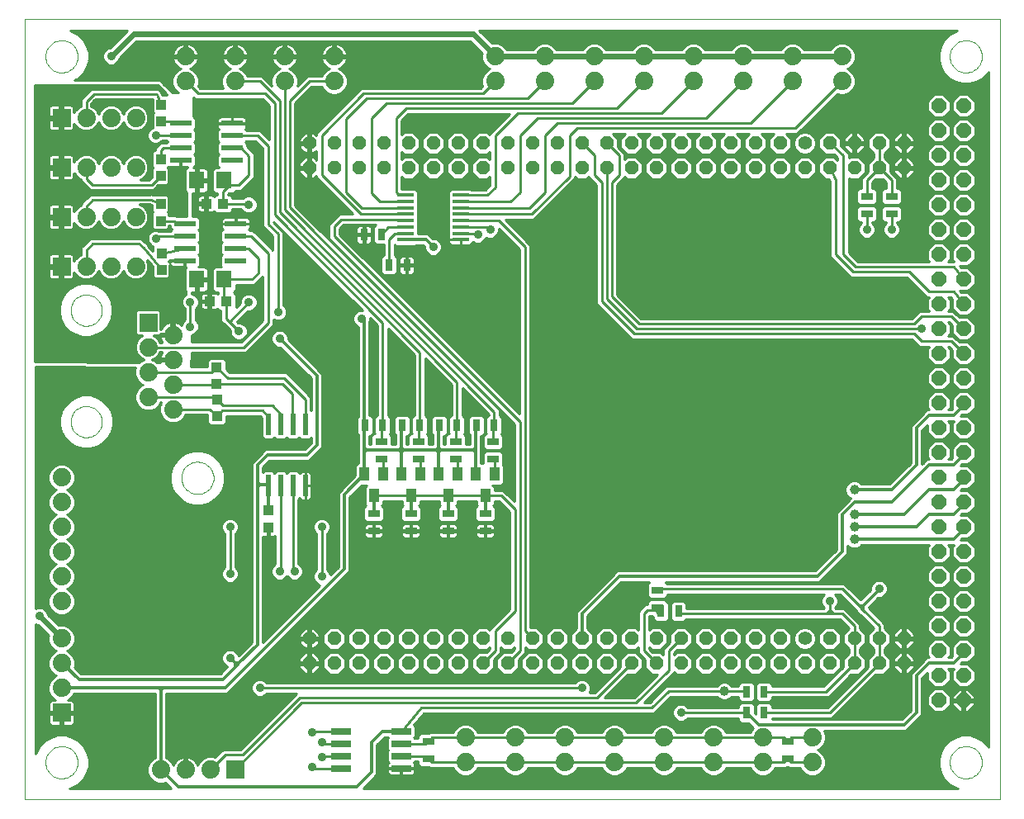
<source format=gtl>
G75*
G70*
%OFA0B0*%
%FSLAX24Y24*%
%IPPOS*%
%LPD*%
%AMOC8*
5,1,8,0,0,1.08239X$1,22.5*
%
%ADD10C,0.0000*%
%ADD11C,0.0560*%
%ADD12OC8,0.0560*%
%ADD13OC8,0.0594*%
%ADD14R,0.0197X0.0866*%
%ADD15R,0.0433X0.0394*%
%ADD16R,0.0394X0.0433*%
%ADD17R,0.0394X0.0551*%
%ADD18R,0.0472X0.0315*%
%ADD19R,0.0315X0.0472*%
%ADD20R,0.0740X0.0740*%
%ADD21C,0.0740*%
%ADD22R,0.0660X0.0140*%
%ADD23R,0.0870X0.0240*%
%ADD24R,0.0630X0.0709*%
%ADD25R,0.0800X0.0260*%
%ADD26C,0.0100*%
%ADD27C,0.0360*%
%ADD28C,0.0120*%
%ADD29C,0.0396*%
%ADD30C,0.0240*%
D10*
X001892Y000287D02*
X001892Y031783D01*
X041262Y031783D01*
X041262Y000287D01*
X001892Y000287D01*
X002742Y001787D02*
X002744Y001837D01*
X002750Y001887D01*
X002760Y001937D01*
X002773Y001985D01*
X002790Y002033D01*
X002811Y002079D01*
X002835Y002123D01*
X002863Y002165D01*
X002894Y002205D01*
X002928Y002242D01*
X002965Y002277D01*
X003004Y002308D01*
X003045Y002337D01*
X003089Y002362D01*
X003135Y002384D01*
X003182Y002402D01*
X003230Y002416D01*
X003279Y002427D01*
X003329Y002434D01*
X003379Y002437D01*
X003430Y002436D01*
X003480Y002431D01*
X003530Y002422D01*
X003578Y002410D01*
X003626Y002393D01*
X003672Y002373D01*
X003717Y002350D01*
X003760Y002323D01*
X003800Y002293D01*
X003838Y002260D01*
X003873Y002224D01*
X003906Y002185D01*
X003935Y002144D01*
X003961Y002101D01*
X003984Y002056D01*
X004003Y002009D01*
X004018Y001961D01*
X004030Y001912D01*
X004038Y001862D01*
X004042Y001812D01*
X004042Y001762D01*
X004038Y001712D01*
X004030Y001662D01*
X004018Y001613D01*
X004003Y001565D01*
X003984Y001518D01*
X003961Y001473D01*
X003935Y001430D01*
X003906Y001389D01*
X003873Y001350D01*
X003838Y001314D01*
X003800Y001281D01*
X003760Y001251D01*
X003717Y001224D01*
X003672Y001201D01*
X003626Y001181D01*
X003578Y001164D01*
X003530Y001152D01*
X003480Y001143D01*
X003430Y001138D01*
X003379Y001137D01*
X003329Y001140D01*
X003279Y001147D01*
X003230Y001158D01*
X003182Y001172D01*
X003135Y001190D01*
X003089Y001212D01*
X003045Y001237D01*
X003004Y001266D01*
X002965Y001297D01*
X002928Y001332D01*
X002894Y001369D01*
X002863Y001409D01*
X002835Y001451D01*
X002811Y001495D01*
X002790Y001541D01*
X002773Y001589D01*
X002760Y001637D01*
X002750Y001687D01*
X002744Y001737D01*
X002742Y001787D01*
X008229Y013272D02*
X008231Y013322D01*
X008237Y013372D01*
X008247Y013422D01*
X008260Y013470D01*
X008277Y013518D01*
X008298Y013564D01*
X008322Y013608D01*
X008350Y013650D01*
X008381Y013690D01*
X008415Y013727D01*
X008452Y013762D01*
X008491Y013793D01*
X008532Y013822D01*
X008576Y013847D01*
X008622Y013869D01*
X008669Y013887D01*
X008717Y013901D01*
X008766Y013912D01*
X008816Y013919D01*
X008866Y013922D01*
X008917Y013921D01*
X008967Y013916D01*
X009017Y013907D01*
X009065Y013895D01*
X009113Y013878D01*
X009159Y013858D01*
X009204Y013835D01*
X009247Y013808D01*
X009287Y013778D01*
X009325Y013745D01*
X009360Y013709D01*
X009393Y013670D01*
X009422Y013629D01*
X009448Y013586D01*
X009471Y013541D01*
X009490Y013494D01*
X009505Y013446D01*
X009517Y013397D01*
X009525Y013347D01*
X009529Y013297D01*
X009529Y013247D01*
X009525Y013197D01*
X009517Y013147D01*
X009505Y013098D01*
X009490Y013050D01*
X009471Y013003D01*
X009448Y012958D01*
X009422Y012915D01*
X009393Y012874D01*
X009360Y012835D01*
X009325Y012799D01*
X009287Y012766D01*
X009247Y012736D01*
X009204Y012709D01*
X009159Y012686D01*
X009113Y012666D01*
X009065Y012649D01*
X009017Y012637D01*
X008967Y012628D01*
X008917Y012623D01*
X008866Y012622D01*
X008816Y012625D01*
X008766Y012632D01*
X008717Y012643D01*
X008669Y012657D01*
X008622Y012675D01*
X008576Y012697D01*
X008532Y012722D01*
X008491Y012751D01*
X008452Y012782D01*
X008415Y012817D01*
X008381Y012854D01*
X008350Y012894D01*
X008322Y012936D01*
X008298Y012980D01*
X008277Y013026D01*
X008260Y013074D01*
X008247Y013122D01*
X008237Y013172D01*
X008231Y013222D01*
X008229Y013272D01*
X003762Y015537D02*
X003764Y015587D01*
X003770Y015637D01*
X003780Y015686D01*
X003794Y015734D01*
X003811Y015781D01*
X003832Y015826D01*
X003857Y015870D01*
X003885Y015911D01*
X003917Y015950D01*
X003951Y015987D01*
X003988Y016021D01*
X004028Y016051D01*
X004070Y016078D01*
X004114Y016102D01*
X004160Y016123D01*
X004207Y016139D01*
X004255Y016152D01*
X004305Y016161D01*
X004354Y016166D01*
X004405Y016167D01*
X004455Y016164D01*
X004504Y016157D01*
X004553Y016146D01*
X004601Y016131D01*
X004647Y016113D01*
X004692Y016091D01*
X004735Y016065D01*
X004776Y016036D01*
X004815Y016004D01*
X004851Y015969D01*
X004883Y015931D01*
X004913Y015891D01*
X004940Y015848D01*
X004963Y015804D01*
X004982Y015758D01*
X004998Y015710D01*
X005010Y015661D01*
X005018Y015612D01*
X005022Y015562D01*
X005022Y015512D01*
X005018Y015462D01*
X005010Y015413D01*
X004998Y015364D01*
X004982Y015316D01*
X004963Y015270D01*
X004940Y015226D01*
X004913Y015183D01*
X004883Y015143D01*
X004851Y015105D01*
X004815Y015070D01*
X004776Y015038D01*
X004735Y015009D01*
X004692Y014983D01*
X004647Y014961D01*
X004601Y014943D01*
X004553Y014928D01*
X004504Y014917D01*
X004455Y014910D01*
X004405Y014907D01*
X004354Y014908D01*
X004305Y014913D01*
X004255Y014922D01*
X004207Y014935D01*
X004160Y014951D01*
X004114Y014972D01*
X004070Y014996D01*
X004028Y015023D01*
X003988Y015053D01*
X003951Y015087D01*
X003917Y015124D01*
X003885Y015163D01*
X003857Y015204D01*
X003832Y015248D01*
X003811Y015293D01*
X003794Y015340D01*
X003780Y015388D01*
X003770Y015437D01*
X003764Y015487D01*
X003762Y015537D01*
X003762Y020037D02*
X003764Y020087D01*
X003770Y020137D01*
X003780Y020186D01*
X003794Y020234D01*
X003811Y020281D01*
X003832Y020326D01*
X003857Y020370D01*
X003885Y020411D01*
X003917Y020450D01*
X003951Y020487D01*
X003988Y020521D01*
X004028Y020551D01*
X004070Y020578D01*
X004114Y020602D01*
X004160Y020623D01*
X004207Y020639D01*
X004255Y020652D01*
X004305Y020661D01*
X004354Y020666D01*
X004405Y020667D01*
X004455Y020664D01*
X004504Y020657D01*
X004553Y020646D01*
X004601Y020631D01*
X004647Y020613D01*
X004692Y020591D01*
X004735Y020565D01*
X004776Y020536D01*
X004815Y020504D01*
X004851Y020469D01*
X004883Y020431D01*
X004913Y020391D01*
X004940Y020348D01*
X004963Y020304D01*
X004982Y020258D01*
X004998Y020210D01*
X005010Y020161D01*
X005018Y020112D01*
X005022Y020062D01*
X005022Y020012D01*
X005018Y019962D01*
X005010Y019913D01*
X004998Y019864D01*
X004982Y019816D01*
X004963Y019770D01*
X004940Y019726D01*
X004913Y019683D01*
X004883Y019643D01*
X004851Y019605D01*
X004815Y019570D01*
X004776Y019538D01*
X004735Y019509D01*
X004692Y019483D01*
X004647Y019461D01*
X004601Y019443D01*
X004553Y019428D01*
X004504Y019417D01*
X004455Y019410D01*
X004405Y019407D01*
X004354Y019408D01*
X004305Y019413D01*
X004255Y019422D01*
X004207Y019435D01*
X004160Y019451D01*
X004114Y019472D01*
X004070Y019496D01*
X004028Y019523D01*
X003988Y019553D01*
X003951Y019587D01*
X003917Y019624D01*
X003885Y019663D01*
X003857Y019704D01*
X003832Y019748D01*
X003811Y019793D01*
X003794Y019840D01*
X003780Y019888D01*
X003770Y019937D01*
X003764Y019987D01*
X003762Y020037D01*
X002742Y030287D02*
X002744Y030337D01*
X002750Y030387D01*
X002760Y030437D01*
X002773Y030485D01*
X002790Y030533D01*
X002811Y030579D01*
X002835Y030623D01*
X002863Y030665D01*
X002894Y030705D01*
X002928Y030742D01*
X002965Y030777D01*
X003004Y030808D01*
X003045Y030837D01*
X003089Y030862D01*
X003135Y030884D01*
X003182Y030902D01*
X003230Y030916D01*
X003279Y030927D01*
X003329Y030934D01*
X003379Y030937D01*
X003430Y030936D01*
X003480Y030931D01*
X003530Y030922D01*
X003578Y030910D01*
X003626Y030893D01*
X003672Y030873D01*
X003717Y030850D01*
X003760Y030823D01*
X003800Y030793D01*
X003838Y030760D01*
X003873Y030724D01*
X003906Y030685D01*
X003935Y030644D01*
X003961Y030601D01*
X003984Y030556D01*
X004003Y030509D01*
X004018Y030461D01*
X004030Y030412D01*
X004038Y030362D01*
X004042Y030312D01*
X004042Y030262D01*
X004038Y030212D01*
X004030Y030162D01*
X004018Y030113D01*
X004003Y030065D01*
X003984Y030018D01*
X003961Y029973D01*
X003935Y029930D01*
X003906Y029889D01*
X003873Y029850D01*
X003838Y029814D01*
X003800Y029781D01*
X003760Y029751D01*
X003717Y029724D01*
X003672Y029701D01*
X003626Y029681D01*
X003578Y029664D01*
X003530Y029652D01*
X003480Y029643D01*
X003430Y029638D01*
X003379Y029637D01*
X003329Y029640D01*
X003279Y029647D01*
X003230Y029658D01*
X003182Y029672D01*
X003135Y029690D01*
X003089Y029712D01*
X003045Y029737D01*
X003004Y029766D01*
X002965Y029797D01*
X002928Y029832D01*
X002894Y029869D01*
X002863Y029909D01*
X002835Y029951D01*
X002811Y029995D01*
X002790Y030041D01*
X002773Y030089D01*
X002760Y030137D01*
X002750Y030187D01*
X002744Y030237D01*
X002742Y030287D01*
X039242Y030287D02*
X039244Y030337D01*
X039250Y030387D01*
X039260Y030437D01*
X039273Y030485D01*
X039290Y030533D01*
X039311Y030579D01*
X039335Y030623D01*
X039363Y030665D01*
X039394Y030705D01*
X039428Y030742D01*
X039465Y030777D01*
X039504Y030808D01*
X039545Y030837D01*
X039589Y030862D01*
X039635Y030884D01*
X039682Y030902D01*
X039730Y030916D01*
X039779Y030927D01*
X039829Y030934D01*
X039879Y030937D01*
X039930Y030936D01*
X039980Y030931D01*
X040030Y030922D01*
X040078Y030910D01*
X040126Y030893D01*
X040172Y030873D01*
X040217Y030850D01*
X040260Y030823D01*
X040300Y030793D01*
X040338Y030760D01*
X040373Y030724D01*
X040406Y030685D01*
X040435Y030644D01*
X040461Y030601D01*
X040484Y030556D01*
X040503Y030509D01*
X040518Y030461D01*
X040530Y030412D01*
X040538Y030362D01*
X040542Y030312D01*
X040542Y030262D01*
X040538Y030212D01*
X040530Y030162D01*
X040518Y030113D01*
X040503Y030065D01*
X040484Y030018D01*
X040461Y029973D01*
X040435Y029930D01*
X040406Y029889D01*
X040373Y029850D01*
X040338Y029814D01*
X040300Y029781D01*
X040260Y029751D01*
X040217Y029724D01*
X040172Y029701D01*
X040126Y029681D01*
X040078Y029664D01*
X040030Y029652D01*
X039980Y029643D01*
X039930Y029638D01*
X039879Y029637D01*
X039829Y029640D01*
X039779Y029647D01*
X039730Y029658D01*
X039682Y029672D01*
X039635Y029690D01*
X039589Y029712D01*
X039545Y029737D01*
X039504Y029766D01*
X039465Y029797D01*
X039428Y029832D01*
X039394Y029869D01*
X039363Y029909D01*
X039335Y029951D01*
X039311Y029995D01*
X039290Y030041D01*
X039273Y030089D01*
X039260Y030137D01*
X039250Y030187D01*
X039244Y030237D01*
X039242Y030287D01*
X039242Y001787D02*
X039244Y001837D01*
X039250Y001887D01*
X039260Y001937D01*
X039273Y001985D01*
X039290Y002033D01*
X039311Y002079D01*
X039335Y002123D01*
X039363Y002165D01*
X039394Y002205D01*
X039428Y002242D01*
X039465Y002277D01*
X039504Y002308D01*
X039545Y002337D01*
X039589Y002362D01*
X039635Y002384D01*
X039682Y002402D01*
X039730Y002416D01*
X039779Y002427D01*
X039829Y002434D01*
X039879Y002437D01*
X039930Y002436D01*
X039980Y002431D01*
X040030Y002422D01*
X040078Y002410D01*
X040126Y002393D01*
X040172Y002373D01*
X040217Y002350D01*
X040260Y002323D01*
X040300Y002293D01*
X040338Y002260D01*
X040373Y002224D01*
X040406Y002185D01*
X040435Y002144D01*
X040461Y002101D01*
X040484Y002056D01*
X040503Y002009D01*
X040518Y001961D01*
X040530Y001912D01*
X040538Y001862D01*
X040542Y001812D01*
X040542Y001762D01*
X040538Y001712D01*
X040530Y001662D01*
X040518Y001613D01*
X040503Y001565D01*
X040484Y001518D01*
X040461Y001473D01*
X040435Y001430D01*
X040406Y001389D01*
X040373Y001350D01*
X040338Y001314D01*
X040300Y001281D01*
X040260Y001251D01*
X040217Y001224D01*
X040172Y001201D01*
X040126Y001181D01*
X040078Y001164D01*
X040030Y001152D01*
X039980Y001143D01*
X039930Y001138D01*
X039879Y001137D01*
X039829Y001140D01*
X039779Y001147D01*
X039730Y001158D01*
X039682Y001172D01*
X039635Y001190D01*
X039589Y001212D01*
X039545Y001237D01*
X039504Y001266D01*
X039465Y001297D01*
X039428Y001332D01*
X039394Y001369D01*
X039363Y001409D01*
X039335Y001451D01*
X039311Y001495D01*
X039290Y001541D01*
X039273Y001589D01*
X039260Y001637D01*
X039250Y001687D01*
X039244Y001737D01*
X039242Y001787D01*
D11*
X033392Y006787D03*
X013392Y006787D03*
X013392Y026787D03*
X033392Y026787D03*
D12*
X034392Y026787D03*
X035392Y026787D03*
X036392Y026787D03*
X037392Y026787D03*
X037392Y025787D03*
X036392Y025787D03*
X035392Y025787D03*
X034392Y025787D03*
X033392Y025787D03*
X032392Y025787D03*
X032392Y026787D03*
X031392Y026787D03*
X030392Y026787D03*
X029392Y026787D03*
X028392Y026787D03*
X027392Y026787D03*
X026392Y026787D03*
X025392Y026787D03*
X024392Y026787D03*
X023392Y026787D03*
X022392Y026787D03*
X021392Y026787D03*
X020392Y026787D03*
X019392Y026787D03*
X018392Y026787D03*
X017392Y026787D03*
X016392Y026787D03*
X015392Y026787D03*
X014392Y026787D03*
X014392Y025787D03*
X013392Y025787D03*
X015392Y025787D03*
X016392Y025787D03*
X017392Y025787D03*
X018392Y025787D03*
X019392Y025787D03*
X020392Y025787D03*
X021392Y025787D03*
X022392Y025787D03*
X023392Y025787D03*
X024392Y025787D03*
X025392Y025787D03*
X026392Y025787D03*
X027392Y025787D03*
X028392Y025787D03*
X029392Y025787D03*
X030392Y025787D03*
X031392Y025787D03*
X031392Y006787D03*
X030392Y006787D03*
X029392Y006787D03*
X028392Y006787D03*
X027392Y006787D03*
X026392Y006787D03*
X025392Y006787D03*
X024392Y006787D03*
X023392Y006787D03*
X022392Y006787D03*
X021392Y006787D03*
X020392Y006787D03*
X019392Y006787D03*
X018392Y006787D03*
X017392Y006787D03*
X016392Y006787D03*
X015392Y006787D03*
X014392Y006787D03*
X014392Y005787D03*
X013392Y005787D03*
X015392Y005787D03*
X016392Y005787D03*
X017392Y005787D03*
X018392Y005787D03*
X019392Y005787D03*
X020392Y005787D03*
X021392Y005787D03*
X022392Y005787D03*
X023392Y005787D03*
X024392Y005787D03*
X025392Y005787D03*
X026392Y005787D03*
X027392Y005787D03*
X028392Y005787D03*
X029392Y005787D03*
X030392Y005787D03*
X031392Y005787D03*
X032392Y005787D03*
X033392Y005787D03*
X034392Y005787D03*
X034392Y006787D03*
X035392Y006787D03*
X036392Y006787D03*
X037392Y006787D03*
X037392Y005787D03*
X036392Y005787D03*
X035392Y005787D03*
X032392Y006787D03*
D13*
X038792Y007287D03*
X038792Y008287D03*
X039792Y008287D03*
X039792Y007287D03*
X039792Y006287D03*
X038792Y006287D03*
X038792Y005287D03*
X039792Y005287D03*
X039792Y004287D03*
X038792Y004287D03*
X038792Y009287D03*
X038792Y010287D03*
X038792Y011287D03*
X038792Y012287D03*
X038792Y013287D03*
X038792Y014287D03*
X038792Y015287D03*
X038792Y016287D03*
X039792Y016287D03*
X039792Y015287D03*
X039792Y014287D03*
X039792Y013287D03*
X039792Y012287D03*
X039792Y011287D03*
X039792Y010287D03*
X039792Y009287D03*
X039792Y017287D03*
X039792Y018287D03*
X039792Y019287D03*
X039792Y020287D03*
X039792Y021287D03*
X039792Y022287D03*
X039792Y023287D03*
X038792Y023287D03*
X038792Y022287D03*
X038792Y021287D03*
X038792Y020287D03*
X038792Y019287D03*
X038792Y018287D03*
X038792Y017287D03*
X038792Y024287D03*
X038792Y025287D03*
X038792Y026287D03*
X038792Y027287D03*
X038792Y028287D03*
X039792Y028287D03*
X039792Y027287D03*
X039792Y026287D03*
X039792Y025287D03*
X039792Y024287D03*
D14*
X013236Y015438D03*
X012736Y015438D03*
X012236Y015438D03*
X011736Y015438D03*
X011736Y012954D03*
X012233Y012954D03*
X012733Y012954D03*
X013233Y012954D03*
D15*
X009658Y015765D03*
X009658Y016434D03*
X009646Y017077D03*
X009646Y017747D03*
X009372Y020401D03*
X010042Y020401D03*
X009904Y024338D03*
X009234Y024338D03*
D16*
X007392Y024318D03*
X007392Y023649D03*
X007430Y022349D03*
X007430Y021679D03*
X007392Y025452D03*
X007392Y026121D03*
X007416Y027676D03*
X007416Y028346D03*
X011741Y011951D03*
X011741Y011282D03*
D17*
X015618Y013420D03*
X016366Y013420D03*
X017118Y013420D03*
X017866Y013420D03*
X018618Y013420D03*
X019366Y013420D03*
X020118Y013420D03*
X020866Y013420D03*
X020492Y012554D03*
X018992Y012554D03*
X017492Y012554D03*
X015992Y012554D03*
D18*
X015992Y011841D03*
X015992Y011132D03*
X017492Y011132D03*
X017492Y011841D03*
X018992Y011841D03*
X018992Y011132D03*
X020492Y011132D03*
X020492Y011841D03*
X020804Y014024D03*
X020804Y014733D03*
X019292Y014741D03*
X019292Y014032D03*
X017792Y014032D03*
X017792Y014741D03*
X016292Y014741D03*
X016292Y014032D03*
X027442Y008741D03*
X027442Y008032D03*
X032692Y002641D03*
X032692Y001932D03*
X018192Y001932D03*
X018192Y002641D03*
X035892Y023932D03*
X036892Y023932D03*
X036892Y024641D03*
X035892Y024641D03*
D19*
X020846Y015387D03*
X020138Y015387D03*
X019346Y015387D03*
X018638Y015387D03*
X017846Y015387D03*
X017138Y015387D03*
X016346Y015387D03*
X015638Y015387D03*
X016616Y021858D03*
X017325Y021858D03*
X016305Y023090D03*
X015597Y023090D03*
X027588Y007887D03*
X028296Y007887D03*
X031038Y004637D03*
X031746Y004637D03*
X031746Y003787D03*
X031038Y003787D03*
D20*
X010392Y001487D03*
X003392Y003787D03*
X006892Y019537D03*
X003392Y021787D03*
X003392Y023787D03*
X003392Y025787D03*
X003392Y027787D03*
D21*
X004392Y027787D03*
X005392Y027787D03*
X006392Y027787D03*
X008392Y029287D03*
X008392Y030287D03*
X010392Y030287D03*
X010392Y029287D03*
X012392Y029287D03*
X012392Y030287D03*
X014392Y030287D03*
X014392Y029287D03*
X020892Y029287D03*
X020892Y030287D03*
X022892Y030287D03*
X022892Y029287D03*
X024892Y029287D03*
X024892Y030287D03*
X026892Y030287D03*
X026892Y029287D03*
X028892Y029287D03*
X028892Y030287D03*
X030892Y030287D03*
X030892Y029287D03*
X032892Y029287D03*
X032892Y030287D03*
X034892Y030287D03*
X034892Y029287D03*
X007892Y019037D03*
X007892Y018037D03*
X007892Y017037D03*
X007892Y016037D03*
X006892Y016537D03*
X006892Y017537D03*
X006892Y018537D03*
X006392Y021787D03*
X005392Y021787D03*
X004392Y021787D03*
X004392Y023787D03*
X005392Y023787D03*
X006392Y023787D03*
X006392Y025787D03*
X005392Y025787D03*
X004392Y025787D03*
X003392Y013287D03*
X003392Y012287D03*
X003392Y011287D03*
X003392Y010287D03*
X003392Y009287D03*
X003392Y008287D03*
X003392Y006787D03*
X003392Y005787D03*
X003392Y004787D03*
X007392Y001487D03*
X008392Y001487D03*
X009392Y001487D03*
X019692Y001787D03*
X019692Y002787D03*
X021711Y002787D03*
X021711Y001787D03*
X023711Y001787D03*
X023711Y002787D03*
X025711Y002787D03*
X025711Y001787D03*
X027711Y001787D03*
X027711Y002787D03*
X029711Y002787D03*
X029711Y001787D03*
X031692Y001787D03*
X031692Y002787D03*
X033692Y002787D03*
X033692Y001787D03*
D22*
X019502Y022887D03*
X019502Y023147D03*
X019502Y023407D03*
X019502Y023657D03*
X019502Y023917D03*
X019502Y024167D03*
X019502Y024427D03*
X019502Y024687D03*
X017282Y024687D03*
X017282Y024427D03*
X017282Y024167D03*
X017282Y023917D03*
X017282Y023657D03*
X017282Y023407D03*
X017282Y023147D03*
X017282Y022887D03*
D23*
X010422Y023037D03*
X010422Y023537D03*
X010422Y022537D03*
X010422Y022037D03*
X008362Y022037D03*
X008362Y022537D03*
X008362Y023037D03*
X008362Y023537D03*
X008212Y026087D03*
X008212Y026587D03*
X008212Y027087D03*
X008212Y027587D03*
X010272Y027587D03*
X010272Y027087D03*
X010272Y026587D03*
X010272Y026087D03*
D24*
X009943Y025287D03*
X008841Y025287D03*
X008841Y021287D03*
X009943Y021287D03*
D25*
X014682Y003037D03*
X014682Y002537D03*
X014682Y002037D03*
X014682Y001537D03*
X017102Y001537D03*
X017102Y002037D03*
X017102Y002537D03*
X017102Y003037D03*
D26*
X017892Y003987D01*
X027217Y003987D01*
X027892Y004662D01*
X030142Y004662D01*
X031013Y004662D01*
X031038Y004637D01*
X031365Y004621D02*
X031419Y004621D01*
X031419Y004719D02*
X031365Y004719D01*
X031365Y004818D02*
X031419Y004818D01*
X031419Y004916D02*
X031365Y004916D01*
X031365Y004943D02*
X031266Y005043D01*
X030810Y005043D01*
X030710Y004943D01*
X030710Y004882D01*
X030443Y004882D01*
X030350Y004974D01*
X030215Y005030D01*
X030069Y005030D01*
X029933Y004974D01*
X029841Y004882D01*
X027801Y004882D01*
X027672Y004753D01*
X027126Y004207D01*
X026923Y004207D01*
X027983Y005267D01*
X028112Y005396D01*
X028112Y005430D01*
X028206Y005337D01*
X028578Y005337D01*
X028842Y005600D01*
X028842Y005973D01*
X028578Y006237D01*
X028206Y006237D01*
X028112Y006143D01*
X028112Y006196D01*
X028253Y006337D01*
X028578Y006337D01*
X028842Y006600D01*
X028842Y006973D01*
X028578Y007237D01*
X028206Y007237D01*
X027942Y006973D01*
X027942Y006648D01*
X027672Y006378D01*
X027672Y006143D01*
X027578Y006237D01*
X027253Y006237D01*
X027112Y006378D01*
X027112Y006430D01*
X027206Y006337D01*
X027578Y006337D01*
X027842Y006600D01*
X027842Y006973D01*
X027578Y007237D01*
X027206Y007237D01*
X027112Y007143D01*
X027112Y007696D01*
X027128Y007712D01*
X027135Y007705D01*
X027222Y007705D01*
X027222Y007696D01*
X027260Y007657D01*
X027260Y007580D01*
X027360Y007480D01*
X027816Y007480D01*
X027915Y007580D01*
X027915Y008193D01*
X027816Y008293D01*
X027749Y008360D01*
X027135Y008360D01*
X027036Y008260D01*
X027036Y008152D01*
X026947Y008152D01*
X026672Y007878D01*
X026672Y007143D01*
X026578Y007237D01*
X026206Y007237D01*
X025942Y006973D01*
X025942Y006600D01*
X026206Y006337D01*
X026578Y006337D01*
X026672Y006430D01*
X026672Y006196D01*
X026801Y006067D01*
X026942Y005926D01*
X026942Y005600D01*
X027206Y005337D01*
X027431Y005337D01*
X026498Y004404D01*
X025321Y004404D01*
X026253Y005337D01*
X026578Y005337D01*
X026842Y005600D01*
X026842Y005973D01*
X026578Y006237D01*
X026206Y006237D01*
X025942Y005973D01*
X025942Y005648D01*
X024901Y004607D01*
X024696Y004607D01*
X024742Y004717D01*
X024742Y004856D01*
X024689Y004985D01*
X024590Y005083D01*
X024462Y005137D01*
X024322Y005137D01*
X024194Y005083D01*
X024117Y005007D01*
X011667Y005007D01*
X011590Y005083D01*
X011462Y005137D01*
X011322Y005137D01*
X011194Y005083D01*
X011095Y004985D01*
X011042Y004856D01*
X011042Y004717D01*
X011095Y004588D01*
X011194Y004490D01*
X011322Y004437D01*
X011462Y004437D01*
X011590Y004490D01*
X011667Y004567D01*
X012861Y004567D01*
X012772Y004478D01*
X010609Y002314D01*
X009909Y002314D01*
X009585Y001991D01*
X009499Y002027D01*
X009285Y002027D01*
X009086Y001944D01*
X008934Y001793D01*
X008881Y001664D01*
X008874Y001686D01*
X008837Y001759D01*
X008789Y001825D01*
X008731Y001883D01*
X008665Y001931D01*
X008592Y001969D01*
X008514Y001994D01*
X008442Y002005D01*
X008442Y001537D01*
X008342Y001537D01*
X008342Y002005D01*
X008270Y001994D01*
X008192Y001969D01*
X008119Y001931D01*
X008053Y001883D01*
X007995Y001825D01*
X007947Y001759D01*
X007910Y001686D01*
X007903Y001664D01*
X007850Y001793D01*
X007698Y001944D01*
X007622Y001976D01*
X007622Y004557D01*
X010087Y004557D01*
X014887Y009357D01*
X015022Y009491D01*
X015022Y012492D01*
X015500Y012974D01*
X015700Y012974D01*
X015625Y012900D01*
X015625Y012208D01*
X015675Y012158D01*
X015586Y012069D01*
X015586Y011613D01*
X015685Y011514D01*
X016299Y011514D01*
X016398Y011613D01*
X016398Y012069D01*
X016309Y012158D01*
X016359Y012208D01*
X016359Y012334D01*
X017125Y012334D01*
X017125Y012208D01*
X017175Y012158D01*
X017086Y012069D01*
X017086Y011613D01*
X017185Y011514D01*
X017799Y011514D01*
X017898Y011613D01*
X017898Y012069D01*
X017809Y012158D01*
X017859Y012208D01*
X017859Y012334D01*
X018625Y012334D01*
X018625Y012208D01*
X018675Y012158D01*
X018586Y012069D01*
X018586Y011613D01*
X018685Y011514D01*
X019299Y011514D01*
X019398Y011613D01*
X019398Y012069D01*
X019309Y012158D01*
X019359Y012208D01*
X019359Y012334D01*
X020125Y012334D01*
X020125Y012208D01*
X020175Y012158D01*
X020086Y012069D01*
X020086Y011613D01*
X020185Y011514D01*
X020799Y011514D01*
X020898Y011613D01*
X020898Y012069D01*
X020809Y012158D01*
X020859Y012208D01*
X020859Y012334D01*
X021034Y012334D01*
X021472Y011896D01*
X021472Y007978D01*
X020801Y007307D01*
X020672Y007178D01*
X020672Y007143D01*
X020578Y007237D01*
X020206Y007237D01*
X019942Y006973D01*
X019942Y006600D01*
X020206Y006337D01*
X020578Y006337D01*
X020672Y006430D01*
X020672Y006378D01*
X020531Y006237D01*
X020206Y006237D01*
X019942Y005973D01*
X019942Y005600D01*
X020206Y005337D01*
X020578Y005337D01*
X020842Y005600D01*
X020842Y005926D01*
X021112Y006196D01*
X021112Y006430D01*
X021206Y006337D01*
X021578Y006337D01*
X021672Y006430D01*
X021672Y006378D01*
X021531Y006237D01*
X021206Y006237D01*
X020942Y005973D01*
X020942Y005600D01*
X021206Y005337D01*
X021578Y005337D01*
X021842Y005600D01*
X021842Y005926D01*
X021983Y006067D01*
X022112Y006196D01*
X022112Y006430D01*
X022206Y006337D01*
X022578Y006337D01*
X022842Y006600D01*
X022842Y006973D01*
X022578Y007237D01*
X022312Y007237D01*
X022312Y022586D01*
X022313Y022676D01*
X022312Y022677D01*
X022312Y022678D01*
X022248Y022742D01*
X021311Y023697D01*
X022451Y023697D01*
X023983Y025229D01*
X024112Y025358D01*
X024112Y025430D01*
X024206Y025337D01*
X024578Y025337D01*
X024672Y025430D01*
X024672Y025396D01*
X024801Y025267D01*
X024972Y025096D01*
X024972Y020296D01*
X025101Y020167D01*
X026401Y018867D01*
X037701Y018867D01*
X038001Y018567D01*
X038412Y018567D01*
X038325Y018480D01*
X038325Y018093D01*
X038599Y017820D01*
X038985Y017820D01*
X039259Y018093D01*
X039259Y018480D01*
X039172Y018567D01*
X039201Y018567D01*
X039325Y018442D01*
X039325Y018093D01*
X039599Y017820D01*
X039985Y017820D01*
X040259Y018093D01*
X040259Y018480D01*
X039985Y018754D01*
X039636Y018754D01*
X039512Y018878D01*
X039383Y019007D01*
X039172Y019007D01*
X039259Y019093D01*
X039259Y019480D01*
X039172Y019567D01*
X039201Y019567D01*
X039325Y019442D01*
X039325Y019093D01*
X039599Y018820D01*
X039985Y018820D01*
X040259Y019093D01*
X040259Y019480D01*
X039985Y019754D01*
X039636Y019754D01*
X039512Y019878D01*
X039383Y020007D01*
X039172Y020007D01*
X039259Y020093D01*
X039259Y020480D01*
X039172Y020567D01*
X039286Y020567D01*
X039342Y020497D01*
X039325Y020480D01*
X039325Y020093D01*
X039599Y019820D01*
X039985Y019820D01*
X040259Y020093D01*
X040259Y020480D01*
X039985Y020754D01*
X039700Y020754D01*
X039647Y020820D01*
X039985Y020820D01*
X040259Y021093D01*
X040259Y021480D01*
X039985Y021754D01*
X039700Y021754D01*
X039647Y021820D01*
X039985Y021820D01*
X040259Y022093D01*
X040259Y022480D01*
X039985Y022754D01*
X039599Y022754D01*
X039325Y022480D01*
X039325Y022093D01*
X039412Y022007D01*
X039404Y022007D01*
X039326Y022015D01*
X039315Y022007D01*
X039172Y022007D01*
X039259Y022093D01*
X039259Y022480D01*
X038985Y022754D01*
X038599Y022754D01*
X038325Y022480D01*
X038325Y022093D01*
X038412Y022007D01*
X035533Y022007D01*
X035162Y022378D01*
X035162Y025380D01*
X035206Y025337D01*
X035578Y025337D01*
X035842Y025600D01*
X035842Y025973D01*
X035578Y026237D01*
X035206Y026237D01*
X035162Y026193D01*
X035162Y026202D01*
X035166Y026206D01*
X035162Y026292D01*
X035162Y026378D01*
X035158Y026382D01*
X035157Y026388D01*
X035094Y026446D01*
X035033Y026507D01*
X035027Y026507D01*
X034842Y026675D01*
X034842Y026973D01*
X034578Y027237D01*
X034206Y027237D01*
X033942Y026973D01*
X033942Y026600D01*
X034206Y026337D01*
X034560Y026337D01*
X034722Y026189D01*
X034722Y026093D01*
X034578Y026237D01*
X034206Y026237D01*
X033942Y025973D01*
X033942Y025600D01*
X034206Y025337D01*
X034371Y025337D01*
X034422Y025235D01*
X034422Y022196D01*
X034551Y022067D01*
X035251Y021367D01*
X037501Y021367D01*
X038301Y020567D01*
X038412Y020567D01*
X038325Y020480D01*
X038325Y020093D01*
X038412Y020007D01*
X038001Y020007D01*
X037701Y019707D01*
X026783Y019707D01*
X025812Y020678D01*
X025812Y025096D01*
X025983Y025267D01*
X026112Y025396D01*
X026112Y025430D01*
X026206Y025337D01*
X026578Y025337D01*
X026842Y025600D01*
X026842Y025973D01*
X026578Y026237D01*
X026206Y026237D01*
X026112Y026143D01*
X026112Y026378D01*
X025842Y026648D01*
X025842Y026973D01*
X025648Y027167D01*
X026136Y027167D01*
X025942Y026973D01*
X025942Y026600D01*
X026206Y026337D01*
X026578Y026337D01*
X026842Y026600D01*
X026842Y026973D01*
X026648Y027167D01*
X027136Y027167D01*
X026942Y026973D01*
X026942Y026600D01*
X027206Y026337D01*
X027578Y026337D01*
X027842Y026600D01*
X027842Y026973D01*
X027648Y027167D01*
X028136Y027167D01*
X027942Y026973D01*
X027942Y026600D01*
X028206Y026337D01*
X028578Y026337D01*
X028842Y026600D01*
X028842Y026973D01*
X028648Y027167D01*
X029136Y027167D01*
X028942Y026973D01*
X028942Y026600D01*
X029206Y026337D01*
X029578Y026337D01*
X029842Y026600D01*
X029842Y026973D01*
X029648Y027167D01*
X030136Y027167D01*
X029942Y026973D01*
X029942Y026600D01*
X030206Y026337D01*
X030578Y026337D01*
X030842Y026600D01*
X030842Y026973D01*
X030648Y027167D01*
X031136Y027167D01*
X030942Y026973D01*
X030942Y026600D01*
X031206Y026337D01*
X031578Y026337D01*
X031842Y026600D01*
X031842Y026973D01*
X031648Y027167D01*
X032136Y027167D01*
X031942Y026973D01*
X031942Y026600D01*
X032206Y026337D01*
X032578Y026337D01*
X032842Y026600D01*
X032842Y026973D01*
X032648Y027167D01*
X033083Y027167D01*
X034699Y028782D01*
X034785Y028747D01*
X034999Y028747D01*
X035198Y028829D01*
X035350Y028981D01*
X035432Y029179D01*
X035432Y029394D01*
X035350Y029593D01*
X035198Y029744D01*
X035096Y029787D01*
X035198Y029829D01*
X035350Y029981D01*
X035432Y030179D01*
X035432Y030394D01*
X035350Y030593D01*
X035198Y030744D01*
X034999Y030827D01*
X034785Y030827D01*
X034586Y030744D01*
X034434Y030593D01*
X034428Y030577D01*
X033356Y030577D01*
X033350Y030593D01*
X033198Y030744D01*
X032999Y030827D01*
X032785Y030827D01*
X032586Y030744D01*
X032434Y030593D01*
X032428Y030577D01*
X031356Y030577D01*
X031350Y030593D01*
X031198Y030744D01*
X030999Y030827D01*
X030785Y030827D01*
X030586Y030744D01*
X030434Y030593D01*
X030428Y030577D01*
X029356Y030577D01*
X029350Y030593D01*
X029198Y030744D01*
X028999Y030827D01*
X028785Y030827D01*
X028586Y030744D01*
X028434Y030593D01*
X028428Y030577D01*
X027356Y030577D01*
X027350Y030593D01*
X027198Y030744D01*
X026999Y030827D01*
X026785Y030827D01*
X026586Y030744D01*
X026434Y030593D01*
X026428Y030577D01*
X025356Y030577D01*
X025350Y030593D01*
X025198Y030744D01*
X024999Y030827D01*
X024785Y030827D01*
X024586Y030744D01*
X024434Y030593D01*
X024428Y030577D01*
X023356Y030577D01*
X023350Y030593D01*
X023198Y030744D01*
X022999Y030827D01*
X022785Y030827D01*
X022586Y030744D01*
X022434Y030593D01*
X022428Y030577D01*
X021356Y030577D01*
X021350Y030593D01*
X021198Y030744D01*
X020999Y030827D01*
X020785Y030827D01*
X020769Y030820D01*
X020256Y031333D01*
X039546Y031333D01*
X039467Y031312D01*
X039217Y031167D01*
X039012Y030962D01*
X038867Y030711D01*
X038792Y030431D01*
X038792Y030142D01*
X038867Y029862D01*
X039012Y029611D01*
X039217Y029406D01*
X039467Y029262D01*
X039747Y029187D01*
X040037Y029187D01*
X040317Y029262D01*
X040567Y029406D01*
X040772Y029611D01*
X040812Y029680D01*
X040812Y002393D01*
X040772Y002462D01*
X040567Y002667D01*
X040317Y002812D01*
X040037Y002887D01*
X039747Y002887D01*
X039467Y002812D01*
X039217Y002667D01*
X039012Y002462D01*
X038867Y002211D01*
X038792Y001931D01*
X038792Y001642D01*
X038867Y001362D01*
X039012Y001111D01*
X039217Y000906D01*
X039467Y000762D01*
X039561Y000737D01*
X015567Y000737D01*
X016122Y001291D01*
X016122Y002491D01*
X016437Y002807D01*
X016562Y002807D01*
X016582Y002787D01*
X016532Y002737D01*
X016532Y002336D01*
X016582Y002287D01*
X016532Y002237D01*
X016532Y001836D01*
X016596Y001773D01*
X016582Y001759D01*
X016562Y001725D01*
X016552Y001686D01*
X016552Y001552D01*
X017087Y001552D01*
X017087Y001522D01*
X016552Y001522D01*
X016552Y001387D01*
X016562Y001349D01*
X016582Y001315D01*
X016610Y001287D01*
X016644Y001267D01*
X016682Y001257D01*
X017087Y001257D01*
X017087Y001522D01*
X017117Y001522D01*
X017117Y001552D01*
X017652Y001552D01*
X017652Y001686D01*
X017642Y001725D01*
X017622Y001759D01*
X017608Y001773D01*
X017652Y001817D01*
X017786Y001817D01*
X017786Y001704D01*
X017885Y001605D01*
X018208Y001605D01*
X018247Y001567D01*
X019199Y001567D01*
X019234Y001481D01*
X019386Y001329D01*
X019585Y001247D01*
X019799Y001247D01*
X019998Y001329D01*
X020150Y001481D01*
X020185Y001567D01*
X021218Y001567D01*
X021253Y001481D01*
X021405Y001329D01*
X021603Y001247D01*
X021818Y001247D01*
X022017Y001329D01*
X022169Y001481D01*
X022204Y001567D01*
X023218Y001567D01*
X023253Y001481D01*
X023405Y001329D01*
X023603Y001247D01*
X023818Y001247D01*
X024017Y001329D01*
X024169Y001481D01*
X024204Y001567D01*
X025218Y001567D01*
X025253Y001481D01*
X025405Y001329D01*
X025603Y001247D01*
X025818Y001247D01*
X026017Y001329D01*
X026169Y001481D01*
X026204Y001567D01*
X027218Y001567D01*
X027253Y001481D01*
X027405Y001329D01*
X027603Y001247D01*
X027818Y001247D01*
X028017Y001329D01*
X028169Y001481D01*
X028204Y001567D01*
X029218Y001567D01*
X029253Y001481D01*
X029405Y001329D01*
X029603Y001247D01*
X029818Y001247D01*
X030017Y001329D01*
X030169Y001481D01*
X030204Y001567D01*
X031199Y001567D01*
X031234Y001481D01*
X031386Y001329D01*
X031585Y001247D01*
X031799Y001247D01*
X031998Y001329D01*
X032150Y001481D01*
X032185Y001567D01*
X032637Y001567D01*
X032676Y001605D01*
X032708Y001605D01*
X032747Y001567D01*
X033199Y001567D01*
X033234Y001481D01*
X033386Y001329D01*
X033585Y001247D01*
X033799Y001247D01*
X033998Y001329D01*
X034150Y001481D01*
X034232Y001679D01*
X034232Y001894D01*
X034150Y002093D01*
X033998Y002244D01*
X033896Y002287D01*
X033998Y002329D01*
X034150Y002481D01*
X034232Y002679D01*
X034232Y002894D01*
X034165Y003057D01*
X037487Y003057D01*
X037987Y003557D01*
X038122Y003691D01*
X038122Y005191D01*
X038325Y005395D01*
X038325Y005093D01*
X038599Y004820D01*
X038985Y004820D01*
X039259Y005093D01*
X039259Y005480D01*
X039182Y005557D01*
X039402Y005557D01*
X039325Y005480D01*
X039325Y005093D01*
X039599Y004820D01*
X039985Y004820D01*
X040259Y005093D01*
X040259Y005480D01*
X039985Y005754D01*
X039684Y005754D01*
X039750Y005820D01*
X039985Y005820D01*
X040259Y006093D01*
X040259Y006480D01*
X039985Y006754D01*
X039599Y006754D01*
X039325Y006480D01*
X039325Y006093D01*
X039349Y006069D01*
X039297Y006017D01*
X039182Y006017D01*
X039259Y006093D01*
X039259Y006480D01*
X038985Y006754D01*
X038599Y006754D01*
X038325Y006480D01*
X038325Y006093D01*
X038402Y006017D01*
X038297Y006017D01*
X038162Y005882D01*
X037662Y005382D01*
X037662Y003882D01*
X037297Y003517D01*
X032074Y003517D01*
X032074Y003567D01*
X034483Y003567D01*
X036253Y005337D01*
X036578Y005337D01*
X036842Y005600D01*
X036842Y005973D01*
X036612Y006203D01*
X036612Y006370D01*
X036842Y006600D01*
X036842Y006973D01*
X036612Y007203D01*
X036612Y007378D01*
X035962Y008028D01*
X035962Y008046D01*
X036353Y008437D01*
X036462Y008437D01*
X036590Y008490D01*
X036689Y008588D01*
X036742Y008717D01*
X036742Y008856D01*
X038562Y008856D01*
X038599Y008820D02*
X038985Y008820D01*
X039259Y009093D01*
X039259Y009480D01*
X038985Y009754D01*
X038599Y009754D01*
X038325Y009480D01*
X038325Y009093D01*
X038599Y008820D01*
X038599Y008754D02*
X038325Y008480D01*
X038325Y008093D01*
X038599Y007820D01*
X038985Y007820D01*
X039259Y008093D01*
X039259Y008480D01*
X038985Y008754D01*
X038599Y008754D01*
X038504Y008659D02*
X036718Y008659D01*
X036742Y008758D02*
X040812Y008758D01*
X040812Y008856D02*
X040022Y008856D01*
X039985Y008820D02*
X040259Y009093D01*
X040259Y009480D01*
X039985Y009754D01*
X039599Y009754D01*
X039325Y009480D01*
X039325Y009093D01*
X039599Y008820D01*
X039985Y008820D01*
X039985Y008754D02*
X039599Y008754D01*
X039325Y008480D01*
X039325Y008093D01*
X039599Y007820D01*
X039985Y007820D01*
X040259Y008093D01*
X040259Y008480D01*
X039985Y008754D01*
X040080Y008659D02*
X040812Y008659D01*
X040812Y008561D02*
X040178Y008561D01*
X040259Y008462D02*
X040812Y008462D01*
X040812Y008364D02*
X040259Y008364D01*
X040259Y008265D02*
X040812Y008265D01*
X040812Y008167D02*
X040259Y008167D01*
X040234Y008068D02*
X040812Y008068D01*
X040812Y007970D02*
X040135Y007970D01*
X040037Y007871D02*
X040812Y007871D01*
X040812Y007773D02*
X036217Y007773D01*
X036119Y007871D02*
X038547Y007871D01*
X038599Y007754D02*
X038325Y007480D01*
X038325Y007093D01*
X038599Y006820D01*
X038985Y006820D01*
X039259Y007093D01*
X039259Y007480D01*
X038985Y007754D01*
X038599Y007754D01*
X038519Y007674D02*
X036316Y007674D01*
X036414Y007576D02*
X038421Y007576D01*
X038325Y007477D02*
X036513Y007477D01*
X036611Y007379D02*
X038325Y007379D01*
X038325Y007280D02*
X036612Y007280D01*
X036633Y007182D02*
X037179Y007182D01*
X037214Y007217D02*
X036962Y006965D01*
X036962Y006827D01*
X037352Y006827D01*
X037352Y007217D01*
X037214Y007217D01*
X037352Y007182D02*
X037432Y007182D01*
X037432Y007217D02*
X037570Y007217D01*
X037822Y006965D01*
X037822Y006827D01*
X037432Y006827D01*
X037352Y006827D01*
X037352Y006747D01*
X036962Y006747D01*
X036962Y006609D01*
X037214Y006357D01*
X037352Y006357D01*
X037352Y006747D01*
X037432Y006747D01*
X037432Y006827D01*
X037432Y007217D01*
X037432Y007083D02*
X037352Y007083D01*
X037352Y006985D02*
X037432Y006985D01*
X037432Y006886D02*
X037352Y006886D01*
X037352Y006788D02*
X036842Y006788D01*
X036842Y006886D02*
X036962Y006886D01*
X036982Y006985D02*
X036830Y006985D01*
X036732Y007083D02*
X037080Y007083D01*
X037432Y006788D02*
X040812Y006788D01*
X040812Y006886D02*
X040052Y006886D01*
X039985Y006820D02*
X040259Y007093D01*
X040259Y007480D01*
X039985Y007754D01*
X039599Y007754D01*
X039325Y007480D01*
X039325Y007093D01*
X039599Y006820D01*
X039985Y006820D01*
X040050Y006689D02*
X040812Y006689D01*
X040812Y006591D02*
X040148Y006591D01*
X040247Y006492D02*
X040812Y006492D01*
X040812Y006394D02*
X040259Y006394D01*
X040259Y006295D02*
X040812Y006295D01*
X040812Y006197D02*
X040259Y006197D01*
X040259Y006098D02*
X040812Y006098D01*
X040812Y006000D02*
X040165Y006000D01*
X040067Y005901D02*
X040812Y005901D01*
X040812Y005803D02*
X039733Y005803D01*
X040035Y005704D02*
X040812Y005704D01*
X040812Y005606D02*
X040133Y005606D01*
X040232Y005507D02*
X040812Y005507D01*
X040812Y005409D02*
X040259Y005409D01*
X040259Y005310D02*
X040812Y005310D01*
X040812Y005212D02*
X040259Y005212D01*
X040259Y005113D02*
X040812Y005113D01*
X040812Y005015D02*
X040180Y005015D01*
X040082Y004916D02*
X040812Y004916D01*
X040812Y004818D02*
X038122Y004818D01*
X038122Y004916D02*
X038502Y004916D01*
X038404Y005015D02*
X038122Y005015D01*
X038122Y005113D02*
X038325Y005113D01*
X038325Y005212D02*
X038142Y005212D01*
X038241Y005310D02*
X038325Y005310D01*
X037984Y005704D02*
X037822Y005704D01*
X037822Y005747D02*
X037432Y005747D01*
X037432Y005827D01*
X037352Y005827D01*
X037352Y006217D01*
X037214Y006217D01*
X036962Y005965D01*
X036962Y005827D01*
X037352Y005827D01*
X037352Y005747D01*
X036962Y005747D01*
X036962Y005609D01*
X037214Y005357D01*
X037352Y005357D01*
X037352Y005747D01*
X037432Y005747D01*
X037432Y005357D01*
X037570Y005357D01*
X037822Y005609D01*
X037822Y005747D01*
X037822Y005827D02*
X037432Y005827D01*
X037432Y006217D01*
X037570Y006217D01*
X037822Y005965D01*
X037822Y005827D01*
X037822Y005901D02*
X038181Y005901D01*
X038083Y005803D02*
X037432Y005803D01*
X037352Y005803D02*
X036842Y005803D01*
X036842Y005901D02*
X036962Y005901D01*
X036997Y006000D02*
X036815Y006000D01*
X036717Y006098D02*
X037095Y006098D01*
X037194Y006197D02*
X036618Y006197D01*
X036612Y006295D02*
X038325Y006295D01*
X038325Y006197D02*
X037590Y006197D01*
X037689Y006098D02*
X038325Y006098D01*
X038280Y006000D02*
X037787Y006000D01*
X037432Y006000D02*
X037352Y006000D01*
X037352Y006098D02*
X037432Y006098D01*
X037432Y006197D02*
X037352Y006197D01*
X037432Y006357D02*
X037570Y006357D01*
X037822Y006609D01*
X037822Y006747D01*
X037432Y006747D01*
X037432Y006357D01*
X037432Y006394D02*
X037352Y006394D01*
X037352Y006492D02*
X037432Y006492D01*
X037432Y006591D02*
X037352Y006591D01*
X037352Y006689D02*
X037432Y006689D01*
X037706Y006492D02*
X038337Y006492D01*
X038325Y006394D02*
X037607Y006394D01*
X037804Y006591D02*
X038436Y006591D01*
X038534Y006689D02*
X037822Y006689D01*
X037822Y006886D02*
X038532Y006886D01*
X038434Y006985D02*
X037802Y006985D01*
X037704Y007083D02*
X038335Y007083D01*
X038325Y007182D02*
X037605Y007182D01*
X036962Y006689D02*
X036842Y006689D01*
X036832Y006591D02*
X036980Y006591D01*
X037078Y006492D02*
X036734Y006492D01*
X036635Y006394D02*
X037177Y006394D01*
X037352Y005901D02*
X037432Y005901D01*
X037432Y005704D02*
X037352Y005704D01*
X037352Y005606D02*
X037432Y005606D01*
X037432Y005507D02*
X037352Y005507D01*
X037352Y005409D02*
X037432Y005409D01*
X037622Y005409D02*
X037689Y005409D01*
X037662Y005310D02*
X036227Y005310D01*
X036128Y005212D02*
X037662Y005212D01*
X037662Y005113D02*
X036030Y005113D01*
X035931Y005015D02*
X037662Y005015D01*
X037662Y004916D02*
X035833Y004916D01*
X035734Y004818D02*
X037662Y004818D01*
X037662Y004719D02*
X035636Y004719D01*
X035537Y004621D02*
X037662Y004621D01*
X037662Y004522D02*
X035439Y004522D01*
X035340Y004424D02*
X037662Y004424D01*
X037662Y004325D02*
X035242Y004325D01*
X035143Y004227D02*
X037662Y004227D01*
X037662Y004128D02*
X035045Y004128D01*
X034946Y004030D02*
X037662Y004030D01*
X037662Y003931D02*
X034848Y003931D01*
X034749Y003833D02*
X037613Y003833D01*
X037514Y003734D02*
X034651Y003734D01*
X034552Y003636D02*
X037416Y003636D01*
X037317Y003537D02*
X032074Y003537D01*
X031746Y003787D02*
X034392Y003787D01*
X036392Y005787D01*
X036392Y006787D01*
X036392Y007287D01*
X035742Y007937D01*
X035742Y008137D01*
X035592Y008137D01*
X035592Y008087D02*
X035692Y008087D01*
X035742Y008137D01*
X036392Y008787D01*
X036523Y008462D02*
X038325Y008462D01*
X038325Y008364D02*
X036280Y008364D01*
X036182Y008265D02*
X038325Y008265D01*
X038325Y008167D02*
X036083Y008167D01*
X035985Y008068D02*
X038350Y008068D01*
X038449Y007970D02*
X036020Y007970D01*
X035742Y007937D02*
X035642Y008037D01*
X035692Y008087D01*
X035642Y008037D02*
X035592Y008087D01*
X034892Y008787D01*
X027396Y008787D01*
X027442Y008741D01*
X027396Y008787D02*
X027392Y008787D01*
X027036Y008758D02*
X025688Y008758D01*
X025787Y008856D02*
X027036Y008856D01*
X027036Y008955D02*
X025885Y008955D01*
X025984Y009053D02*
X027120Y009053D01*
X027124Y009057D02*
X027036Y008969D01*
X027036Y008513D01*
X027135Y008414D01*
X027749Y008414D01*
X027848Y008513D01*
X027848Y008567D01*
X034177Y008567D01*
X034095Y008485D01*
X034042Y008356D01*
X034042Y008217D01*
X034095Y008088D01*
X034164Y008020D01*
X034151Y008007D01*
X028624Y008007D01*
X028624Y008193D01*
X028524Y008293D01*
X028068Y008293D01*
X027969Y008193D01*
X027969Y007580D01*
X028068Y007480D01*
X028524Y007480D01*
X028610Y007567D01*
X034801Y007567D01*
X035168Y007199D01*
X034942Y006973D01*
X034942Y006600D01*
X035172Y006370D01*
X035172Y006203D01*
X034942Y005973D01*
X034942Y005648D01*
X034151Y004857D01*
X032074Y004857D01*
X032074Y004943D01*
X031974Y005043D01*
X031518Y005043D01*
X031419Y004943D01*
X031419Y004330D01*
X031518Y004230D01*
X031974Y004230D01*
X032074Y004330D01*
X032074Y004417D01*
X034333Y004417D01*
X034462Y004546D01*
X035253Y005337D01*
X035578Y005337D01*
X035842Y005600D01*
X035842Y005973D01*
X035612Y006203D01*
X035612Y006370D01*
X035842Y006600D01*
X035842Y006973D01*
X035612Y007203D01*
X035612Y007378D01*
X035112Y007878D01*
X034983Y008007D01*
X034633Y008007D01*
X034620Y008020D01*
X034689Y008088D01*
X034742Y008217D01*
X034742Y008356D01*
X034689Y008485D01*
X034607Y008567D01*
X034801Y008567D01*
X035372Y007996D01*
X035372Y007996D01*
X035501Y007867D01*
X035522Y007846D01*
X035651Y007717D01*
X036168Y007199D01*
X035942Y006973D01*
X035942Y006600D01*
X036172Y006370D01*
X036172Y006203D01*
X035942Y005973D01*
X035942Y005648D01*
X034301Y004007D01*
X032074Y004007D01*
X032074Y004093D01*
X031974Y004193D01*
X031518Y004193D01*
X031419Y004093D01*
X031419Y003731D01*
X031365Y003784D01*
X031365Y004093D01*
X031266Y004193D01*
X030810Y004193D01*
X030710Y004093D01*
X030710Y004007D01*
X028667Y004007D01*
X028590Y004083D01*
X028462Y004137D01*
X028322Y004137D01*
X028194Y004083D01*
X028095Y003985D01*
X028042Y003856D01*
X028042Y003717D01*
X028095Y003588D01*
X028194Y003490D01*
X028322Y003437D01*
X028462Y003437D01*
X028590Y003490D01*
X028667Y003567D01*
X030710Y003567D01*
X030710Y003480D01*
X030810Y003380D01*
X031119Y003380D01*
X031320Y003179D01*
X031234Y003093D01*
X031199Y003007D01*
X030204Y003007D01*
X030169Y003093D01*
X030017Y003244D01*
X029818Y003327D01*
X029603Y003327D01*
X029405Y003244D01*
X029253Y003093D01*
X029218Y003007D01*
X028204Y003007D01*
X028169Y003093D01*
X028017Y003244D01*
X027818Y003327D01*
X027603Y003327D01*
X027405Y003244D01*
X027253Y003093D01*
X027218Y003007D01*
X026204Y003007D01*
X026169Y003093D01*
X026017Y003244D01*
X025818Y003327D01*
X025603Y003327D01*
X025405Y003244D01*
X025253Y003093D01*
X025218Y003007D01*
X024204Y003007D01*
X024169Y003093D01*
X024017Y003244D01*
X023818Y003327D01*
X023603Y003327D01*
X023405Y003244D01*
X023253Y003093D01*
X023218Y003007D01*
X022204Y003007D01*
X022169Y003093D01*
X022017Y003244D01*
X021818Y003327D01*
X021603Y003327D01*
X021405Y003244D01*
X021253Y003093D01*
X021218Y003007D01*
X020185Y003007D01*
X020150Y003093D01*
X019998Y003244D01*
X019799Y003327D01*
X019585Y003327D01*
X019386Y003244D01*
X019234Y003093D01*
X019199Y003007D01*
X018247Y003007D01*
X018208Y002968D01*
X017885Y002968D01*
X017786Y002869D01*
X017786Y002757D01*
X017652Y002757D01*
X017622Y002787D01*
X017672Y002836D01*
X017672Y003237D01*
X017608Y003301D01*
X017995Y003767D01*
X027308Y003767D01*
X027983Y004442D01*
X029841Y004442D01*
X029933Y004350D01*
X030069Y004294D01*
X030215Y004294D01*
X030350Y004350D01*
X030443Y004442D01*
X030710Y004442D01*
X030710Y004330D01*
X030810Y004230D01*
X031266Y004230D01*
X031365Y004330D01*
X031365Y004943D01*
X031294Y005015D02*
X031490Y005015D01*
X031578Y005337D02*
X031206Y005337D01*
X030942Y005600D01*
X030942Y005973D01*
X031206Y006237D01*
X031578Y006237D01*
X031842Y005973D01*
X031842Y005600D01*
X031578Y005337D01*
X031650Y005409D02*
X032134Y005409D01*
X032206Y005337D02*
X032578Y005337D01*
X032842Y005600D01*
X032842Y005973D01*
X032578Y006237D01*
X032206Y006237D01*
X031942Y005973D01*
X031942Y005600D01*
X032206Y005337D01*
X032035Y005507D02*
X031749Y005507D01*
X031842Y005606D02*
X031942Y005606D01*
X031942Y005704D02*
X031842Y005704D01*
X031842Y005803D02*
X031942Y005803D01*
X031942Y005901D02*
X031842Y005901D01*
X031815Y006000D02*
X031969Y006000D01*
X032067Y006098D02*
X031717Y006098D01*
X031618Y006197D02*
X032166Y006197D01*
X032206Y006337D02*
X032578Y006337D01*
X032842Y006600D01*
X032842Y006973D01*
X032578Y007237D01*
X032206Y007237D01*
X031942Y006973D01*
X031942Y006600D01*
X032206Y006337D01*
X032149Y006394D02*
X031635Y006394D01*
X031578Y006337D02*
X031842Y006600D01*
X031842Y006973D01*
X031578Y007237D01*
X031206Y007237D01*
X030942Y006973D01*
X030942Y006600D01*
X031206Y006337D01*
X031578Y006337D01*
X031734Y006492D02*
X032050Y006492D01*
X031952Y006591D02*
X031832Y006591D01*
X031842Y006689D02*
X031942Y006689D01*
X031942Y006788D02*
X031842Y006788D01*
X031842Y006886D02*
X031942Y006886D01*
X031954Y006985D02*
X031830Y006985D01*
X031732Y007083D02*
X032052Y007083D01*
X032151Y007182D02*
X031633Y007182D01*
X031151Y007182D02*
X030633Y007182D01*
X030578Y007237D02*
X030842Y006973D01*
X030842Y006600D01*
X030578Y006337D01*
X030206Y006337D01*
X029942Y006600D01*
X029942Y006973D01*
X030206Y007237D01*
X030578Y007237D01*
X030732Y007083D02*
X031052Y007083D01*
X030954Y006985D02*
X030830Y006985D01*
X030842Y006886D02*
X030942Y006886D01*
X030942Y006788D02*
X030842Y006788D01*
X030842Y006689D02*
X030942Y006689D01*
X030952Y006591D02*
X030832Y006591D01*
X030734Y006492D02*
X031050Y006492D01*
X031149Y006394D02*
X030635Y006394D01*
X030578Y006237D02*
X030206Y006237D01*
X029942Y005973D01*
X029942Y005600D01*
X030206Y005337D01*
X030578Y005337D01*
X030842Y005600D01*
X030842Y005973D01*
X030578Y006237D01*
X030618Y006197D02*
X031166Y006197D01*
X031067Y006098D02*
X030717Y006098D01*
X030815Y006000D02*
X030969Y006000D01*
X030942Y005901D02*
X030842Y005901D01*
X030842Y005803D02*
X030942Y005803D01*
X030942Y005704D02*
X030842Y005704D01*
X030842Y005606D02*
X030942Y005606D01*
X031035Y005507D02*
X030749Y005507D01*
X030650Y005409D02*
X031134Y005409D01*
X030782Y005015D02*
X030252Y005015D01*
X030408Y004916D02*
X030710Y004916D01*
X031365Y004522D02*
X031419Y004522D01*
X031419Y004424D02*
X031365Y004424D01*
X031360Y004325D02*
X031424Y004325D01*
X031454Y004128D02*
X031330Y004128D01*
X031365Y004030D02*
X031419Y004030D01*
X031419Y003931D02*
X031365Y003931D01*
X031365Y003833D02*
X031419Y003833D01*
X031415Y003734D02*
X031419Y003734D01*
X031038Y003787D02*
X028392Y003787D01*
X028644Y004030D02*
X030710Y004030D01*
X030745Y004128D02*
X028482Y004128D01*
X028302Y004128D02*
X027670Y004128D01*
X027768Y004227D02*
X034521Y004227D01*
X034619Y004325D02*
X032069Y004325D01*
X032039Y004128D02*
X034422Y004128D01*
X034324Y004030D02*
X032074Y004030D01*
X031746Y004637D02*
X034242Y004637D01*
X035392Y005787D01*
X035392Y006787D01*
X035392Y007287D01*
X034892Y007787D01*
X034542Y007787D01*
X034392Y007937D01*
X034242Y007787D01*
X034392Y007787D01*
X034392Y007937D01*
X034392Y008287D01*
X034721Y008167D02*
X035201Y008167D01*
X035102Y008265D02*
X034742Y008265D01*
X034739Y008364D02*
X035004Y008364D01*
X034905Y008462D02*
X034698Y008462D01*
X034613Y008561D02*
X034807Y008561D01*
X035112Y008878D02*
X034983Y009007D01*
X027810Y009007D01*
X027760Y009057D01*
X033987Y009057D01*
X035122Y010191D01*
X035122Y010536D01*
X035183Y010475D01*
X035319Y010419D01*
X035465Y010419D01*
X035600Y010475D01*
X035683Y010557D01*
X038402Y010557D01*
X038325Y010480D01*
X038325Y010093D01*
X038599Y009820D01*
X038985Y009820D01*
X039259Y010093D01*
X039259Y010480D01*
X039182Y010557D01*
X039402Y010557D01*
X039325Y010480D01*
X039325Y010093D01*
X039599Y009820D01*
X039985Y009820D01*
X040259Y010093D01*
X040259Y010480D01*
X039985Y010754D01*
X039684Y010754D01*
X039750Y010820D01*
X039985Y010820D01*
X040259Y011093D01*
X040259Y011480D01*
X039985Y011754D01*
X039684Y011754D01*
X039750Y011820D01*
X039985Y011820D01*
X040259Y012093D01*
X040259Y012480D01*
X039985Y012754D01*
X039684Y012754D01*
X039750Y012820D01*
X039985Y012820D01*
X040259Y013093D01*
X040259Y013480D01*
X039985Y013754D01*
X039684Y013754D01*
X039750Y013820D01*
X039985Y013820D01*
X040259Y014093D01*
X040259Y014480D01*
X039985Y014754D01*
X039599Y014754D01*
X039325Y014480D01*
X039325Y014093D01*
X039349Y014069D01*
X039297Y014017D01*
X039182Y014017D01*
X039259Y014093D01*
X039259Y014480D01*
X038985Y014754D01*
X038599Y014754D01*
X038325Y014480D01*
X038325Y014093D01*
X038402Y014017D01*
X038297Y014017D01*
X038162Y013882D01*
X038122Y013842D01*
X038122Y015191D01*
X038325Y015395D01*
X038325Y015093D01*
X038599Y014820D01*
X038985Y014820D01*
X039259Y015093D01*
X039259Y015480D01*
X039182Y015557D01*
X039402Y015557D01*
X039325Y015480D01*
X039325Y015093D01*
X039599Y014820D01*
X039985Y014820D01*
X040259Y015093D01*
X040259Y015480D01*
X039985Y015754D01*
X039684Y015754D01*
X039750Y015820D01*
X039985Y015820D01*
X040259Y016093D01*
X040259Y016480D01*
X039985Y016754D01*
X039599Y016754D01*
X039325Y016480D01*
X039325Y016093D01*
X039349Y016069D01*
X039297Y016017D01*
X039182Y016017D01*
X039259Y016093D01*
X039259Y016480D01*
X038985Y016754D01*
X038599Y016754D01*
X038325Y016480D01*
X038325Y016093D01*
X038402Y016017D01*
X038297Y016017D01*
X038162Y015882D01*
X037662Y015382D01*
X037662Y013882D01*
X036797Y013017D01*
X035683Y013017D01*
X035600Y013099D01*
X035465Y013155D01*
X035319Y013155D01*
X035183Y013099D01*
X035080Y012995D01*
X035024Y012860D01*
X035024Y012713D01*
X035080Y012578D01*
X035183Y012475D01*
X035234Y012454D01*
X035162Y012382D01*
X035162Y012382D01*
X034662Y011882D01*
X034662Y010382D01*
X033797Y009517D01*
X025797Y009517D01*
X025662Y009382D01*
X024162Y007882D01*
X024162Y007193D01*
X023942Y006973D01*
X023942Y006600D01*
X024206Y006337D01*
X024578Y006337D01*
X024842Y006600D01*
X024842Y006973D01*
X024622Y007193D01*
X024622Y007691D01*
X025987Y009057D01*
X027124Y009057D01*
X027036Y008659D02*
X025590Y008659D01*
X025491Y008561D02*
X027036Y008561D01*
X027087Y008462D02*
X025393Y008462D01*
X025294Y008364D02*
X034045Y008364D01*
X034042Y008265D02*
X028552Y008265D01*
X028624Y008167D02*
X034063Y008167D01*
X034115Y008068D02*
X028624Y008068D01*
X028392Y007791D02*
X028296Y007887D01*
X028392Y007791D02*
X028392Y007787D01*
X034242Y007787D01*
X034392Y007787D02*
X034542Y007787D01*
X034668Y008068D02*
X035299Y008068D01*
X035398Y007970D02*
X035020Y007970D01*
X035119Y007871D02*
X035496Y007871D01*
X035595Y007773D02*
X035217Y007773D01*
X035316Y007674D02*
X035693Y007674D01*
X035651Y007717D02*
X035651Y007717D01*
X035792Y007576D02*
X035414Y007576D01*
X035513Y007477D02*
X035890Y007477D01*
X035989Y007379D02*
X035611Y007379D01*
X035612Y007280D02*
X036087Y007280D01*
X036151Y007182D02*
X035633Y007182D01*
X035732Y007083D02*
X036052Y007083D01*
X035954Y006985D02*
X035830Y006985D01*
X035842Y006886D02*
X035942Y006886D01*
X035942Y006788D02*
X035842Y006788D01*
X035842Y006689D02*
X035942Y006689D01*
X035952Y006591D02*
X035832Y006591D01*
X035734Y006492D02*
X036050Y006492D01*
X036149Y006394D02*
X035635Y006394D01*
X035612Y006295D02*
X036172Y006295D01*
X036166Y006197D02*
X035618Y006197D01*
X035717Y006098D02*
X036067Y006098D01*
X035969Y006000D02*
X035815Y006000D01*
X035842Y005901D02*
X035942Y005901D01*
X035942Y005803D02*
X035842Y005803D01*
X035842Y005704D02*
X035942Y005704D01*
X035900Y005606D02*
X035842Y005606D01*
X035801Y005507D02*
X035749Y005507D01*
X035703Y005409D02*
X035650Y005409D01*
X035604Y005310D02*
X035227Y005310D01*
X035128Y005212D02*
X035506Y005212D01*
X035407Y005113D02*
X035030Y005113D01*
X034931Y005015D02*
X035309Y005015D01*
X035210Y004916D02*
X034833Y004916D01*
X034734Y004818D02*
X035112Y004818D01*
X035013Y004719D02*
X034636Y004719D01*
X034537Y004621D02*
X034915Y004621D01*
X034816Y004522D02*
X034439Y004522D01*
X034462Y004546D02*
X034462Y004546D01*
X034340Y004424D02*
X034718Y004424D01*
X034210Y004916D02*
X032074Y004916D01*
X032002Y005015D02*
X034309Y005015D01*
X034407Y005113D02*
X027830Y005113D01*
X027928Y005212D02*
X034506Y005212D01*
X034604Y005310D02*
X028027Y005310D01*
X028112Y005409D02*
X028134Y005409D01*
X027892Y005487D02*
X027892Y006287D01*
X028392Y006787D01*
X027942Y006788D02*
X027842Y006788D01*
X027842Y006886D02*
X027942Y006886D01*
X027954Y006985D02*
X027830Y006985D01*
X027732Y007083D02*
X028052Y007083D01*
X028151Y007182D02*
X027633Y007182D01*
X027911Y007576D02*
X027973Y007576D01*
X027969Y007674D02*
X027915Y007674D01*
X027915Y007773D02*
X027969Y007773D01*
X027969Y007871D02*
X027915Y007871D01*
X027915Y007970D02*
X027969Y007970D01*
X027969Y008068D02*
X027915Y008068D01*
X027915Y008167D02*
X027969Y008167D01*
X028041Y008265D02*
X027843Y008265D01*
X027797Y008462D02*
X034086Y008462D01*
X034171Y008561D02*
X027848Y008561D01*
X027442Y008032D02*
X027588Y007887D01*
X027492Y007932D02*
X027392Y007932D01*
X027442Y007982D01*
X027442Y008032D01*
X027392Y007932D02*
X027038Y007932D01*
X026892Y007787D01*
X026892Y006287D01*
X027392Y005787D01*
X026942Y005803D02*
X026842Y005803D01*
X026842Y005901D02*
X026942Y005901D01*
X026868Y006000D02*
X026815Y006000D01*
X026769Y006098D02*
X026717Y006098D01*
X026672Y006197D02*
X026618Y006197D01*
X026672Y006295D02*
X022112Y006295D01*
X022112Y006197D02*
X022166Y006197D01*
X022206Y006237D02*
X021942Y005973D01*
X021942Y005600D01*
X022206Y005337D01*
X022578Y005337D01*
X022842Y005600D01*
X022842Y005973D01*
X022578Y006237D01*
X022206Y006237D01*
X022149Y006394D02*
X022112Y006394D01*
X021892Y006287D02*
X021892Y015523D01*
X014394Y023021D01*
X014394Y023418D01*
X014687Y023712D01*
X017227Y023712D01*
X017282Y023657D01*
X017282Y023407D02*
X016579Y023407D01*
X016305Y023090D01*
X015978Y023139D02*
X015904Y023139D01*
X015904Y023119D02*
X015904Y023346D01*
X015894Y023384D01*
X015874Y023418D01*
X015846Y023446D01*
X015812Y023466D01*
X015774Y023476D01*
X015625Y023476D01*
X015625Y023119D01*
X015568Y023119D01*
X015568Y023476D01*
X015419Y023476D01*
X015381Y023466D01*
X015347Y023446D01*
X015319Y023418D01*
X015299Y023384D01*
X015289Y023346D01*
X015289Y023119D01*
X015568Y023119D01*
X015568Y023061D01*
X015625Y023061D01*
X015625Y022704D01*
X015774Y022704D01*
X015812Y022714D01*
X015846Y022734D01*
X015874Y022761D01*
X015894Y022796D01*
X015904Y022834D01*
X015904Y023061D01*
X015625Y023061D01*
X015625Y023119D01*
X015904Y023119D01*
X015904Y023040D02*
X015978Y023040D01*
X015978Y022942D02*
X015904Y022942D01*
X015904Y022843D02*
X015978Y022843D01*
X015978Y022783D02*
X016077Y022684D01*
X016396Y022684D01*
X016396Y022264D01*
X016388Y022264D01*
X016289Y022164D01*
X016289Y021551D01*
X016388Y021451D01*
X016844Y021451D01*
X016944Y021551D01*
X016944Y022164D01*
X016844Y022264D01*
X016836Y022264D01*
X016836Y022692D01*
X016882Y022647D01*
X017682Y022647D01*
X017692Y022657D01*
X017997Y022657D01*
X018042Y022611D01*
X018042Y022517D01*
X018095Y022388D01*
X018194Y022290D01*
X018322Y022237D01*
X018462Y022237D01*
X018590Y022290D01*
X018689Y022388D01*
X018742Y022517D01*
X018742Y022656D01*
X018689Y022785D01*
X018590Y022883D01*
X018462Y022937D01*
X018367Y022937D01*
X018187Y023117D01*
X017782Y023117D01*
X017782Y024827D01*
X017682Y024927D01*
X017112Y024927D01*
X017112Y025430D01*
X017206Y025337D01*
X017578Y025337D01*
X017842Y025600D01*
X017842Y025973D01*
X017578Y026237D01*
X017206Y026237D01*
X017112Y026143D01*
X017112Y026430D01*
X017206Y026337D01*
X017578Y026337D01*
X017842Y026600D01*
X017842Y026973D01*
X017578Y027237D01*
X017206Y027237D01*
X017112Y027143D01*
X017112Y027696D01*
X017383Y027967D01*
X021461Y027967D01*
X020672Y027178D01*
X020672Y027143D01*
X020578Y027237D01*
X020206Y027237D01*
X019942Y026973D01*
X019942Y026600D01*
X020206Y026337D01*
X020578Y026337D01*
X020672Y026430D01*
X020672Y026143D01*
X020578Y026237D01*
X020206Y026237D01*
X019942Y025973D01*
X019942Y025600D01*
X020206Y025337D01*
X020578Y025337D01*
X020672Y025430D01*
X020672Y025086D01*
X020492Y024907D01*
X019922Y024907D01*
X019902Y024927D01*
X019102Y024927D01*
X019002Y024827D01*
X019002Y023006D01*
X019024Y022984D01*
X019022Y022976D01*
X019022Y022887D01*
X019502Y022887D01*
X019502Y022887D01*
X019022Y022887D01*
X019022Y022797D01*
X019032Y022759D01*
X019052Y022725D01*
X019080Y022697D01*
X019114Y022677D01*
X019152Y022667D01*
X019502Y022667D01*
X019852Y022667D01*
X019890Y022677D01*
X019924Y022697D01*
X019952Y022725D01*
X019972Y022759D01*
X019982Y022797D01*
X019982Y022802D01*
X019994Y022790D01*
X020122Y022737D01*
X020262Y022737D01*
X020390Y022790D01*
X020489Y022888D01*
X020525Y022977D01*
X020622Y022937D01*
X020762Y022937D01*
X020890Y022990D01*
X020989Y023088D01*
X021042Y023217D01*
X021042Y023342D01*
X021872Y022497D01*
X021872Y015854D01*
X014614Y023112D01*
X014614Y023327D01*
X014778Y023492D01*
X016073Y023492D01*
X015978Y023396D01*
X015978Y022783D01*
X016016Y022745D02*
X015857Y022745D01*
X015625Y022745D02*
X015568Y022745D01*
X015568Y022704D02*
X015419Y022704D01*
X015381Y022714D01*
X015347Y022734D01*
X015319Y022761D01*
X015299Y022796D01*
X015289Y022834D01*
X015289Y023061D01*
X015568Y023061D01*
X015568Y022704D01*
X015568Y022843D02*
X015625Y022843D01*
X015625Y022942D02*
X015568Y022942D01*
X015568Y023040D02*
X015625Y023040D01*
X015625Y023139D02*
X015568Y023139D01*
X015568Y023237D02*
X015625Y023237D01*
X015625Y023336D02*
X015568Y023336D01*
X015568Y023434D02*
X015625Y023434D01*
X015858Y023434D02*
X016016Y023434D01*
X015978Y023336D02*
X015904Y023336D01*
X015904Y023237D02*
X015978Y023237D01*
X015335Y023434D02*
X014721Y023434D01*
X014622Y023336D02*
X015289Y023336D01*
X015289Y023237D02*
X014614Y023237D01*
X014614Y023139D02*
X015289Y023139D01*
X015289Y023040D02*
X014686Y023040D01*
X014784Y022942D02*
X015289Y022942D01*
X015289Y022843D02*
X014883Y022843D01*
X014981Y022745D02*
X015336Y022745D01*
X015178Y022548D02*
X016396Y022548D01*
X016396Y022646D02*
X015080Y022646D01*
X015277Y022449D02*
X016396Y022449D01*
X016396Y022351D02*
X015375Y022351D01*
X015474Y022252D02*
X016377Y022252D01*
X016289Y022154D02*
X015572Y022154D01*
X015671Y022055D02*
X016289Y022055D01*
X016289Y021957D02*
X015769Y021957D01*
X015868Y021858D02*
X016289Y021858D01*
X016289Y021760D02*
X015966Y021760D01*
X016065Y021661D02*
X016289Y021661D01*
X016289Y021563D02*
X016163Y021563D01*
X016262Y021464D02*
X016376Y021464D01*
X016360Y021366D02*
X021872Y021366D01*
X021872Y021464D02*
X016857Y021464D01*
X016944Y021563D02*
X017028Y021563D01*
X017048Y021529D01*
X017075Y021501D01*
X017110Y021482D01*
X017148Y021471D01*
X017296Y021471D01*
X017296Y021829D01*
X017018Y021829D01*
X017018Y021602D01*
X017028Y021563D01*
X017018Y021661D02*
X016944Y021661D01*
X016944Y021760D02*
X017018Y021760D01*
X016944Y021858D02*
X017296Y021858D01*
X017296Y021886D02*
X017296Y021829D01*
X017354Y021829D01*
X017354Y021886D01*
X017633Y021886D01*
X017633Y022114D01*
X017622Y022152D01*
X017603Y022186D01*
X017575Y022214D01*
X017540Y022234D01*
X017502Y022244D01*
X017354Y022244D01*
X017354Y021886D01*
X017296Y021886D01*
X017018Y021886D01*
X017018Y022114D01*
X017028Y022152D01*
X017048Y022186D01*
X017075Y022214D01*
X017110Y022234D01*
X017148Y022244D01*
X017296Y022244D01*
X017296Y021886D01*
X017354Y021858D02*
X021872Y021858D01*
X021872Y021760D02*
X017633Y021760D01*
X017633Y021829D02*
X017354Y021829D01*
X017354Y021471D01*
X017502Y021471D01*
X017540Y021482D01*
X017575Y021501D01*
X017603Y021529D01*
X017622Y021563D01*
X021872Y021563D01*
X021872Y021661D02*
X017633Y021661D01*
X017633Y021602D02*
X017633Y021829D01*
X017633Y021957D02*
X021872Y021957D01*
X021872Y022055D02*
X017633Y022055D01*
X017621Y022154D02*
X021872Y022154D01*
X021872Y022252D02*
X018499Y022252D01*
X018651Y022351D02*
X021872Y022351D01*
X021872Y022449D02*
X018714Y022449D01*
X018742Y022548D02*
X021822Y022548D01*
X021725Y022646D02*
X018742Y022646D01*
X018705Y022745D02*
X019040Y022745D01*
X019022Y022843D02*
X018630Y022843D01*
X018362Y022942D02*
X019022Y022942D01*
X019002Y023040D02*
X018264Y023040D01*
X017782Y023139D02*
X019002Y023139D01*
X019002Y023237D02*
X017782Y023237D01*
X017782Y023336D02*
X019002Y023336D01*
X019002Y023434D02*
X017782Y023434D01*
X017782Y023533D02*
X019002Y023533D01*
X019002Y023631D02*
X017782Y023631D01*
X017782Y023730D02*
X019002Y023730D01*
X019002Y023828D02*
X017782Y023828D01*
X017782Y023927D02*
X019002Y023927D01*
X019002Y024025D02*
X017782Y024025D01*
X017782Y024124D02*
X019002Y024124D01*
X019002Y024222D02*
X017782Y024222D01*
X017782Y024321D02*
X019002Y024321D01*
X019002Y024419D02*
X017782Y024419D01*
X017782Y024518D02*
X019002Y024518D01*
X019002Y024616D02*
X017782Y024616D01*
X017782Y024715D02*
X019002Y024715D01*
X019002Y024813D02*
X017782Y024813D01*
X017697Y024912D02*
X019087Y024912D01*
X019206Y025337D02*
X019578Y025337D01*
X019842Y025600D01*
X019842Y025973D01*
X019578Y026237D01*
X019206Y026237D01*
X018942Y025973D01*
X018942Y025600D01*
X019206Y025337D01*
X019138Y025404D02*
X018646Y025404D01*
X018578Y025337D02*
X018842Y025600D01*
X018842Y025973D01*
X018578Y026237D01*
X018206Y026237D01*
X017942Y025973D01*
X017942Y025600D01*
X018206Y025337D01*
X018578Y025337D01*
X018744Y025503D02*
X019040Y025503D01*
X018942Y025601D02*
X018842Y025601D01*
X018842Y025700D02*
X018942Y025700D01*
X018942Y025798D02*
X018842Y025798D01*
X018842Y025897D02*
X018942Y025897D01*
X018964Y025995D02*
X018820Y025995D01*
X018721Y026094D02*
X019063Y026094D01*
X019161Y026192D02*
X018623Y026192D01*
X018578Y026337D02*
X018842Y026600D01*
X018842Y026973D01*
X018578Y027237D01*
X018206Y027237D01*
X017942Y026973D01*
X017942Y026600D01*
X018206Y026337D01*
X018578Y026337D01*
X018631Y026389D02*
X019153Y026389D01*
X019206Y026337D02*
X019578Y026337D01*
X019842Y026600D01*
X019842Y026973D01*
X019578Y027237D01*
X019206Y027237D01*
X018942Y026973D01*
X018942Y026600D01*
X019206Y026337D01*
X019055Y026488D02*
X018729Y026488D01*
X018828Y026586D02*
X018956Y026586D01*
X018942Y026685D02*
X018842Y026685D01*
X018842Y026783D02*
X018942Y026783D01*
X018942Y026882D02*
X018842Y026882D01*
X018835Y026980D02*
X018949Y026980D01*
X019048Y027079D02*
X018736Y027079D01*
X018638Y027177D02*
X019146Y027177D01*
X019638Y027177D02*
X020146Y027177D01*
X020048Y027079D02*
X019736Y027079D01*
X019835Y026980D02*
X019949Y026980D01*
X019942Y026882D02*
X019842Y026882D01*
X019842Y026783D02*
X019942Y026783D01*
X019942Y026685D02*
X019842Y026685D01*
X019828Y026586D02*
X019956Y026586D01*
X020055Y026488D02*
X019729Y026488D01*
X019631Y026389D02*
X020153Y026389D01*
X020161Y026192D02*
X019623Y026192D01*
X019721Y026094D02*
X020063Y026094D01*
X019964Y025995D02*
X019820Y025995D01*
X019842Y025897D02*
X019942Y025897D01*
X019942Y025798D02*
X019842Y025798D01*
X019842Y025700D02*
X019942Y025700D01*
X019942Y025601D02*
X019842Y025601D01*
X019744Y025503D02*
X020040Y025503D01*
X020138Y025404D02*
X019646Y025404D01*
X019917Y024912D02*
X020497Y024912D01*
X020596Y025010D02*
X017112Y025010D01*
X017112Y025109D02*
X020672Y025109D01*
X020672Y025207D02*
X017112Y025207D01*
X017112Y025306D02*
X020672Y025306D01*
X020672Y025404D02*
X020646Y025404D01*
X020892Y024995D02*
X020892Y027087D01*
X021792Y027987D01*
X027592Y027987D01*
X028892Y029287D01*
X029318Y030625D02*
X030466Y030625D01*
X030565Y030723D02*
X029219Y030723D01*
X029011Y030822D02*
X030773Y030822D01*
X031011Y030822D02*
X032773Y030822D01*
X032565Y030723D02*
X031219Y030723D01*
X031318Y030625D02*
X032466Y030625D01*
X033011Y030822D02*
X034773Y030822D01*
X034565Y030723D02*
X033219Y030723D01*
X033318Y030625D02*
X034466Y030625D01*
X035011Y030822D02*
X038931Y030822D01*
X038988Y030920D02*
X020669Y030920D01*
X020767Y030822D02*
X020773Y030822D01*
X021011Y030822D02*
X022773Y030822D01*
X022565Y030723D02*
X021219Y030723D01*
X021318Y030625D02*
X022466Y030625D01*
X023011Y030822D02*
X024773Y030822D01*
X024565Y030723D02*
X023219Y030723D01*
X023318Y030625D02*
X024466Y030625D01*
X025011Y030822D02*
X026773Y030822D01*
X026565Y030723D02*
X025219Y030723D01*
X025318Y030625D02*
X026466Y030625D01*
X027011Y030822D02*
X028773Y030822D01*
X028565Y030723D02*
X027219Y030723D01*
X027318Y030625D02*
X028466Y030625D01*
X026892Y029287D02*
X025792Y028187D01*
X017292Y028187D01*
X016892Y027787D01*
X016892Y024787D01*
X016992Y024687D01*
X017282Y024687D01*
X017282Y024427D02*
X016238Y024427D01*
X015892Y024772D01*
X015892Y027787D01*
X016492Y028387D01*
X023992Y028387D01*
X024892Y029287D01*
X022892Y029287D02*
X022192Y028587D01*
X015692Y028587D01*
X014884Y027779D01*
X014884Y024802D01*
X015520Y024167D01*
X017282Y024167D01*
X017282Y023917D02*
X015476Y023917D01*
X013900Y025493D01*
X013900Y027110D01*
X015577Y028787D01*
X020392Y028787D01*
X020892Y029287D01*
X020388Y029093D02*
X020301Y029007D01*
X015486Y029007D01*
X013809Y027329D01*
X013680Y027201D01*
X013680Y027107D01*
X013672Y027115D01*
X013617Y027154D01*
X013557Y027185D01*
X013493Y027206D01*
X013432Y027216D01*
X013432Y026827D01*
X013352Y026827D01*
X013352Y027216D01*
X013291Y027206D01*
X013227Y027185D01*
X013167Y027154D01*
X013112Y027115D01*
X013064Y027067D01*
X013024Y027012D01*
X012993Y026952D01*
X012973Y026887D01*
X012963Y026827D01*
X013352Y026827D01*
X013352Y026747D01*
X012963Y026747D01*
X012973Y026686D01*
X012993Y026622D01*
X013024Y026561D01*
X013064Y026507D01*
X013112Y026459D01*
X013167Y026419D01*
X013227Y026388D01*
X013291Y026367D01*
X013352Y026358D01*
X013352Y026747D01*
X013432Y026747D01*
X013432Y026358D01*
X013493Y026367D01*
X013557Y026388D01*
X013617Y026419D01*
X013672Y026459D01*
X013680Y026466D01*
X013680Y026107D01*
X013570Y026217D01*
X013432Y026217D01*
X013432Y025827D01*
X013352Y025827D01*
X013352Y026217D01*
X013214Y026217D01*
X012962Y025965D01*
X012962Y025827D01*
X013352Y025827D01*
X013352Y025747D01*
X012962Y025747D01*
X012962Y025609D01*
X013214Y025357D01*
X013352Y025357D01*
X013352Y025747D01*
X013432Y025747D01*
X013432Y025357D01*
X013570Y025357D01*
X013680Y025466D01*
X013680Y025402D01*
X013809Y025273D01*
X015150Y023932D01*
X014596Y023932D01*
X014467Y023803D01*
X014174Y023509D01*
X014174Y022930D01*
X021672Y015432D01*
X021672Y012318D01*
X021345Y012645D01*
X021216Y012774D01*
X020859Y012774D01*
X020859Y012900D01*
X020784Y012974D01*
X021133Y012974D01*
X021233Y013074D01*
X021233Y013766D01*
X021206Y013793D01*
X021210Y013797D01*
X021210Y014252D01*
X021110Y014352D01*
X020497Y014352D01*
X020398Y014252D01*
X020398Y013853D01*
X020385Y013865D01*
X020322Y013865D01*
X020322Y014980D01*
X020366Y014980D01*
X020465Y015080D01*
X020465Y015693D01*
X020366Y015793D01*
X019910Y015793D01*
X019810Y015693D01*
X019810Y015080D01*
X019862Y015028D01*
X019862Y014617D01*
X019698Y014617D01*
X019698Y014969D01*
X019630Y015037D01*
X019674Y015080D01*
X019674Y015693D01*
X019574Y015793D01*
X019566Y015793D01*
X019566Y016901D01*
X020626Y015841D01*
X020626Y015793D01*
X020618Y015793D01*
X020519Y015693D01*
X020519Y015080D01*
X020538Y015061D01*
X020497Y015061D01*
X020398Y014961D01*
X020398Y014505D01*
X020497Y014406D01*
X021110Y014406D01*
X021210Y014505D01*
X021210Y014961D01*
X021132Y015039D01*
X021174Y015080D01*
X021174Y015693D01*
X021074Y015793D01*
X021066Y015793D01*
X021066Y016023D01*
X020937Y016152D01*
X012812Y024278D01*
X012812Y028396D01*
X013483Y029067D01*
X013899Y029067D01*
X013934Y028981D01*
X014086Y028829D01*
X014285Y028747D01*
X014499Y028747D01*
X014698Y028829D01*
X014850Y028981D01*
X014932Y029179D01*
X014932Y029394D01*
X014850Y029593D01*
X014698Y029744D01*
X014570Y029798D01*
X014592Y029805D01*
X014665Y029842D01*
X014731Y029890D01*
X014789Y029948D01*
X014837Y030014D01*
X014874Y030087D01*
X014899Y030165D01*
X014911Y030237D01*
X014442Y030237D01*
X014442Y030337D01*
X014342Y030337D01*
X014342Y030805D01*
X014270Y030794D01*
X014192Y030769D01*
X014119Y030731D01*
X014053Y030683D01*
X013995Y030625D01*
X012789Y030625D01*
X012731Y030683D01*
X012665Y030731D01*
X012592Y030769D01*
X012514Y030794D01*
X012442Y030805D01*
X012442Y030337D01*
X012342Y030337D01*
X012342Y030805D01*
X012270Y030794D01*
X012192Y030769D01*
X012119Y030731D01*
X012053Y030683D01*
X011995Y030625D01*
X010789Y030625D01*
X010731Y030683D01*
X010665Y030731D01*
X010592Y030769D01*
X010514Y030794D01*
X010442Y030805D01*
X010442Y030337D01*
X010342Y030337D01*
X010342Y030805D01*
X010270Y030794D01*
X010192Y030769D01*
X010119Y030731D01*
X010053Y030683D01*
X009995Y030625D01*
X008789Y030625D01*
X008731Y030683D01*
X008665Y030731D01*
X008592Y030769D01*
X008514Y030794D01*
X008442Y030805D01*
X008442Y030337D01*
X008342Y030337D01*
X008342Y030805D01*
X008270Y030794D01*
X008192Y030769D01*
X008119Y030731D01*
X008053Y030683D01*
X007995Y030625D01*
X006140Y030625D01*
X006239Y030723D02*
X008108Y030723D01*
X007995Y030625D02*
X007947Y030559D01*
X007910Y030486D01*
X007885Y030408D01*
X007873Y030337D01*
X008342Y030337D01*
X008342Y030237D01*
X007873Y030237D01*
X007885Y030165D01*
X007910Y030087D01*
X007947Y030014D01*
X007995Y029948D01*
X008053Y029890D01*
X008119Y029842D01*
X008192Y029805D01*
X008214Y029798D01*
X008086Y029744D01*
X007934Y029593D01*
X007852Y029394D01*
X007852Y029179D01*
X007934Y028981D01*
X008086Y028829D01*
X008116Y028817D01*
X007887Y028817D01*
X007522Y029182D01*
X007387Y029317D01*
X003912Y029317D01*
X004067Y029406D01*
X004272Y029611D01*
X004417Y029862D01*
X004492Y030142D01*
X004492Y030431D01*
X004417Y030711D01*
X004272Y030962D01*
X004067Y031167D01*
X003817Y031312D01*
X003738Y031333D01*
X006028Y031333D01*
X005332Y030637D01*
X005322Y030637D01*
X005194Y030583D01*
X005095Y030485D01*
X005042Y030356D01*
X005042Y030217D01*
X005095Y030088D01*
X005194Y029990D01*
X005322Y029937D01*
X005462Y029937D01*
X005590Y029990D01*
X005689Y030088D01*
X005742Y030217D01*
X005742Y030227D01*
X006412Y030897D01*
X019872Y030897D01*
X020359Y030410D01*
X020352Y030394D01*
X020352Y030179D01*
X020434Y029981D01*
X020586Y029829D01*
X020688Y029787D01*
X020586Y029744D01*
X020434Y029593D01*
X020352Y029394D01*
X020352Y029179D01*
X020388Y029093D01*
X020365Y029147D02*
X014919Y029147D01*
X014932Y029246D02*
X020352Y029246D01*
X020352Y029344D02*
X014932Y029344D01*
X014912Y029443D02*
X020372Y029443D01*
X020413Y029541D02*
X014871Y029541D01*
X014803Y029640D02*
X020481Y029640D01*
X020580Y029738D02*
X014704Y029738D01*
X014654Y029837D02*
X020578Y029837D01*
X020480Y029935D02*
X014776Y029935D01*
X014847Y030034D02*
X020412Y030034D01*
X020371Y030132D02*
X014889Y030132D01*
X014910Y030231D02*
X020352Y030231D01*
X020352Y030329D02*
X014442Y030329D01*
X014442Y030337D02*
X014911Y030337D01*
X014899Y030408D01*
X014874Y030486D01*
X014837Y030559D01*
X014789Y030625D01*
X020144Y030625D01*
X020045Y030723D02*
X014676Y030723D01*
X014665Y030731D02*
X014592Y030769D01*
X014514Y030794D01*
X014442Y030805D01*
X014442Y030337D01*
X014442Y030428D02*
X014342Y030428D01*
X014342Y030337D02*
X013873Y030337D01*
X013885Y030408D01*
X013910Y030486D01*
X013947Y030559D01*
X013995Y030625D01*
X013930Y030526D02*
X012854Y030526D01*
X012837Y030559D02*
X012789Y030625D01*
X012837Y030559D02*
X012874Y030486D01*
X012899Y030408D01*
X012911Y030337D01*
X012442Y030337D01*
X012442Y030237D01*
X012911Y030237D01*
X012899Y030165D01*
X012874Y030087D01*
X012837Y030014D01*
X012789Y029948D01*
X012731Y029890D01*
X012665Y029842D01*
X012592Y029805D01*
X012570Y029798D01*
X012698Y029744D01*
X012850Y029593D01*
X012932Y029394D01*
X012932Y029179D01*
X012903Y029108D01*
X013301Y029507D01*
X013899Y029507D01*
X013934Y029593D01*
X014086Y029744D01*
X014214Y029798D01*
X014192Y029805D01*
X014119Y029842D01*
X014053Y029890D01*
X013995Y029948D01*
X013947Y030014D01*
X013910Y030087D01*
X013885Y030165D01*
X013873Y030237D01*
X014342Y030237D01*
X014342Y030337D01*
X014342Y030329D02*
X012442Y030329D01*
X012442Y030428D02*
X012342Y030428D01*
X012342Y030337D02*
X011873Y030337D01*
X011885Y030408D01*
X011910Y030486D01*
X011947Y030559D01*
X011995Y030625D01*
X011930Y030526D02*
X010854Y030526D01*
X010837Y030559D02*
X010789Y030625D01*
X010837Y030559D02*
X010874Y030486D01*
X010899Y030408D01*
X010911Y030337D01*
X010442Y030337D01*
X010442Y030237D01*
X010911Y030237D01*
X010899Y030165D01*
X010874Y030087D01*
X010837Y030014D01*
X010789Y029948D01*
X010731Y029890D01*
X010665Y029842D01*
X010592Y029805D01*
X010570Y029798D01*
X010698Y029744D01*
X010850Y029593D01*
X010885Y029507D01*
X011483Y029507D01*
X011881Y029108D01*
X011852Y029179D01*
X011852Y029394D01*
X011934Y029593D01*
X012086Y029744D01*
X012214Y029798D01*
X012192Y029805D01*
X012119Y029842D01*
X012053Y029890D01*
X011995Y029948D01*
X011947Y030014D01*
X011910Y030087D01*
X011885Y030165D01*
X011873Y030237D01*
X012342Y030237D01*
X012342Y030337D01*
X012342Y030329D02*
X010442Y030329D01*
X010442Y030428D02*
X010342Y030428D01*
X010342Y030337D02*
X009873Y030337D01*
X009885Y030408D01*
X009910Y030486D01*
X009947Y030559D01*
X009995Y030625D01*
X009930Y030526D02*
X008854Y030526D01*
X008837Y030559D02*
X008789Y030625D01*
X008837Y030559D02*
X008874Y030486D01*
X008899Y030408D01*
X008911Y030337D01*
X008442Y030337D01*
X008442Y030237D01*
X008911Y030237D01*
X008899Y030165D01*
X008874Y030087D01*
X008837Y030014D01*
X008789Y029948D01*
X008731Y029890D01*
X008665Y029842D01*
X008592Y029805D01*
X008570Y029798D01*
X008698Y029744D01*
X008850Y029593D01*
X008932Y029394D01*
X008932Y029179D01*
X008896Y029093D01*
X008983Y029007D01*
X009923Y029007D01*
X009852Y029179D01*
X009852Y029394D01*
X009934Y029593D01*
X010086Y029744D01*
X010214Y029798D01*
X010192Y029805D01*
X010119Y029842D01*
X010053Y029890D01*
X009995Y029948D01*
X009947Y030014D01*
X009910Y030087D01*
X009885Y030165D01*
X009873Y030237D01*
X010342Y030237D01*
X010342Y030337D01*
X010342Y030329D02*
X008442Y030329D01*
X008442Y030428D02*
X008342Y030428D01*
X008342Y030526D02*
X008442Y030526D01*
X008442Y030625D02*
X008342Y030625D01*
X008342Y030723D02*
X008442Y030723D01*
X008676Y030723D02*
X010108Y030723D01*
X010342Y030723D02*
X010442Y030723D01*
X010442Y030625D02*
X010342Y030625D01*
X010342Y030526D02*
X010442Y030526D01*
X010676Y030723D02*
X012108Y030723D01*
X012342Y030723D02*
X012442Y030723D01*
X012442Y030625D02*
X012342Y030625D01*
X012342Y030526D02*
X012442Y030526D01*
X012676Y030723D02*
X014108Y030723D01*
X014342Y030723D02*
X014442Y030723D01*
X014442Y030625D02*
X014342Y030625D01*
X014342Y030526D02*
X014442Y030526D01*
X014665Y030731D02*
X014731Y030683D01*
X014789Y030625D01*
X014854Y030526D02*
X020242Y030526D01*
X020341Y030428D02*
X014893Y030428D01*
X014130Y029837D02*
X012654Y029837D01*
X012704Y029738D02*
X014080Y029738D01*
X013981Y029640D02*
X012803Y029640D01*
X012871Y029541D02*
X013913Y029541D01*
X014008Y029935D02*
X012776Y029935D01*
X012847Y030034D02*
X013937Y030034D01*
X013895Y030132D02*
X012889Y030132D01*
X012910Y030231D02*
X013874Y030231D01*
X013891Y030428D02*
X012893Y030428D01*
X012130Y029837D02*
X010654Y029837D01*
X010704Y029738D02*
X012080Y029738D01*
X011981Y029640D02*
X010803Y029640D01*
X010871Y029541D02*
X011913Y029541D01*
X011872Y029443D02*
X011547Y029443D01*
X011646Y029344D02*
X011852Y029344D01*
X011852Y029246D02*
X011744Y029246D01*
X011843Y029147D02*
X011865Y029147D01*
X011592Y028787D02*
X011992Y028387D01*
X011992Y023887D01*
X016346Y019532D01*
X016346Y015387D01*
X016292Y015332D01*
X016292Y014741D01*
X016698Y014766D02*
X016862Y014766D01*
X016862Y014668D02*
X016698Y014668D01*
X016698Y014617D02*
X016862Y014617D01*
X016862Y015028D01*
X016810Y015080D01*
X016810Y015693D01*
X016910Y015793D01*
X017366Y015793D01*
X017465Y015693D01*
X017465Y015080D01*
X017366Y014980D01*
X017322Y014980D01*
X017322Y014617D01*
X017386Y014617D01*
X017386Y014969D01*
X017485Y015068D01*
X017530Y015068D01*
X017519Y015080D01*
X017519Y015693D01*
X017618Y015793D01*
X017626Y015793D01*
X017626Y018241D01*
X016566Y019301D01*
X016566Y015793D01*
X016574Y015793D01*
X016674Y015693D01*
X016674Y015080D01*
X016630Y015037D01*
X016698Y014969D01*
X016698Y014617D01*
X016698Y014865D02*
X016862Y014865D01*
X016862Y014963D02*
X016698Y014963D01*
X016655Y015062D02*
X016828Y015062D01*
X016810Y015160D02*
X016674Y015160D01*
X016674Y015259D02*
X016810Y015259D01*
X016810Y015357D02*
X016674Y015357D01*
X016674Y015456D02*
X016810Y015456D01*
X016810Y015554D02*
X016674Y015554D01*
X016674Y015653D02*
X016810Y015653D01*
X016868Y015751D02*
X016616Y015751D01*
X016566Y015850D02*
X017626Y015850D01*
X017626Y015948D02*
X016566Y015948D01*
X016566Y016047D02*
X017626Y016047D01*
X017626Y016145D02*
X016566Y016145D01*
X016566Y016244D02*
X017626Y016244D01*
X017626Y016342D02*
X016566Y016342D01*
X016566Y016441D02*
X017626Y016441D01*
X017626Y016539D02*
X016566Y016539D01*
X016566Y016638D02*
X017626Y016638D01*
X017626Y016736D02*
X016566Y016736D01*
X016566Y016835D02*
X017626Y016835D01*
X017626Y016933D02*
X016566Y016933D01*
X016566Y017032D02*
X017626Y017032D01*
X017626Y017130D02*
X016566Y017130D01*
X016566Y017229D02*
X017626Y017229D01*
X017626Y017327D02*
X016566Y017327D01*
X016566Y017426D02*
X017626Y017426D01*
X017626Y017524D02*
X016566Y017524D01*
X016566Y017623D02*
X017626Y017623D01*
X017626Y017721D02*
X016566Y017721D01*
X016566Y017820D02*
X017626Y017820D01*
X017626Y017918D02*
X016566Y017918D01*
X016566Y018017D02*
X017626Y018017D01*
X017626Y018115D02*
X016566Y018115D01*
X016566Y018214D02*
X017626Y018214D01*
X017555Y018312D02*
X016566Y018312D01*
X016566Y018411D02*
X017457Y018411D01*
X017358Y018509D02*
X016566Y018509D01*
X016566Y018608D02*
X017260Y018608D01*
X017161Y018706D02*
X016566Y018706D01*
X016566Y018805D02*
X017063Y018805D01*
X016964Y018903D02*
X016566Y018903D01*
X016566Y019002D02*
X016866Y019002D01*
X016767Y019100D02*
X016566Y019100D01*
X016566Y019199D02*
X016669Y019199D01*
X016570Y019297D02*
X016566Y019297D01*
X016126Y019297D02*
X015822Y019297D01*
X015822Y019199D02*
X016126Y019199D01*
X016126Y019100D02*
X015822Y019100D01*
X015822Y019002D02*
X016126Y019002D01*
X016126Y018903D02*
X015822Y018903D01*
X015822Y018805D02*
X016126Y018805D01*
X016126Y018706D02*
X015822Y018706D01*
X015822Y018608D02*
X016126Y018608D01*
X016126Y018509D02*
X015822Y018509D01*
X015822Y018411D02*
X016126Y018411D01*
X016126Y018312D02*
X015822Y018312D01*
X015822Y018214D02*
X016126Y018214D01*
X016126Y018115D02*
X015822Y018115D01*
X015822Y018017D02*
X016126Y018017D01*
X016126Y017918D02*
X015822Y017918D01*
X015822Y017820D02*
X016126Y017820D01*
X016126Y017721D02*
X015822Y017721D01*
X015822Y017623D02*
X016126Y017623D01*
X016126Y017524D02*
X015822Y017524D01*
X015822Y017426D02*
X016126Y017426D01*
X016126Y017327D02*
X015822Y017327D01*
X015822Y017229D02*
X016126Y017229D01*
X016126Y017130D02*
X015822Y017130D01*
X015822Y017032D02*
X016126Y017032D01*
X016126Y016933D02*
X015822Y016933D01*
X015822Y016835D02*
X016126Y016835D01*
X016126Y016736D02*
X015822Y016736D01*
X015822Y016638D02*
X016126Y016638D01*
X016126Y016539D02*
X015822Y016539D01*
X015822Y016441D02*
X016126Y016441D01*
X016126Y016342D02*
X015822Y016342D01*
X015822Y016244D02*
X016126Y016244D01*
X016126Y016145D02*
X015822Y016145D01*
X015822Y016047D02*
X016126Y016047D01*
X016126Y015948D02*
X015822Y015948D01*
X015822Y015850D02*
X016126Y015850D01*
X016126Y015793D02*
X016118Y015793D01*
X016019Y015693D01*
X016019Y015080D01*
X016030Y015068D01*
X015985Y015068D01*
X015886Y014969D01*
X015886Y014617D01*
X015822Y014617D01*
X015822Y014980D01*
X015866Y014980D01*
X015965Y015080D01*
X015965Y015693D01*
X015866Y015793D01*
X015822Y015793D01*
X015822Y019569D01*
X015842Y019617D01*
X015842Y019726D01*
X016126Y019441D01*
X016126Y015793D01*
X016077Y015751D02*
X015907Y015751D01*
X015965Y015653D02*
X016019Y015653D01*
X016019Y015554D02*
X015965Y015554D01*
X015965Y015456D02*
X016019Y015456D01*
X016019Y015357D02*
X015965Y015357D01*
X015965Y015259D02*
X016019Y015259D01*
X016019Y015160D02*
X015965Y015160D01*
X015979Y015062D02*
X015947Y015062D01*
X015886Y014963D02*
X015822Y014963D01*
X015822Y014865D02*
X015886Y014865D01*
X015886Y014766D02*
X015822Y014766D01*
X015822Y014668D02*
X015886Y014668D01*
X015362Y014668D02*
X013922Y014668D01*
X013922Y014766D02*
X015362Y014766D01*
X015362Y014865D02*
X013922Y014865D01*
X013922Y014963D02*
X015362Y014963D01*
X015362Y015028D02*
X015362Y013865D01*
X015351Y013865D01*
X015251Y013766D01*
X015251Y013376D01*
X014629Y012749D01*
X014562Y012682D01*
X014562Y012681D01*
X014562Y012681D01*
X014562Y012586D01*
X014562Y009682D01*
X014240Y009360D01*
X014189Y009485D01*
X014112Y009562D01*
X014112Y011012D01*
X014189Y011088D01*
X014242Y011217D01*
X014242Y011356D01*
X014189Y011485D01*
X014090Y011583D01*
X013962Y011637D01*
X013822Y011637D01*
X013694Y011583D01*
X013595Y011485D01*
X013542Y011356D01*
X013542Y011217D01*
X013595Y011088D01*
X013672Y011012D01*
X013672Y009562D01*
X013595Y009485D01*
X013542Y009356D01*
X013542Y009217D01*
X013595Y009088D01*
X013694Y008990D01*
X013818Y008938D01*
X011522Y006642D01*
X011522Y010916D01*
X011524Y010915D01*
X011692Y010915D01*
X011692Y011234D01*
X011789Y011234D01*
X011789Y010915D01*
X011957Y010915D01*
X011996Y010926D01*
X012013Y010935D01*
X012013Y009791D01*
X011994Y009783D01*
X011895Y009685D01*
X011842Y009556D01*
X011842Y009417D01*
X011895Y009288D01*
X011994Y009190D01*
X012122Y009137D01*
X012262Y009137D01*
X012390Y009190D01*
X012489Y009288D01*
X012492Y009296D01*
X012495Y009288D01*
X012594Y009190D01*
X012722Y009137D01*
X012862Y009137D01*
X012990Y009190D01*
X013089Y009288D01*
X013142Y009417D01*
X013142Y009556D01*
X013089Y009685D01*
X012990Y009783D01*
X012953Y009799D01*
X012953Y012402D01*
X013041Y012402D01*
X013042Y012401D02*
X013076Y012382D01*
X013114Y012371D01*
X013233Y012371D01*
X013351Y012371D01*
X013389Y012382D01*
X013423Y012401D01*
X013451Y012429D01*
X013471Y012463D01*
X013481Y012502D01*
X013481Y012954D01*
X013233Y012954D01*
X013233Y012954D01*
X013233Y012371D01*
X013233Y012954D01*
X013233Y012954D01*
X013481Y012954D01*
X013481Y013407D01*
X013471Y013445D01*
X013451Y013480D01*
X013423Y013507D01*
X013389Y013527D01*
X013351Y013537D01*
X013233Y013537D01*
X013233Y012954D01*
X013233Y012954D01*
X013233Y013537D01*
X013114Y013537D01*
X013076Y013527D01*
X013042Y013507D01*
X013014Y013480D01*
X013001Y013457D01*
X013001Y013458D01*
X012901Y013557D01*
X012564Y013557D01*
X012483Y013476D01*
X012401Y013557D01*
X012064Y013557D01*
X011984Y013478D01*
X011905Y013557D01*
X011568Y013557D01*
X011522Y013512D01*
X011522Y013691D01*
X011787Y013957D01*
X013387Y013957D01*
X013787Y014357D01*
X013922Y014491D01*
X013922Y017482D01*
X012542Y018862D01*
X012542Y018956D01*
X012489Y019085D01*
X012390Y019183D01*
X012262Y019237D01*
X012122Y019237D01*
X011994Y019183D01*
X011895Y019085D01*
X011842Y018956D01*
X011842Y018817D01*
X011895Y018688D01*
X011994Y018590D01*
X012122Y018537D01*
X012217Y018537D01*
X013462Y017291D01*
X013462Y015984D01*
X013456Y015990D01*
X013456Y016533D01*
X012470Y017520D01*
X010183Y017520D01*
X010032Y017671D01*
X010032Y018014D01*
X009932Y018113D01*
X009359Y018113D01*
X009259Y018014D01*
X009259Y017757D01*
X008623Y017757D01*
X008628Y018317D01*
X010833Y018317D01*
X011954Y019438D01*
X011954Y019665D01*
X012059Y019622D01*
X012198Y019622D01*
X012326Y019675D01*
X012425Y019773D01*
X012478Y019902D01*
X012478Y020041D01*
X012425Y020170D01*
X012348Y020247D01*
X012348Y023212D01*
X012219Y023341D01*
X011954Y023606D01*
X011954Y023613D01*
X015531Y020037D01*
X015422Y020037D01*
X015294Y019983D01*
X015195Y019885D01*
X015142Y019756D01*
X015142Y019617D01*
X015195Y019488D01*
X015294Y019390D01*
X015362Y019362D01*
X015362Y015745D01*
X015310Y015693D01*
X015310Y015080D01*
X015362Y015028D01*
X015328Y015062D02*
X013922Y015062D01*
X013922Y015160D02*
X015310Y015160D01*
X015310Y015259D02*
X013922Y015259D01*
X013922Y015357D02*
X015310Y015357D01*
X015310Y015456D02*
X013922Y015456D01*
X013922Y015554D02*
X015310Y015554D01*
X015310Y015653D02*
X013922Y015653D01*
X013922Y015751D02*
X015362Y015751D01*
X015362Y015850D02*
X013922Y015850D01*
X013922Y015948D02*
X015362Y015948D01*
X015362Y016047D02*
X013922Y016047D01*
X013922Y016145D02*
X015362Y016145D01*
X015362Y016244D02*
X013922Y016244D01*
X013922Y016342D02*
X015362Y016342D01*
X015362Y016441D02*
X013922Y016441D01*
X013922Y016539D02*
X015362Y016539D01*
X015362Y016638D02*
X013922Y016638D01*
X013922Y016736D02*
X015362Y016736D01*
X015362Y016835D02*
X013922Y016835D01*
X013922Y016933D02*
X015362Y016933D01*
X015362Y017032D02*
X013922Y017032D01*
X013922Y017130D02*
X015362Y017130D01*
X015362Y017229D02*
X013922Y017229D01*
X013922Y017327D02*
X015362Y017327D01*
X015362Y017426D02*
X013922Y017426D01*
X013880Y017524D02*
X015362Y017524D01*
X015362Y017623D02*
X013781Y017623D01*
X013683Y017721D02*
X015362Y017721D01*
X015362Y017820D02*
X013584Y017820D01*
X013486Y017918D02*
X015362Y017918D01*
X015362Y018017D02*
X013387Y018017D01*
X013289Y018115D02*
X015362Y018115D01*
X015362Y018214D02*
X013190Y018214D01*
X013092Y018312D02*
X015362Y018312D01*
X015362Y018411D02*
X012993Y018411D01*
X012895Y018509D02*
X015362Y018509D01*
X015362Y018608D02*
X012796Y018608D01*
X012698Y018706D02*
X015362Y018706D01*
X015362Y018805D02*
X012599Y018805D01*
X012542Y018903D02*
X015362Y018903D01*
X015362Y019002D02*
X012523Y019002D01*
X012473Y019100D02*
X015362Y019100D01*
X015362Y019199D02*
X012353Y019199D01*
X012031Y019199D02*
X011715Y019199D01*
X011814Y019297D02*
X015362Y019297D01*
X015288Y019396D02*
X011912Y019396D01*
X011954Y019494D02*
X015193Y019494D01*
X015152Y019593D02*
X011954Y019593D01*
X011734Y019529D02*
X010742Y018537D01*
X006892Y018537D01*
X006382Y017717D02*
X006352Y017644D01*
X006352Y017429D01*
X006434Y017231D01*
X006586Y017079D01*
X006688Y017037D01*
X006586Y016994D01*
X006434Y016843D01*
X006352Y016644D01*
X006352Y016429D01*
X006434Y016231D01*
X006586Y016079D01*
X006785Y015997D01*
X006999Y015997D01*
X007198Y016079D01*
X007350Y016231D01*
X007385Y016317D01*
X007423Y016317D01*
X007352Y016144D01*
X007352Y015929D01*
X007434Y015731D01*
X007586Y015579D01*
X007785Y015497D01*
X007999Y015497D01*
X008198Y015579D01*
X008350Y015731D01*
X008385Y015817D01*
X009272Y015817D01*
X009272Y015497D01*
X009371Y015398D01*
X009945Y015398D01*
X010045Y015497D01*
X010045Y015767D01*
X011401Y015767D01*
X011468Y015699D01*
X011468Y014934D01*
X011568Y014835D01*
X011905Y014835D01*
X011986Y014916D01*
X012068Y014835D01*
X012405Y014835D01*
X012486Y014916D01*
X012568Y014835D01*
X012905Y014835D01*
X012986Y014916D01*
X013068Y014835D01*
X013405Y014835D01*
X013462Y014891D01*
X013462Y014682D01*
X013197Y014417D01*
X011597Y014417D01*
X011462Y014282D01*
X011062Y013882D01*
X011062Y006632D01*
X010526Y006096D01*
X010489Y006185D01*
X010390Y006283D01*
X010262Y006337D01*
X010122Y006337D01*
X009994Y006283D01*
X009895Y006185D01*
X009842Y006056D01*
X009842Y005917D01*
X009895Y005788D01*
X009994Y005690D01*
X010083Y005653D01*
X009797Y005367D01*
X004182Y005367D01*
X003908Y005621D01*
X003932Y005679D01*
X003932Y005894D01*
X003850Y006093D01*
X003698Y006244D01*
X003596Y006287D01*
X003698Y006329D01*
X003850Y006481D01*
X003932Y006679D01*
X003932Y006894D01*
X003850Y007093D01*
X003698Y007244D01*
X003499Y007327D01*
X003285Y007327D01*
X003269Y007320D01*
X002842Y007747D01*
X002842Y007756D01*
X002789Y007885D01*
X002690Y007983D01*
X002562Y008037D01*
X002422Y008037D01*
X002342Y008003D01*
X002342Y017751D01*
X006382Y017717D01*
X006352Y017623D02*
X002342Y017623D01*
X002342Y017721D02*
X005839Y017721D01*
X006352Y017524D02*
X002342Y017524D01*
X002342Y017426D02*
X006353Y017426D01*
X006394Y017327D02*
X002342Y017327D01*
X002342Y017229D02*
X006436Y017229D01*
X006535Y017130D02*
X002342Y017130D01*
X002342Y017032D02*
X006676Y017032D01*
X006525Y016933D02*
X002342Y016933D01*
X002342Y016835D02*
X006431Y016835D01*
X006390Y016736D02*
X002342Y016736D01*
X002342Y016638D02*
X006352Y016638D01*
X006352Y016539D02*
X004815Y016539D01*
X004809Y016543D02*
X004534Y016617D01*
X004250Y016617D01*
X003975Y016543D01*
X003729Y016401D01*
X003528Y016200D01*
X003386Y015953D01*
X003312Y015679D01*
X003312Y015394D01*
X003386Y015120D01*
X003528Y014874D01*
X003729Y014673D01*
X003975Y014530D01*
X004250Y014457D01*
X004534Y014457D01*
X004809Y014530D01*
X005055Y014673D01*
X005256Y014874D01*
X005398Y015120D01*
X005472Y015394D01*
X005472Y015679D01*
X005398Y015953D01*
X005256Y016200D01*
X005055Y016401D01*
X004809Y016543D01*
X004986Y016441D02*
X006352Y016441D01*
X006388Y016342D02*
X005114Y016342D01*
X005212Y016244D02*
X006429Y016244D01*
X006520Y016145D02*
X005288Y016145D01*
X005344Y016047D02*
X006664Y016047D01*
X007120Y016047D02*
X007352Y016047D01*
X007352Y016145D02*
X007264Y016145D01*
X007355Y016244D02*
X007393Y016244D01*
X007352Y015948D02*
X005400Y015948D01*
X005426Y015850D02*
X007385Y015850D01*
X007426Y015751D02*
X005452Y015751D01*
X005472Y015653D02*
X007512Y015653D01*
X007646Y015554D02*
X005472Y015554D01*
X005472Y015456D02*
X009313Y015456D01*
X009272Y015554D02*
X008138Y015554D01*
X008272Y015653D02*
X009272Y015653D01*
X009272Y015751D02*
X008358Y015751D01*
X007892Y016037D02*
X009386Y016037D01*
X009658Y015765D01*
X009880Y015987D01*
X011492Y015987D01*
X011736Y015742D01*
X011736Y015438D01*
X011734Y015440D01*
X011468Y015456D02*
X010003Y015456D01*
X010045Y015554D02*
X011468Y015554D01*
X011468Y015653D02*
X010045Y015653D01*
X010045Y015751D02*
X011416Y015751D01*
X011468Y015357D02*
X005462Y015357D01*
X005436Y015259D02*
X011468Y015259D01*
X011468Y015160D02*
X005409Y015160D01*
X005365Y015062D02*
X011468Y015062D01*
X011468Y014963D02*
X005308Y014963D01*
X005247Y014865D02*
X011538Y014865D01*
X011935Y014865D02*
X012038Y014865D01*
X012435Y014865D02*
X012538Y014865D01*
X012935Y014865D02*
X013038Y014865D01*
X013435Y014865D02*
X013462Y014865D01*
X013462Y014766D02*
X005149Y014766D01*
X005047Y014668D02*
X013448Y014668D01*
X013349Y014569D02*
X004876Y014569D01*
X004586Y014471D02*
X013251Y014471D01*
X013606Y014175D02*
X015362Y014175D01*
X015362Y014077D02*
X013507Y014077D01*
X013409Y013978D02*
X015362Y013978D01*
X015362Y013880D02*
X011710Y013880D01*
X011612Y013781D02*
X015267Y013781D01*
X015251Y013683D02*
X011522Y013683D01*
X011522Y013584D02*
X015251Y013584D01*
X015251Y013486D02*
X013445Y013486D01*
X013481Y013387D02*
X015251Y013387D01*
X015164Y013289D02*
X013481Y013289D01*
X013481Y013190D02*
X015066Y013190D01*
X014969Y013092D02*
X013481Y013092D01*
X013481Y012993D02*
X014871Y012993D01*
X014773Y012895D02*
X013481Y012895D01*
X013481Y012796D02*
X014676Y012796D01*
X014578Y012698D02*
X013481Y012698D01*
X013481Y012599D02*
X014562Y012599D01*
X014562Y012501D02*
X013481Y012501D01*
X013424Y012402D02*
X014562Y012402D01*
X014562Y012304D02*
X012953Y012304D01*
X012953Y012402D02*
X013001Y012451D01*
X013001Y012452D01*
X013014Y012429D01*
X013042Y012401D01*
X013233Y012402D02*
X013233Y012402D01*
X013233Y012501D02*
X013233Y012501D01*
X013233Y012599D02*
X013233Y012599D01*
X013233Y012698D02*
X013233Y012698D01*
X013233Y012796D02*
X013233Y012796D01*
X013233Y012895D02*
X013233Y012895D01*
X013233Y012993D02*
X013233Y012993D01*
X013233Y013092D02*
X013233Y013092D01*
X013233Y013190D02*
X013233Y013190D01*
X013233Y013289D02*
X013233Y013289D01*
X013233Y013387D02*
X013233Y013387D01*
X013233Y013486D02*
X013233Y013486D01*
X013020Y013486D02*
X012973Y013486D01*
X012492Y013486D02*
X012473Y013486D01*
X011992Y013486D02*
X011977Y013486D01*
X012233Y012954D02*
X012233Y009546D01*
X012192Y009487D01*
X011953Y009743D02*
X011522Y009743D01*
X011522Y009841D02*
X012013Y009841D01*
X012013Y009940D02*
X011522Y009940D01*
X011522Y010038D02*
X012013Y010038D01*
X012013Y010137D02*
X011522Y010137D01*
X011522Y010235D02*
X012013Y010235D01*
X012013Y010334D02*
X011522Y010334D01*
X011522Y010432D02*
X012013Y010432D01*
X012013Y010531D02*
X011522Y010531D01*
X011522Y010629D02*
X012013Y010629D01*
X012013Y010728D02*
X011522Y010728D01*
X011522Y010826D02*
X012013Y010826D01*
X012013Y010925D02*
X011992Y010925D01*
X011789Y010925D02*
X011692Y010925D01*
X011692Y011023D02*
X011789Y011023D01*
X011789Y011122D02*
X011692Y011122D01*
X011692Y011220D02*
X011789Y011220D01*
X011062Y011220D02*
X010542Y011220D01*
X010542Y011217D02*
X010489Y011088D01*
X010412Y011012D01*
X010412Y009662D01*
X010489Y009585D01*
X010542Y009456D01*
X010542Y009317D01*
X010489Y009188D01*
X010390Y009090D01*
X010262Y009037D01*
X010122Y009037D01*
X009994Y009090D01*
X009895Y009188D01*
X009842Y009317D01*
X009842Y009456D01*
X009895Y009585D01*
X009972Y009662D01*
X009972Y011012D01*
X009895Y011088D01*
X009842Y011217D01*
X009842Y011356D01*
X009895Y011485D01*
X009994Y011583D01*
X010122Y011637D01*
X010262Y011637D01*
X010390Y011583D01*
X010489Y011485D01*
X010542Y011356D01*
X010542Y011217D01*
X010542Y011319D02*
X011062Y011319D01*
X011062Y011417D02*
X010517Y011417D01*
X010458Y011516D02*
X011062Y011516D01*
X011062Y011614D02*
X010316Y011614D01*
X010068Y011614D02*
X003828Y011614D01*
X003850Y011593D02*
X003698Y011744D01*
X003596Y011787D01*
X003698Y011829D01*
X003850Y011981D01*
X003932Y012179D01*
X003932Y012394D01*
X003850Y012593D01*
X003698Y012744D01*
X003596Y012787D01*
X003698Y012829D01*
X003850Y012981D01*
X003932Y013179D01*
X003932Y013394D01*
X003850Y013593D01*
X003698Y013744D01*
X003499Y013827D01*
X003285Y013827D01*
X003086Y013744D01*
X002934Y013593D01*
X002852Y013394D01*
X002852Y013179D01*
X002934Y012981D01*
X003086Y012829D01*
X003188Y012787D01*
X003086Y012744D01*
X002934Y012593D01*
X002852Y012394D01*
X002852Y012179D01*
X002934Y011981D01*
X003086Y011829D01*
X003188Y011787D01*
X003086Y011744D01*
X002934Y011593D01*
X002852Y011394D01*
X002852Y011179D01*
X002934Y010981D01*
X003086Y010829D01*
X003188Y010787D01*
X003086Y010744D01*
X002934Y010593D01*
X002852Y010394D01*
X002852Y010179D01*
X002934Y009981D01*
X003086Y009829D01*
X003188Y009787D01*
X003086Y009744D01*
X002934Y009593D01*
X002852Y009394D01*
X002852Y009179D01*
X002934Y008981D01*
X003086Y008829D01*
X003188Y008787D01*
X003086Y008744D01*
X002934Y008593D01*
X002852Y008394D01*
X002852Y008179D01*
X002934Y007981D01*
X003086Y007829D01*
X003285Y007747D01*
X003499Y007747D01*
X003698Y007829D01*
X003850Y007981D01*
X003932Y008179D01*
X003932Y008394D01*
X003850Y008593D01*
X003698Y008744D01*
X003596Y008787D01*
X003698Y008829D01*
X003850Y008981D01*
X003932Y009179D01*
X003932Y009394D01*
X003850Y009593D01*
X003698Y009744D01*
X003596Y009787D01*
X003698Y009829D01*
X003850Y009981D01*
X003932Y010179D01*
X003932Y010394D01*
X003850Y010593D01*
X003698Y010744D01*
X003596Y010787D01*
X003698Y010829D01*
X003850Y010981D01*
X003932Y011179D01*
X003932Y011394D01*
X003850Y011593D01*
X003882Y011516D02*
X009926Y011516D01*
X009867Y011417D02*
X003922Y011417D01*
X003932Y011319D02*
X009842Y011319D01*
X009842Y011220D02*
X003932Y011220D01*
X003908Y011122D02*
X009881Y011122D01*
X009960Y011023D02*
X003867Y011023D01*
X003794Y010925D02*
X009972Y010925D01*
X009972Y010826D02*
X003691Y010826D01*
X003715Y010728D02*
X009972Y010728D01*
X009972Y010629D02*
X003813Y010629D01*
X003875Y010531D02*
X009972Y010531D01*
X009972Y010432D02*
X003916Y010432D01*
X003932Y010334D02*
X009972Y010334D01*
X009972Y010235D02*
X003932Y010235D01*
X003914Y010137D02*
X009972Y010137D01*
X009972Y010038D02*
X003874Y010038D01*
X003809Y009940D02*
X009972Y009940D01*
X009972Y009841D02*
X003710Y009841D01*
X003700Y009743D02*
X009972Y009743D01*
X009955Y009644D02*
X003798Y009644D01*
X003869Y009546D02*
X009879Y009546D01*
X009842Y009447D02*
X003910Y009447D01*
X003932Y009349D02*
X009842Y009349D01*
X009870Y009250D02*
X003932Y009250D01*
X003921Y009152D02*
X009932Y009152D01*
X010082Y009053D02*
X003880Y009053D01*
X003824Y008955D02*
X011062Y008955D01*
X011062Y009053D02*
X010301Y009053D01*
X010452Y009152D02*
X011062Y009152D01*
X011062Y009250D02*
X010514Y009250D01*
X010542Y009349D02*
X011062Y009349D01*
X011062Y009447D02*
X010542Y009447D01*
X010505Y009546D02*
X011062Y009546D01*
X011062Y009644D02*
X010429Y009644D01*
X010412Y009743D02*
X011062Y009743D01*
X011062Y009841D02*
X010412Y009841D01*
X010412Y009940D02*
X011062Y009940D01*
X011062Y010038D02*
X010412Y010038D01*
X010412Y010137D02*
X011062Y010137D01*
X011062Y010235D02*
X010412Y010235D01*
X010412Y010334D02*
X011062Y010334D01*
X011062Y010432D02*
X010412Y010432D01*
X010412Y010531D02*
X011062Y010531D01*
X011062Y010629D02*
X010412Y010629D01*
X010412Y010728D02*
X011062Y010728D01*
X011062Y010826D02*
X010412Y010826D01*
X010412Y010925D02*
X011062Y010925D01*
X011062Y011023D02*
X010423Y011023D01*
X010502Y011122D02*
X011062Y011122D01*
X011062Y011713D02*
X003730Y011713D01*
X003655Y011811D02*
X011062Y011811D01*
X011062Y011910D02*
X003779Y011910D01*
X003861Y012008D02*
X011062Y012008D01*
X011062Y012107D02*
X003902Y012107D01*
X003932Y012205D02*
X008612Y012205D01*
X008734Y012172D02*
X009023Y012172D01*
X009303Y012247D01*
X009554Y012392D01*
X009759Y012597D01*
X009904Y012848D01*
X009979Y013128D01*
X009979Y013417D01*
X009904Y013697D01*
X009759Y013948D01*
X009554Y014153D01*
X009303Y014298D01*
X009023Y014372D01*
X008734Y014372D01*
X008454Y014298D01*
X008203Y014153D01*
X007998Y013948D01*
X007854Y013697D01*
X007779Y013417D01*
X007779Y013128D01*
X007854Y012848D01*
X007998Y012597D01*
X008203Y012392D01*
X008454Y012247D01*
X008734Y012172D01*
X008357Y012304D02*
X003932Y012304D01*
X003929Y012402D02*
X008193Y012402D01*
X008095Y012501D02*
X003888Y012501D01*
X003843Y012599D02*
X007997Y012599D01*
X007940Y012698D02*
X003745Y012698D01*
X003619Y012796D02*
X007883Y012796D01*
X007841Y012895D02*
X003764Y012895D01*
X003855Y012993D02*
X007815Y012993D01*
X007788Y013092D02*
X003896Y013092D01*
X003932Y013190D02*
X007779Y013190D01*
X007779Y013289D02*
X003932Y013289D01*
X003932Y013387D02*
X007779Y013387D01*
X007797Y013486D02*
X003894Y013486D01*
X003853Y013584D02*
X007823Y013584D01*
X007850Y013683D02*
X003760Y013683D01*
X003609Y013781D02*
X007902Y013781D01*
X007959Y013880D02*
X002342Y013880D01*
X002342Y013978D02*
X008029Y013978D01*
X008127Y014077D02*
X002342Y014077D01*
X002342Y014175D02*
X008242Y014175D01*
X008413Y014274D02*
X002342Y014274D01*
X002342Y014372D02*
X008733Y014372D01*
X009024Y014372D02*
X011552Y014372D01*
X011454Y014274D02*
X009344Y014274D01*
X009515Y014175D02*
X011355Y014175D01*
X011257Y014077D02*
X009630Y014077D01*
X009729Y013978D02*
X011158Y013978D01*
X011062Y013880D02*
X009798Y013880D01*
X009855Y013781D02*
X011062Y013781D01*
X011062Y013683D02*
X009907Y013683D01*
X009934Y013584D02*
X011062Y013584D01*
X011062Y013486D02*
X009960Y013486D01*
X009979Y013387D02*
X011062Y013387D01*
X011062Y013289D02*
X009979Y013289D01*
X009979Y013190D02*
X011062Y013190D01*
X011062Y013092D02*
X009969Y013092D01*
X009943Y012993D02*
X011062Y012993D01*
X011062Y012895D02*
X009916Y012895D01*
X009874Y012796D02*
X011062Y012796D01*
X011062Y012698D02*
X009817Y012698D01*
X009760Y012599D02*
X011062Y012599D01*
X011062Y012501D02*
X009662Y012501D01*
X009564Y012402D02*
X011062Y012402D01*
X011062Y012304D02*
X009401Y012304D01*
X009145Y012205D02*
X011062Y012205D01*
X010192Y011287D02*
X010192Y009387D01*
X011062Y008856D02*
X003725Y008856D01*
X003666Y008758D02*
X011062Y008758D01*
X011062Y008659D02*
X003783Y008659D01*
X003863Y008561D02*
X011062Y008561D01*
X011062Y008462D02*
X003904Y008462D01*
X003932Y008364D02*
X011062Y008364D01*
X011062Y008265D02*
X003932Y008265D01*
X003927Y008167D02*
X011062Y008167D01*
X011062Y008068D02*
X003886Y008068D01*
X003839Y007970D02*
X011062Y007970D01*
X011062Y007871D02*
X003740Y007871D01*
X003562Y007773D02*
X011062Y007773D01*
X011062Y007674D02*
X002915Y007674D01*
X002835Y007773D02*
X003222Y007773D01*
X003044Y007871D02*
X002794Y007871D01*
X002704Y007970D02*
X002945Y007970D01*
X002898Y008068D02*
X002342Y008068D01*
X002342Y008167D02*
X002857Y008167D01*
X002852Y008265D02*
X002342Y008265D01*
X002342Y008364D02*
X002852Y008364D01*
X002880Y008462D02*
X002342Y008462D01*
X002342Y008561D02*
X002921Y008561D01*
X003001Y008659D02*
X002342Y008659D01*
X002342Y008758D02*
X003118Y008758D01*
X003059Y008856D02*
X002342Y008856D01*
X002342Y008955D02*
X002960Y008955D01*
X002904Y009053D02*
X002342Y009053D01*
X002342Y009152D02*
X002863Y009152D01*
X002852Y009250D02*
X002342Y009250D01*
X002342Y009349D02*
X002852Y009349D01*
X002874Y009447D02*
X002342Y009447D01*
X002342Y009546D02*
X002915Y009546D01*
X002986Y009644D02*
X002342Y009644D01*
X002342Y009743D02*
X003084Y009743D01*
X003074Y009841D02*
X002342Y009841D01*
X002342Y009940D02*
X002975Y009940D01*
X002910Y010038D02*
X002342Y010038D01*
X002342Y010137D02*
X002870Y010137D01*
X002852Y010235D02*
X002342Y010235D01*
X002342Y010334D02*
X002852Y010334D01*
X002868Y010432D02*
X002342Y010432D01*
X002342Y010531D02*
X002909Y010531D01*
X002971Y010629D02*
X002342Y010629D01*
X002342Y010728D02*
X003069Y010728D01*
X003093Y010826D02*
X002342Y010826D01*
X002342Y010925D02*
X002990Y010925D01*
X002917Y011023D02*
X002342Y011023D01*
X002342Y011122D02*
X002876Y011122D01*
X002852Y011220D02*
X002342Y011220D01*
X002342Y011319D02*
X002852Y011319D01*
X002862Y011417D02*
X002342Y011417D01*
X002342Y011516D02*
X002902Y011516D01*
X002956Y011614D02*
X002342Y011614D01*
X002342Y011713D02*
X003054Y011713D01*
X003129Y011811D02*
X002342Y011811D01*
X002342Y011910D02*
X003005Y011910D01*
X002923Y012008D02*
X002342Y012008D01*
X002342Y012107D02*
X002882Y012107D01*
X002852Y012205D02*
X002342Y012205D01*
X002342Y012304D02*
X002852Y012304D01*
X002855Y012402D02*
X002342Y012402D01*
X002342Y012501D02*
X002896Y012501D01*
X002941Y012599D02*
X002342Y012599D01*
X002342Y012698D02*
X003039Y012698D01*
X003165Y012796D02*
X002342Y012796D01*
X002342Y012895D02*
X003020Y012895D01*
X002929Y012993D02*
X002342Y012993D01*
X002342Y013092D02*
X002888Y013092D01*
X002852Y013190D02*
X002342Y013190D01*
X002342Y013289D02*
X002852Y013289D01*
X002852Y013387D02*
X002342Y013387D01*
X002342Y013486D02*
X002890Y013486D01*
X002931Y013584D02*
X002342Y013584D01*
X002342Y013683D02*
X003024Y013683D01*
X003175Y013781D02*
X002342Y013781D01*
X002342Y014471D02*
X004198Y014471D01*
X003908Y014569D02*
X002342Y014569D01*
X002342Y014668D02*
X003737Y014668D01*
X003635Y014766D02*
X002342Y014766D01*
X002342Y014865D02*
X003537Y014865D01*
X003476Y014963D02*
X002342Y014963D01*
X002342Y015062D02*
X003419Y015062D01*
X003375Y015160D02*
X002342Y015160D01*
X002342Y015259D02*
X003348Y015259D01*
X003322Y015357D02*
X002342Y015357D01*
X002342Y015456D02*
X003312Y015456D01*
X003312Y015554D02*
X002342Y015554D01*
X002342Y015653D02*
X003312Y015653D01*
X003331Y015751D02*
X002342Y015751D01*
X002342Y015850D02*
X003358Y015850D01*
X003384Y015948D02*
X002342Y015948D01*
X002342Y016047D02*
X003439Y016047D01*
X003496Y016145D02*
X002342Y016145D01*
X002342Y016244D02*
X003572Y016244D01*
X003670Y016342D02*
X002342Y016342D01*
X002342Y016441D02*
X003798Y016441D01*
X003969Y016539D02*
X002342Y016539D01*
X006892Y016537D02*
X009555Y016537D01*
X009658Y016434D01*
X009905Y016187D01*
X011892Y016187D01*
X012236Y015842D01*
X012236Y015438D01*
X012719Y015456D02*
X012719Y016660D01*
X012301Y017077D01*
X009646Y017077D01*
X009605Y017037D01*
X007892Y017037D01*
X008623Y017820D02*
X009259Y017820D01*
X009259Y017918D02*
X008624Y017918D01*
X008625Y018017D02*
X009262Y018017D01*
X009646Y017747D02*
X010092Y017300D01*
X012379Y017300D01*
X013236Y016442D01*
X013236Y015438D01*
X012736Y015438D02*
X012719Y015456D01*
X013456Y016047D02*
X013462Y016047D01*
X013456Y016145D02*
X013462Y016145D01*
X013456Y016244D02*
X013462Y016244D01*
X013456Y016342D02*
X013462Y016342D01*
X013456Y016441D02*
X013462Y016441D01*
X013451Y016539D02*
X013462Y016539D01*
X013462Y016638D02*
X013352Y016638D01*
X013254Y016736D02*
X013462Y016736D01*
X013462Y016835D02*
X013155Y016835D01*
X013057Y016933D02*
X013462Y016933D01*
X013462Y017032D02*
X012958Y017032D01*
X012860Y017130D02*
X013462Y017130D01*
X013462Y017229D02*
X012761Y017229D01*
X012663Y017327D02*
X013426Y017327D01*
X013328Y017426D02*
X012564Y017426D01*
X012934Y017820D02*
X010032Y017820D01*
X010032Y017918D02*
X012835Y017918D01*
X012737Y018017D02*
X010029Y018017D01*
X010032Y017721D02*
X013032Y017721D01*
X013131Y017623D02*
X010080Y017623D01*
X010179Y017524D02*
X013229Y017524D01*
X012638Y018115D02*
X008626Y018115D01*
X008627Y018214D02*
X012540Y018214D01*
X012441Y018312D02*
X008628Y018312D01*
X008632Y018757D02*
X008634Y019031D01*
X008655Y019031D01*
X008783Y019084D01*
X008882Y019183D01*
X008935Y019312D01*
X008935Y019451D01*
X008882Y019579D01*
X008805Y019656D01*
X008805Y020090D01*
X008882Y020167D01*
X008935Y020296D01*
X008935Y020435D01*
X008882Y020564D01*
X008783Y020662D01*
X008655Y020715D01*
X008650Y020715D01*
X008650Y020782D01*
X008791Y020782D01*
X008791Y021237D01*
X008891Y021237D01*
X008891Y021337D01*
X009306Y021337D01*
X009306Y021661D01*
X009296Y021699D01*
X009276Y021733D01*
X009248Y021761D01*
X009214Y021781D01*
X009175Y021791D01*
X008912Y021791D01*
X008967Y021846D01*
X008967Y022227D01*
X008907Y022287D01*
X008967Y022346D01*
X008967Y022727D01*
X008907Y022787D01*
X008967Y022846D01*
X008967Y023227D01*
X008907Y023287D01*
X008967Y023346D01*
X008967Y023727D01*
X008867Y023827D01*
X008678Y023827D01*
X008687Y024782D01*
X008791Y024782D01*
X008791Y025237D01*
X008891Y025237D01*
X008891Y025337D01*
X008791Y025337D01*
X008791Y025791D01*
X008696Y025791D01*
X008696Y025797D01*
X008717Y025797D01*
X008817Y025896D01*
X008817Y026277D01*
X008757Y026337D01*
X008817Y026396D01*
X008817Y026777D01*
X008757Y026837D01*
X008817Y026896D01*
X008817Y027277D01*
X008757Y027337D01*
X008817Y027396D01*
X008817Y027777D01*
X008717Y027877D01*
X008715Y027877D01*
X008721Y028491D01*
X008722Y028491D01*
X008722Y028586D01*
X008723Y028645D01*
X008801Y028567D01*
X011501Y028567D01*
X011772Y028296D01*
X011772Y026938D01*
X011404Y027307D01*
X010847Y027307D01*
X010803Y027351D01*
X010827Y027375D01*
X010847Y027409D01*
X010857Y027447D01*
X010857Y027577D01*
X010282Y027577D01*
X010282Y027597D01*
X010262Y027597D01*
X010262Y027857D01*
X009817Y027857D01*
X009779Y027846D01*
X009745Y027827D01*
X009717Y027799D01*
X009697Y027765D01*
X009687Y027726D01*
X009687Y027597D01*
X010262Y027597D01*
X010262Y027577D01*
X009687Y027577D01*
X009687Y027447D01*
X009697Y027409D01*
X009717Y027375D01*
X009741Y027351D01*
X009667Y027277D01*
X009667Y026896D01*
X009727Y026837D01*
X009667Y026777D01*
X009667Y026396D01*
X009727Y026337D01*
X009667Y026277D01*
X009667Y025896D01*
X009752Y025811D01*
X009558Y025811D01*
X009458Y025711D01*
X009458Y024862D01*
X009558Y024762D01*
X009684Y024762D01*
X009684Y024705D01*
X009617Y024705D01*
X009555Y024643D01*
X009543Y024655D01*
X009509Y024674D01*
X009471Y024685D01*
X009283Y024685D01*
X009283Y024386D01*
X009186Y024386D01*
X009186Y024289D01*
X009283Y024289D01*
X009283Y023991D01*
X009471Y023991D01*
X009509Y024001D01*
X009543Y024021D01*
X009555Y024033D01*
X009617Y023971D01*
X010191Y023971D01*
X010290Y024071D01*
X010290Y024118D01*
X010645Y024118D01*
X010650Y024104D01*
X010749Y024006D01*
X010877Y023952D01*
X011017Y023952D01*
X011145Y024006D01*
X011244Y024104D01*
X011297Y024233D01*
X011297Y024372D01*
X011244Y024501D01*
X011145Y024599D01*
X011017Y024652D01*
X010877Y024652D01*
X010749Y024599D01*
X010708Y024558D01*
X010290Y024558D01*
X010290Y024605D01*
X010191Y024705D01*
X010124Y024705D01*
X010124Y024743D01*
X010143Y024762D01*
X010329Y024762D01*
X010428Y024862D01*
X010428Y024870D01*
X010645Y024870D01*
X010773Y024999D01*
X011167Y025392D01*
X011167Y026362D01*
X011038Y026491D01*
X010877Y026652D01*
X010877Y026777D01*
X010817Y026837D01*
X010847Y026867D01*
X011221Y026867D01*
X011514Y026573D01*
X011514Y023424D01*
X011908Y023030D01*
X011908Y022471D01*
X011826Y022554D01*
X011123Y023257D01*
X010997Y023257D01*
X010953Y023301D01*
X010977Y023325D01*
X010997Y023359D01*
X011007Y023397D01*
X011007Y023527D01*
X010432Y023527D01*
X010432Y023547D01*
X010412Y023547D01*
X010412Y023807D01*
X009967Y023807D01*
X009929Y023796D01*
X009895Y023777D01*
X009867Y023749D01*
X009847Y023715D01*
X009837Y023676D01*
X009837Y023547D01*
X010412Y023547D01*
X010412Y023527D01*
X009837Y023527D01*
X009837Y023397D01*
X009847Y023359D01*
X009867Y023325D01*
X009891Y023301D01*
X009817Y023227D01*
X009817Y022846D01*
X009877Y022787D01*
X009817Y022727D01*
X009817Y022346D01*
X009877Y022287D01*
X009817Y022227D01*
X009817Y021846D01*
X009852Y021811D01*
X009558Y021811D01*
X009458Y021711D01*
X009458Y020862D01*
X009558Y020762D01*
X009723Y020762D01*
X009723Y020736D01*
X009693Y020706D01*
X009681Y020718D01*
X009647Y020737D01*
X009609Y020748D01*
X009421Y020748D01*
X009421Y020449D01*
X009324Y020449D01*
X009324Y020352D01*
X009421Y020352D01*
X009421Y020054D01*
X009609Y020054D01*
X009647Y020064D01*
X009681Y020084D01*
X009693Y020096D01*
X009755Y020034D01*
X009822Y020034D01*
X009822Y019605D01*
X009940Y019487D01*
X010203Y019223D01*
X010203Y019115D01*
X010257Y018986D01*
X010355Y018888D01*
X010484Y018834D01*
X010623Y018834D01*
X010752Y018888D01*
X010850Y018986D01*
X010903Y019115D01*
X010903Y019254D01*
X010850Y019383D01*
X010752Y019481D01*
X010623Y019534D01*
X010515Y019534D01*
X010471Y019578D01*
X010908Y020015D01*
X011017Y020015D01*
X011145Y020069D01*
X011244Y020167D01*
X011297Y020296D01*
X011297Y020435D01*
X011244Y020564D01*
X011145Y020662D01*
X011017Y020715D01*
X010877Y020715D01*
X010749Y020662D01*
X010650Y020564D01*
X010597Y020435D01*
X010597Y020327D01*
X010428Y020158D01*
X010428Y020668D01*
X010331Y020765D01*
X010428Y020862D01*
X010428Y021067D01*
X011172Y021067D01*
X011432Y021327D01*
X011514Y021409D01*
X011514Y019620D01*
X010651Y018757D01*
X008632Y018757D01*
X008632Y018805D02*
X010699Y018805D01*
X010767Y018903D02*
X010797Y018903D01*
X010857Y019002D02*
X010896Y019002D01*
X010897Y019100D02*
X010994Y019100D01*
X010903Y019199D02*
X011093Y019199D01*
X011191Y019297D02*
X010885Y019297D01*
X010837Y019396D02*
X011290Y019396D01*
X011388Y019494D02*
X010720Y019494D01*
X010584Y019691D02*
X011514Y019691D01*
X011514Y019790D02*
X010683Y019790D01*
X010781Y019888D02*
X011514Y019888D01*
X011514Y019987D02*
X010880Y019987D01*
X011162Y020085D02*
X011514Y020085D01*
X011514Y020184D02*
X011251Y020184D01*
X011291Y020282D02*
X011514Y020282D01*
X011514Y020381D02*
X011297Y020381D01*
X011279Y020479D02*
X011514Y020479D01*
X011514Y020578D02*
X011230Y020578D01*
X011111Y020676D02*
X011514Y020676D01*
X011514Y020775D02*
X010341Y020775D01*
X010420Y020676D02*
X010783Y020676D01*
X010664Y020578D02*
X010428Y020578D01*
X010428Y020479D02*
X010615Y020479D01*
X010597Y020381D02*
X010428Y020381D01*
X010428Y020282D02*
X010553Y020282D01*
X010454Y020184D02*
X010428Y020184D01*
X010042Y020401D02*
X009943Y020499D01*
X009943Y021287D01*
X011081Y021287D01*
X011341Y021547D01*
X011341Y022137D01*
X010947Y022531D01*
X010428Y022531D01*
X010422Y022537D01*
X009817Y022548D02*
X008967Y022548D01*
X008967Y022646D02*
X009817Y022646D01*
X009835Y022745D02*
X008949Y022745D01*
X008964Y022843D02*
X009820Y022843D01*
X009817Y022942D02*
X008967Y022942D01*
X008967Y023040D02*
X009817Y023040D01*
X009817Y023139D02*
X008967Y023139D01*
X008957Y023237D02*
X009827Y023237D01*
X009860Y023336D02*
X008956Y023336D01*
X008967Y023434D02*
X009837Y023434D01*
X009837Y023631D02*
X008967Y023631D01*
X008967Y023533D02*
X010412Y023533D01*
X010432Y023533D02*
X011514Y023533D01*
X011514Y023631D02*
X011007Y023631D01*
X011007Y023676D02*
X011007Y023547D01*
X010432Y023547D01*
X010432Y023807D01*
X010877Y023807D01*
X010915Y023796D01*
X010949Y023777D01*
X010977Y023749D01*
X010997Y023715D01*
X011007Y023676D01*
X010988Y023730D02*
X011514Y023730D01*
X011514Y023828D02*
X008678Y023828D01*
X008679Y023927D02*
X011514Y023927D01*
X011514Y024025D02*
X011165Y024025D01*
X011252Y024124D02*
X011514Y024124D01*
X011514Y024222D02*
X011293Y024222D01*
X011297Y024321D02*
X011514Y024321D01*
X011514Y024419D02*
X011278Y024419D01*
X011227Y024518D02*
X011514Y024518D01*
X011514Y024616D02*
X011104Y024616D01*
X010790Y024616D02*
X010279Y024616D01*
X010124Y024715D02*
X011514Y024715D01*
X011514Y024813D02*
X010379Y024813D01*
X010686Y024912D02*
X011514Y024912D01*
X011514Y025010D02*
X010785Y025010D01*
X010883Y025109D02*
X011514Y025109D01*
X011514Y025207D02*
X010982Y025207D01*
X011080Y025306D02*
X011514Y025306D01*
X011514Y025404D02*
X011167Y025404D01*
X011167Y025503D02*
X011514Y025503D01*
X011514Y025601D02*
X011167Y025601D01*
X011167Y025700D02*
X011514Y025700D01*
X011514Y025798D02*
X011167Y025798D01*
X011167Y025897D02*
X011514Y025897D01*
X011514Y025995D02*
X011167Y025995D01*
X011167Y026094D02*
X011514Y026094D01*
X011514Y026192D02*
X011167Y026192D01*
X011167Y026291D02*
X011514Y026291D01*
X011514Y026389D02*
X011140Y026389D01*
X011041Y026488D02*
X011514Y026488D01*
X011502Y026586D02*
X010943Y026586D01*
X010877Y026685D02*
X011403Y026685D01*
X011305Y026783D02*
X010871Y026783D01*
X010631Y026587D02*
X010947Y026271D01*
X010947Y025484D01*
X010553Y025090D01*
X010160Y025090D01*
X009904Y024834D01*
X009904Y024338D01*
X010912Y024338D01*
X010947Y024302D01*
X010729Y024025D02*
X010245Y024025D01*
X010412Y023730D02*
X010432Y023730D01*
X010432Y023631D02*
X010412Y023631D01*
X009856Y023730D02*
X008964Y023730D01*
X008998Y023991D02*
X009186Y023991D01*
X009186Y024289D01*
X008868Y024289D01*
X008868Y024121D01*
X008878Y024083D01*
X008898Y024049D01*
X008926Y024021D01*
X008960Y024001D01*
X008998Y023991D01*
X008922Y024025D02*
X008680Y024025D01*
X008681Y024124D02*
X008868Y024124D01*
X008868Y024222D02*
X008682Y024222D01*
X008683Y024321D02*
X009186Y024321D01*
X009186Y024386D02*
X008868Y024386D01*
X008868Y024554D01*
X008878Y024593D01*
X008898Y024627D01*
X008926Y024655D01*
X008960Y024674D01*
X008998Y024685D01*
X009186Y024685D01*
X009186Y024386D01*
X009186Y024419D02*
X009283Y024419D01*
X009283Y024518D02*
X009186Y024518D01*
X009186Y024616D02*
X009283Y024616D01*
X009214Y024793D02*
X009248Y024812D01*
X009276Y024840D01*
X009296Y024874D01*
X009306Y024913D01*
X009306Y025237D01*
X008891Y025237D01*
X008891Y024782D01*
X009175Y024782D01*
X009214Y024793D01*
X009249Y024813D02*
X009507Y024813D01*
X009458Y024912D02*
X009306Y024912D01*
X009306Y025010D02*
X009458Y025010D01*
X009458Y025109D02*
X009306Y025109D01*
X009306Y025207D02*
X009458Y025207D01*
X009458Y025306D02*
X008891Y025306D01*
X008891Y025337D02*
X009306Y025337D01*
X009306Y025661D01*
X009296Y025699D01*
X009276Y025733D01*
X009248Y025761D01*
X009214Y025781D01*
X009175Y025791D01*
X008891Y025791D01*
X008891Y025337D01*
X008891Y025404D02*
X008791Y025404D01*
X008791Y025503D02*
X008891Y025503D01*
X008891Y025601D02*
X008791Y025601D01*
X008791Y025700D02*
X008891Y025700D01*
X008719Y025798D02*
X009545Y025798D01*
X009458Y025700D02*
X009295Y025700D01*
X009306Y025601D02*
X009458Y025601D01*
X009458Y025503D02*
X009306Y025503D01*
X009306Y025404D02*
X009458Y025404D01*
X009943Y025287D02*
X010140Y025090D01*
X010160Y025090D01*
X009684Y024715D02*
X008686Y024715D01*
X008686Y024616D02*
X008892Y024616D01*
X008868Y024518D02*
X008685Y024518D01*
X008684Y024419D02*
X008868Y024419D01*
X009186Y024222D02*
X009283Y024222D01*
X009283Y024124D02*
X009186Y024124D01*
X009186Y024025D02*
X009283Y024025D01*
X009547Y024025D02*
X009563Y024025D01*
X008891Y024813D02*
X008791Y024813D01*
X008791Y024912D02*
X008891Y024912D01*
X008891Y025010D02*
X008791Y025010D01*
X008791Y025109D02*
X008891Y025109D01*
X008891Y025207D02*
X008791Y025207D01*
X008817Y025897D02*
X009667Y025897D01*
X009667Y025995D02*
X008817Y025995D01*
X008817Y026094D02*
X009667Y026094D01*
X009667Y026192D02*
X008817Y026192D01*
X008803Y026291D02*
X009681Y026291D01*
X009674Y026389D02*
X008810Y026389D01*
X008817Y026488D02*
X009667Y026488D01*
X009667Y026586D02*
X008817Y026586D01*
X008817Y026685D02*
X009667Y026685D01*
X009673Y026783D02*
X008811Y026783D01*
X008802Y026882D02*
X009681Y026882D01*
X009667Y026980D02*
X008817Y026980D01*
X008817Y027079D02*
X009667Y027079D01*
X009667Y027177D02*
X008817Y027177D01*
X008817Y027276D02*
X009667Y027276D01*
X009717Y027374D02*
X008795Y027374D01*
X008817Y027473D02*
X009687Y027473D01*
X009687Y027571D02*
X008817Y027571D01*
X008817Y027670D02*
X009687Y027670D01*
X009699Y027768D02*
X008817Y027768D01*
X008727Y027867D02*
X011772Y027867D01*
X011772Y027965D02*
X008716Y027965D01*
X008717Y028064D02*
X011772Y028064D01*
X011772Y028162D02*
X008718Y028162D01*
X008719Y028261D02*
X011772Y028261D01*
X011708Y028359D02*
X008720Y028359D01*
X008721Y028458D02*
X011610Y028458D01*
X011511Y028556D02*
X008722Y028556D01*
X008892Y028787D02*
X011592Y028787D01*
X011392Y029287D02*
X012192Y028487D01*
X012192Y023987D01*
X017846Y018332D01*
X017846Y015387D01*
X017792Y015332D01*
X017792Y014741D01*
X018198Y014766D02*
X018362Y014766D01*
X018362Y014668D02*
X018198Y014668D01*
X018198Y014617D02*
X018362Y014617D01*
X018362Y015028D01*
X018310Y015080D01*
X018310Y015693D01*
X018410Y015793D01*
X018866Y015793D01*
X018965Y015693D01*
X018965Y015080D01*
X018866Y014980D01*
X018822Y014980D01*
X018822Y014617D01*
X018886Y014617D01*
X018886Y014969D01*
X018985Y015068D01*
X019030Y015068D01*
X019019Y015080D01*
X019019Y015693D01*
X019118Y015793D01*
X019126Y015793D01*
X019126Y017041D01*
X018066Y018101D01*
X018066Y015793D01*
X018074Y015793D01*
X018174Y015693D01*
X018174Y015080D01*
X018130Y015037D01*
X018198Y014969D01*
X018198Y014617D01*
X018198Y014865D02*
X018362Y014865D01*
X018362Y014963D02*
X018198Y014963D01*
X018155Y015062D02*
X018328Y015062D01*
X018310Y015160D02*
X018174Y015160D01*
X018174Y015259D02*
X018310Y015259D01*
X018310Y015357D02*
X018174Y015357D01*
X018174Y015456D02*
X018310Y015456D01*
X018310Y015554D02*
X018174Y015554D01*
X018174Y015653D02*
X018310Y015653D01*
X018368Y015751D02*
X018116Y015751D01*
X018066Y015850D02*
X019126Y015850D01*
X019126Y015948D02*
X018066Y015948D01*
X018066Y016047D02*
X019126Y016047D01*
X019126Y016145D02*
X018066Y016145D01*
X018066Y016244D02*
X019126Y016244D01*
X019126Y016342D02*
X018066Y016342D01*
X018066Y016441D02*
X019126Y016441D01*
X019126Y016539D02*
X018066Y016539D01*
X018066Y016638D02*
X019126Y016638D01*
X019126Y016736D02*
X018066Y016736D01*
X018066Y016835D02*
X019126Y016835D01*
X019126Y016933D02*
X018066Y016933D01*
X018066Y017032D02*
X019126Y017032D01*
X019037Y017130D02*
X018066Y017130D01*
X018066Y017229D02*
X018939Y017229D01*
X018840Y017327D02*
X018066Y017327D01*
X018066Y017426D02*
X018742Y017426D01*
X018643Y017524D02*
X018066Y017524D01*
X018066Y017623D02*
X018545Y017623D01*
X018446Y017721D02*
X018066Y017721D01*
X018066Y017820D02*
X018348Y017820D01*
X018249Y017918D02*
X018066Y017918D01*
X018066Y018017D02*
X018151Y018017D01*
X018581Y018509D02*
X018595Y018509D01*
X018679Y018411D02*
X018693Y018411D01*
X018778Y018312D02*
X018792Y018312D01*
X018876Y018214D02*
X018890Y018214D01*
X018975Y018115D02*
X018989Y018115D01*
X019073Y018017D02*
X019087Y018017D01*
X019172Y017918D02*
X019186Y017918D01*
X019270Y017820D02*
X019284Y017820D01*
X019369Y017721D02*
X019383Y017721D01*
X019467Y017623D02*
X019481Y017623D01*
X019566Y017524D02*
X019580Y017524D01*
X019664Y017426D02*
X019678Y017426D01*
X019763Y017327D02*
X019777Y017327D01*
X019861Y017229D02*
X019875Y017229D01*
X019960Y017130D02*
X019974Y017130D01*
X020058Y017032D02*
X020072Y017032D01*
X020157Y016933D02*
X020171Y016933D01*
X020255Y016835D02*
X020269Y016835D01*
X020354Y016736D02*
X020368Y016736D01*
X020452Y016638D02*
X020466Y016638D01*
X020551Y016539D02*
X020565Y016539D01*
X020649Y016441D02*
X020663Y016441D01*
X020748Y016342D02*
X020762Y016342D01*
X020846Y016244D02*
X020860Y016244D01*
X020937Y016152D02*
X020937Y016152D01*
X020945Y016145D02*
X020959Y016145D01*
X021043Y016047D02*
X021057Y016047D01*
X021066Y015948D02*
X021156Y015948D01*
X021066Y015850D02*
X021254Y015850D01*
X021353Y015751D02*
X021116Y015751D01*
X021174Y015653D02*
X021451Y015653D01*
X021550Y015554D02*
X021174Y015554D01*
X021174Y015456D02*
X021648Y015456D01*
X021672Y015357D02*
X021174Y015357D01*
X021174Y015259D02*
X021672Y015259D01*
X021672Y015160D02*
X021174Y015160D01*
X021155Y015062D02*
X021672Y015062D01*
X021672Y014963D02*
X021208Y014963D01*
X021210Y014865D02*
X021672Y014865D01*
X021672Y014766D02*
X021210Y014766D01*
X021210Y014668D02*
X021672Y014668D01*
X021672Y014569D02*
X021210Y014569D01*
X021175Y014471D02*
X021672Y014471D01*
X021672Y014372D02*
X020322Y014372D01*
X020322Y014274D02*
X020419Y014274D01*
X020398Y014175D02*
X020322Y014175D01*
X020322Y014077D02*
X020398Y014077D01*
X020398Y013978D02*
X020322Y013978D01*
X020322Y013880D02*
X020398Y013880D01*
X020804Y014024D02*
X020866Y013962D01*
X020866Y013420D01*
X021233Y013387D02*
X021672Y013387D01*
X021672Y013289D02*
X021233Y013289D01*
X021233Y013190D02*
X021672Y013190D01*
X021672Y013092D02*
X021233Y013092D01*
X021152Y012993D02*
X021672Y012993D01*
X021672Y012895D02*
X020859Y012895D01*
X020859Y012796D02*
X021672Y012796D01*
X021672Y012698D02*
X021292Y012698D01*
X021345Y012645D02*
X021345Y012645D01*
X021391Y012599D02*
X021672Y012599D01*
X021672Y012501D02*
X021489Y012501D01*
X021588Y012402D02*
X021672Y012402D01*
X021692Y011987D02*
X021125Y012554D01*
X020492Y012554D01*
X018992Y012554D01*
X017492Y012554D01*
X015992Y012554D01*
X015625Y012599D02*
X015128Y012599D01*
X015031Y012501D02*
X015625Y012501D01*
X015625Y012402D02*
X015022Y012402D01*
X015022Y012304D02*
X015625Y012304D01*
X015628Y012205D02*
X015022Y012205D01*
X015022Y012107D02*
X015624Y012107D01*
X015586Y012008D02*
X015022Y012008D01*
X015022Y011910D02*
X015586Y011910D01*
X015586Y011811D02*
X015022Y011811D01*
X015022Y011713D02*
X015586Y011713D01*
X015586Y011614D02*
X015022Y011614D01*
X015022Y011516D02*
X015683Y011516D01*
X015698Y011430D02*
X015664Y011410D01*
X015636Y011382D01*
X015616Y011348D01*
X015606Y011310D01*
X015606Y011161D01*
X015963Y011161D01*
X015963Y011104D01*
X015606Y011104D01*
X015606Y010955D01*
X015616Y010917D01*
X015636Y010883D01*
X015664Y010855D01*
X015698Y010835D01*
X015736Y010825D01*
X015963Y010825D01*
X015963Y011104D01*
X016021Y011104D01*
X016021Y011161D01*
X016378Y011161D01*
X016378Y011310D01*
X016368Y011348D01*
X016348Y011382D01*
X016320Y011410D01*
X016286Y011430D01*
X016248Y011440D01*
X016021Y011440D01*
X016021Y011161D01*
X015963Y011161D01*
X015963Y011440D01*
X015736Y011440D01*
X015698Y011430D01*
X015676Y011417D02*
X015022Y011417D01*
X015022Y011319D02*
X015608Y011319D01*
X015606Y011220D02*
X015022Y011220D01*
X015022Y011122D02*
X015963Y011122D01*
X016021Y011122D02*
X017463Y011122D01*
X017463Y011104D02*
X017106Y011104D01*
X017106Y010955D01*
X017116Y010917D01*
X017136Y010883D01*
X017164Y010855D01*
X017198Y010835D01*
X017236Y010825D01*
X017463Y010825D01*
X017463Y011104D01*
X017463Y011161D01*
X017106Y011161D01*
X017106Y011310D01*
X017116Y011348D01*
X017136Y011382D01*
X017164Y011410D01*
X017198Y011430D01*
X017236Y011440D01*
X017463Y011440D01*
X017463Y011161D01*
X017521Y011161D01*
X017878Y011161D01*
X017878Y011310D01*
X017868Y011348D01*
X017848Y011382D01*
X017820Y011410D01*
X017786Y011430D01*
X017748Y011440D01*
X017521Y011440D01*
X017521Y011161D01*
X017521Y011104D01*
X017878Y011104D01*
X017878Y010955D01*
X017868Y010917D01*
X017848Y010883D01*
X017820Y010855D01*
X017786Y010835D01*
X017748Y010825D01*
X017521Y010825D01*
X017521Y011104D01*
X017463Y011104D01*
X017521Y011122D02*
X018963Y011122D01*
X018963Y011104D02*
X018606Y011104D01*
X018606Y010955D01*
X018616Y010917D01*
X018636Y010883D01*
X018664Y010855D01*
X018698Y010835D01*
X018736Y010825D01*
X018963Y010825D01*
X018963Y011104D01*
X018963Y011161D01*
X018606Y011161D01*
X018606Y011310D01*
X018616Y011348D01*
X018636Y011382D01*
X018664Y011410D01*
X018698Y011430D01*
X018736Y011440D01*
X018963Y011440D01*
X018963Y011161D01*
X019021Y011161D01*
X019378Y011161D01*
X019378Y011310D01*
X019368Y011348D01*
X019348Y011382D01*
X019320Y011410D01*
X019286Y011430D01*
X019248Y011440D01*
X019021Y011440D01*
X019021Y011161D01*
X019021Y011104D01*
X019378Y011104D01*
X019378Y010955D01*
X019368Y010917D01*
X019348Y010883D01*
X019320Y010855D01*
X019286Y010835D01*
X019248Y010825D01*
X019021Y010825D01*
X019021Y011104D01*
X018963Y011104D01*
X019021Y011122D02*
X020463Y011122D01*
X020463Y011104D02*
X020106Y011104D01*
X020106Y010955D01*
X020116Y010917D01*
X020136Y010883D01*
X020164Y010855D01*
X020198Y010835D01*
X020236Y010825D01*
X020463Y010825D01*
X020463Y011104D01*
X020463Y011161D01*
X020106Y011161D01*
X020106Y011310D01*
X020116Y011348D01*
X020136Y011382D01*
X020164Y011410D01*
X020198Y011430D01*
X020236Y011440D01*
X020463Y011440D01*
X020463Y011161D01*
X020521Y011161D01*
X020878Y011161D01*
X020878Y011310D01*
X020868Y011348D01*
X020848Y011382D01*
X020820Y011410D01*
X020786Y011430D01*
X020748Y011440D01*
X020521Y011440D01*
X020521Y011161D01*
X020521Y011104D01*
X020878Y011104D01*
X020878Y010955D01*
X020868Y010917D01*
X020848Y010883D01*
X020820Y010855D01*
X020786Y010835D01*
X020748Y010825D01*
X020521Y010825D01*
X020521Y011104D01*
X020463Y011104D01*
X020521Y011122D02*
X021472Y011122D01*
X021472Y011220D02*
X020878Y011220D01*
X020876Y011319D02*
X021472Y011319D01*
X021472Y011417D02*
X020808Y011417D01*
X020801Y011516D02*
X021472Y011516D01*
X021472Y011614D02*
X020898Y011614D01*
X020898Y011713D02*
X021472Y011713D01*
X021472Y011811D02*
X020898Y011811D01*
X020898Y011910D02*
X021458Y011910D01*
X021359Y012008D02*
X020898Y012008D01*
X020860Y012107D02*
X021261Y012107D01*
X021162Y012205D02*
X020856Y012205D01*
X020859Y012304D02*
X021064Y012304D01*
X021692Y011987D02*
X021692Y007887D01*
X020892Y007087D01*
X020892Y006287D01*
X020392Y005787D01*
X020067Y006098D02*
X019717Y006098D01*
X019815Y006000D02*
X019969Y006000D01*
X019942Y005901D02*
X019842Y005901D01*
X019842Y005973D02*
X019578Y006237D01*
X019206Y006237D01*
X018942Y005973D01*
X018942Y005600D01*
X019206Y005337D01*
X019578Y005337D01*
X019842Y005600D01*
X019842Y005973D01*
X019842Y005803D02*
X019942Y005803D01*
X019942Y005704D02*
X019842Y005704D01*
X019842Y005606D02*
X019942Y005606D01*
X020035Y005507D02*
X019749Y005507D01*
X019650Y005409D02*
X020134Y005409D01*
X020650Y005409D02*
X021134Y005409D01*
X021035Y005507D02*
X020749Y005507D01*
X020842Y005606D02*
X020942Y005606D01*
X020942Y005704D02*
X020842Y005704D01*
X020842Y005803D02*
X020942Y005803D01*
X020942Y005901D02*
X020842Y005901D01*
X020916Y006000D02*
X020969Y006000D01*
X021015Y006098D02*
X021067Y006098D01*
X021112Y006197D02*
X021166Y006197D01*
X021112Y006295D02*
X021589Y006295D01*
X021635Y006394D02*
X021672Y006394D01*
X021892Y006287D02*
X021392Y005787D01*
X021842Y005803D02*
X021942Y005803D01*
X021942Y005901D02*
X021842Y005901D01*
X021916Y006000D02*
X021969Y006000D01*
X022015Y006098D02*
X022067Y006098D01*
X022618Y006197D02*
X023166Y006197D01*
X023206Y006237D02*
X022942Y005973D01*
X022942Y005600D01*
X023206Y005337D01*
X023578Y005337D01*
X023842Y005600D01*
X023842Y005973D01*
X023578Y006237D01*
X023206Y006237D01*
X023206Y006337D02*
X023578Y006337D01*
X023842Y006600D01*
X023842Y006973D01*
X023578Y007237D01*
X023206Y007237D01*
X022942Y006973D01*
X022942Y006600D01*
X023206Y006337D01*
X023149Y006394D02*
X022635Y006394D01*
X022734Y006492D02*
X023050Y006492D01*
X022952Y006591D02*
X022832Y006591D01*
X022842Y006689D02*
X022942Y006689D01*
X022942Y006788D02*
X022842Y006788D01*
X022842Y006886D02*
X022942Y006886D01*
X022954Y006985D02*
X022830Y006985D01*
X022732Y007083D02*
X023052Y007083D01*
X023151Y007182D02*
X022633Y007182D01*
X022312Y007280D02*
X024162Y007280D01*
X024162Y007379D02*
X022312Y007379D01*
X022312Y007477D02*
X024162Y007477D01*
X024162Y007576D02*
X022312Y007576D01*
X022312Y007674D02*
X024162Y007674D01*
X024162Y007773D02*
X022312Y007773D01*
X022312Y007871D02*
X024162Y007871D01*
X024250Y007970D02*
X022312Y007970D01*
X022312Y008068D02*
X024348Y008068D01*
X024447Y008167D02*
X022312Y008167D01*
X022312Y008265D02*
X024545Y008265D01*
X024644Y008364D02*
X022312Y008364D01*
X022312Y008462D02*
X024742Y008462D01*
X024841Y008561D02*
X022312Y008561D01*
X022312Y008659D02*
X024939Y008659D01*
X025038Y008758D02*
X022312Y008758D01*
X022312Y008856D02*
X025136Y008856D01*
X025235Y008955D02*
X022312Y008955D01*
X022312Y009053D02*
X025333Y009053D01*
X025432Y009152D02*
X022312Y009152D01*
X022312Y009250D02*
X025530Y009250D01*
X025629Y009349D02*
X022312Y009349D01*
X022312Y009447D02*
X025727Y009447D01*
X025196Y008265D02*
X027041Y008265D01*
X027036Y008167D02*
X025097Y008167D01*
X024999Y008068D02*
X026862Y008068D01*
X026764Y007970D02*
X024900Y007970D01*
X024802Y007871D02*
X026672Y007871D01*
X026672Y007773D02*
X024703Y007773D01*
X024622Y007674D02*
X026672Y007674D01*
X026672Y007576D02*
X024622Y007576D01*
X024622Y007477D02*
X026672Y007477D01*
X026672Y007379D02*
X024622Y007379D01*
X024622Y007280D02*
X026672Y007280D01*
X026672Y007182D02*
X026633Y007182D01*
X026151Y007182D02*
X025633Y007182D01*
X025578Y007237D02*
X025206Y007237D01*
X024942Y006973D01*
X024942Y006600D01*
X025206Y006337D01*
X025578Y006337D01*
X025842Y006600D01*
X025842Y006973D01*
X025578Y007237D01*
X025732Y007083D02*
X026052Y007083D01*
X025954Y006985D02*
X025830Y006985D01*
X025842Y006886D02*
X025942Y006886D01*
X025942Y006788D02*
X025842Y006788D01*
X025842Y006689D02*
X025942Y006689D01*
X025952Y006591D02*
X025832Y006591D01*
X025734Y006492D02*
X026050Y006492D01*
X026149Y006394D02*
X025635Y006394D01*
X025578Y006237D02*
X025206Y006237D01*
X024942Y005973D01*
X024942Y005600D01*
X025206Y005337D01*
X025578Y005337D01*
X025842Y005600D01*
X025842Y005973D01*
X025578Y006237D01*
X025618Y006197D02*
X026166Y006197D01*
X026067Y006098D02*
X025717Y006098D01*
X025815Y006000D02*
X025969Y006000D01*
X025942Y005901D02*
X025842Y005901D01*
X025842Y005803D02*
X025942Y005803D01*
X025942Y005704D02*
X025842Y005704D01*
X025842Y005606D02*
X025900Y005606D01*
X025801Y005507D02*
X025749Y005507D01*
X025703Y005409D02*
X025650Y005409D01*
X025604Y005310D02*
X010841Y005310D01*
X010939Y005409D02*
X013162Y005409D01*
X013214Y005357D02*
X013352Y005357D01*
X013352Y005747D01*
X012962Y005747D01*
X012962Y005609D01*
X013214Y005357D01*
X013352Y005409D02*
X013432Y005409D01*
X013432Y005357D02*
X013570Y005357D01*
X013822Y005609D01*
X013822Y005747D01*
X013432Y005747D01*
X013432Y005827D01*
X013352Y005827D01*
X013352Y006217D01*
X013214Y006217D01*
X012962Y005965D01*
X012962Y005827D01*
X013352Y005827D01*
X013352Y005747D01*
X013432Y005747D01*
X013432Y005357D01*
X013432Y005507D02*
X013352Y005507D01*
X013352Y005606D02*
X013432Y005606D01*
X013432Y005704D02*
X013352Y005704D01*
X013352Y005803D02*
X011333Y005803D01*
X011432Y005901D02*
X012962Y005901D01*
X012997Y006000D02*
X011530Y006000D01*
X011629Y006098D02*
X013095Y006098D01*
X013194Y006197D02*
X011727Y006197D01*
X011826Y006295D02*
X020589Y006295D01*
X020635Y006394D02*
X020672Y006394D01*
X021112Y006394D02*
X021149Y006394D01*
X020676Y007182D02*
X020633Y007182D01*
X020774Y007280D02*
X012811Y007280D01*
X012909Y007379D02*
X020873Y007379D01*
X020971Y007477D02*
X013008Y007477D01*
X013106Y007576D02*
X021070Y007576D01*
X021168Y007674D02*
X013205Y007674D01*
X013303Y007773D02*
X021267Y007773D01*
X021365Y007871D02*
X013402Y007871D01*
X013500Y007970D02*
X021464Y007970D01*
X021472Y008068D02*
X013599Y008068D01*
X013697Y008167D02*
X021472Y008167D01*
X021472Y008265D02*
X013796Y008265D01*
X013894Y008364D02*
X021472Y008364D01*
X021472Y008462D02*
X013993Y008462D01*
X014091Y008561D02*
X021472Y008561D01*
X021472Y008659D02*
X014190Y008659D01*
X014288Y008758D02*
X021472Y008758D01*
X021472Y008856D02*
X014387Y008856D01*
X014485Y008955D02*
X021472Y008955D01*
X021472Y009053D02*
X014584Y009053D01*
X014682Y009152D02*
X021472Y009152D01*
X021472Y009250D02*
X014781Y009250D01*
X014879Y009349D02*
X021472Y009349D01*
X021472Y009447D02*
X014978Y009447D01*
X015022Y009546D02*
X021472Y009546D01*
X021472Y009644D02*
X015022Y009644D01*
X015022Y009743D02*
X021472Y009743D01*
X021472Y009841D02*
X015022Y009841D01*
X015022Y009940D02*
X021472Y009940D01*
X021472Y010038D02*
X015022Y010038D01*
X015022Y010137D02*
X021472Y010137D01*
X021472Y010235D02*
X015022Y010235D01*
X015022Y010334D02*
X021472Y010334D01*
X021472Y010432D02*
X015022Y010432D01*
X015022Y010531D02*
X021472Y010531D01*
X021472Y010629D02*
X015022Y010629D01*
X015022Y010728D02*
X021472Y010728D01*
X021472Y010826D02*
X020753Y010826D01*
X020870Y010925D02*
X021472Y010925D01*
X021472Y011023D02*
X020878Y011023D01*
X020521Y011023D02*
X020463Y011023D01*
X020463Y010925D02*
X020521Y010925D01*
X020521Y010826D02*
X020463Y010826D01*
X020231Y010826D02*
X019253Y010826D01*
X019370Y010925D02*
X020114Y010925D01*
X020106Y011023D02*
X019378Y011023D01*
X019378Y011220D02*
X020106Y011220D01*
X020108Y011319D02*
X019376Y011319D01*
X019308Y011417D02*
X020176Y011417D01*
X020183Y011516D02*
X019301Y011516D01*
X019398Y011614D02*
X020086Y011614D01*
X020086Y011713D02*
X019398Y011713D01*
X019398Y011811D02*
X020086Y011811D01*
X020086Y011910D02*
X019398Y011910D01*
X019398Y012008D02*
X020086Y012008D01*
X020124Y012107D02*
X019360Y012107D01*
X019356Y012205D02*
X020128Y012205D01*
X020125Y012304D02*
X019359Y012304D01*
X018625Y012304D02*
X017859Y012304D01*
X017856Y012205D02*
X018628Y012205D01*
X018624Y012107D02*
X017860Y012107D01*
X017898Y012008D02*
X018586Y012008D01*
X018586Y011910D02*
X017898Y011910D01*
X017898Y011811D02*
X018586Y011811D01*
X018586Y011713D02*
X017898Y011713D01*
X017898Y011614D02*
X018586Y011614D01*
X018683Y011516D02*
X017801Y011516D01*
X017808Y011417D02*
X018676Y011417D01*
X018608Y011319D02*
X017876Y011319D01*
X017878Y011220D02*
X018606Y011220D01*
X018606Y011023D02*
X017878Y011023D01*
X017870Y010925D02*
X018614Y010925D01*
X018731Y010826D02*
X017753Y010826D01*
X017521Y010826D02*
X017463Y010826D01*
X017463Y010925D02*
X017521Y010925D01*
X017521Y011023D02*
X017463Y011023D01*
X017463Y011220D02*
X017521Y011220D01*
X017521Y011319D02*
X017463Y011319D01*
X017463Y011417D02*
X017521Y011417D01*
X017176Y011417D02*
X016308Y011417D01*
X016301Y011516D02*
X017183Y011516D01*
X017086Y011614D02*
X016398Y011614D01*
X016398Y011713D02*
X017086Y011713D01*
X017086Y011811D02*
X016398Y011811D01*
X016398Y011910D02*
X017086Y011910D01*
X017086Y012008D02*
X016398Y012008D01*
X016360Y012107D02*
X017124Y012107D01*
X017128Y012205D02*
X016356Y012205D01*
X016359Y012304D02*
X017125Y012304D01*
X017108Y011319D02*
X016376Y011319D01*
X016378Y011220D02*
X017106Y011220D01*
X017106Y011023D02*
X016378Y011023D01*
X016378Y010955D02*
X016378Y011104D01*
X016021Y011104D01*
X016021Y010825D01*
X016248Y010825D01*
X016286Y010835D01*
X016320Y010855D01*
X016348Y010883D01*
X016368Y010917D01*
X016378Y010955D01*
X016370Y010925D02*
X017114Y010925D01*
X017231Y010826D02*
X016253Y010826D01*
X016021Y010826D02*
X015963Y010826D01*
X015963Y010925D02*
X016021Y010925D01*
X016021Y011023D02*
X015963Y011023D01*
X015963Y011220D02*
X016021Y011220D01*
X016021Y011319D02*
X015963Y011319D01*
X015963Y011417D02*
X016021Y011417D01*
X015606Y011023D02*
X015022Y011023D01*
X015022Y010925D02*
X015614Y010925D01*
X015731Y010826D02*
X015022Y010826D01*
X014562Y010826D02*
X014112Y010826D01*
X014112Y010728D02*
X014562Y010728D01*
X014562Y010629D02*
X014112Y010629D01*
X014112Y010531D02*
X014562Y010531D01*
X014562Y010432D02*
X014112Y010432D01*
X014112Y010334D02*
X014562Y010334D01*
X014562Y010235D02*
X014112Y010235D01*
X014112Y010137D02*
X014562Y010137D01*
X014562Y010038D02*
X014112Y010038D01*
X014112Y009940D02*
X014562Y009940D01*
X014562Y009841D02*
X014112Y009841D01*
X014112Y009743D02*
X014562Y009743D01*
X014524Y009644D02*
X014112Y009644D01*
X014128Y009546D02*
X014426Y009546D01*
X014327Y009447D02*
X014204Y009447D01*
X013892Y009287D02*
X013892Y011287D01*
X014016Y011614D02*
X014562Y011614D01*
X014562Y011516D02*
X014158Y011516D01*
X014217Y011417D02*
X014562Y011417D01*
X014562Y011319D02*
X014242Y011319D01*
X014242Y011220D02*
X014562Y011220D01*
X014562Y011122D02*
X014202Y011122D01*
X014123Y011023D02*
X014562Y011023D01*
X014562Y010925D02*
X014112Y010925D01*
X013672Y010925D02*
X012953Y010925D01*
X012953Y011023D02*
X013660Y011023D01*
X013581Y011122D02*
X012953Y011122D01*
X012953Y011220D02*
X013542Y011220D01*
X013542Y011319D02*
X012953Y011319D01*
X012953Y011417D02*
X013567Y011417D01*
X013626Y011516D02*
X012953Y011516D01*
X012953Y011614D02*
X013768Y011614D01*
X014562Y011713D02*
X012953Y011713D01*
X012953Y011811D02*
X014562Y011811D01*
X014562Y011910D02*
X012953Y011910D01*
X012953Y012008D02*
X014562Y012008D01*
X014562Y012107D02*
X012953Y012107D01*
X012953Y012205D02*
X014562Y012205D01*
X015226Y012698D02*
X015625Y012698D01*
X015625Y012796D02*
X015324Y012796D01*
X015421Y012895D02*
X015625Y012895D01*
X016366Y013420D02*
X016366Y013958D01*
X016292Y014032D01*
X015362Y014274D02*
X013704Y014274D01*
X013803Y014372D02*
X015362Y014372D01*
X015362Y014471D02*
X013901Y014471D01*
X013922Y014569D02*
X015362Y014569D01*
X017322Y014668D02*
X017386Y014668D01*
X017386Y014766D02*
X017322Y014766D01*
X017322Y014865D02*
X017386Y014865D01*
X017386Y014963D02*
X017322Y014963D01*
X017447Y015062D02*
X017479Y015062D01*
X017465Y015160D02*
X017519Y015160D01*
X017519Y015259D02*
X017465Y015259D01*
X017465Y015357D02*
X017519Y015357D01*
X017519Y015456D02*
X017465Y015456D01*
X017465Y015554D02*
X017519Y015554D01*
X017519Y015653D02*
X017465Y015653D01*
X017407Y015751D02*
X017577Y015751D01*
X018907Y015751D02*
X019077Y015751D01*
X019019Y015653D02*
X018965Y015653D01*
X018965Y015554D02*
X019019Y015554D01*
X019019Y015456D02*
X018965Y015456D01*
X018965Y015357D02*
X019019Y015357D01*
X019019Y015259D02*
X018965Y015259D01*
X018965Y015160D02*
X019019Y015160D01*
X018979Y015062D02*
X018947Y015062D01*
X018886Y014963D02*
X018822Y014963D01*
X018822Y014865D02*
X018886Y014865D01*
X018886Y014766D02*
X018822Y014766D01*
X018822Y014668D02*
X018886Y014668D01*
X019292Y014741D02*
X019292Y015332D01*
X019346Y015387D01*
X019346Y017132D01*
X012392Y024087D01*
X012392Y029287D01*
X012932Y029246D02*
X013040Y029246D01*
X013138Y029344D02*
X012932Y029344D01*
X012912Y029443D02*
X013237Y029443D01*
X013392Y029287D02*
X012592Y028487D01*
X012592Y024187D01*
X020846Y015932D01*
X020846Y015387D01*
X020804Y015344D01*
X020804Y014733D01*
X020398Y014766D02*
X020322Y014766D01*
X020322Y014668D02*
X020398Y014668D01*
X020398Y014569D02*
X020322Y014569D01*
X020322Y014471D02*
X020432Y014471D01*
X020398Y014865D02*
X020322Y014865D01*
X020322Y014963D02*
X020400Y014963D01*
X020447Y015062D02*
X020537Y015062D01*
X020519Y015160D02*
X020465Y015160D01*
X020465Y015259D02*
X020519Y015259D01*
X020519Y015357D02*
X020465Y015357D01*
X020465Y015456D02*
X020519Y015456D01*
X020519Y015554D02*
X020465Y015554D01*
X020465Y015653D02*
X020519Y015653D01*
X020577Y015751D02*
X020407Y015751D01*
X020519Y015948D02*
X019566Y015948D01*
X019566Y015850D02*
X020618Y015850D01*
X020421Y016047D02*
X019566Y016047D01*
X019566Y016145D02*
X020322Y016145D01*
X020224Y016244D02*
X019566Y016244D01*
X019566Y016342D02*
X020125Y016342D01*
X020027Y016441D02*
X019566Y016441D01*
X019566Y016539D02*
X019928Y016539D01*
X019830Y016638D02*
X019566Y016638D01*
X019566Y016736D02*
X019731Y016736D01*
X019633Y016835D02*
X019566Y016835D01*
X020202Y017524D02*
X021872Y017524D01*
X021872Y017426D02*
X020300Y017426D01*
X020399Y017327D02*
X021872Y017327D01*
X021872Y017229D02*
X020497Y017229D01*
X020596Y017130D02*
X021872Y017130D01*
X021872Y017032D02*
X020694Y017032D01*
X020793Y016933D02*
X021872Y016933D01*
X021872Y016835D02*
X020891Y016835D01*
X020990Y016736D02*
X021872Y016736D01*
X021872Y016638D02*
X021088Y016638D01*
X021187Y016539D02*
X021872Y016539D01*
X021872Y016441D02*
X021285Y016441D01*
X021384Y016342D02*
X021872Y016342D01*
X021872Y016244D02*
X021482Y016244D01*
X021581Y016145D02*
X021872Y016145D01*
X021872Y016047D02*
X021679Y016047D01*
X021778Y015948D02*
X021872Y015948D01*
X022312Y015948D02*
X038228Y015948D01*
X038130Y015850D02*
X022312Y015850D01*
X022312Y015751D02*
X038031Y015751D01*
X037933Y015653D02*
X022312Y015653D01*
X022312Y015554D02*
X037834Y015554D01*
X037736Y015456D02*
X022312Y015456D01*
X022312Y015357D02*
X037662Y015357D01*
X037662Y015259D02*
X022312Y015259D01*
X022312Y015160D02*
X037662Y015160D01*
X037662Y015062D02*
X022312Y015062D01*
X022312Y014963D02*
X037662Y014963D01*
X037662Y014865D02*
X022312Y014865D01*
X022312Y014766D02*
X037662Y014766D01*
X037662Y014668D02*
X022312Y014668D01*
X022312Y014569D02*
X037662Y014569D01*
X037662Y014471D02*
X022312Y014471D01*
X022312Y014372D02*
X037662Y014372D01*
X037662Y014274D02*
X022312Y014274D01*
X022312Y014175D02*
X037662Y014175D01*
X037662Y014077D02*
X022312Y014077D01*
X022312Y013978D02*
X037662Y013978D01*
X037660Y013880D02*
X022312Y013880D01*
X022312Y013781D02*
X037561Y013781D01*
X037463Y013683D02*
X022312Y013683D01*
X022312Y013584D02*
X037364Y013584D01*
X037266Y013486D02*
X022312Y013486D01*
X022312Y013387D02*
X037167Y013387D01*
X037069Y013289D02*
X022312Y013289D01*
X022312Y013190D02*
X036970Y013190D01*
X036872Y013092D02*
X035608Y013092D01*
X035176Y013092D02*
X022312Y013092D01*
X022312Y012993D02*
X035079Y012993D01*
X035038Y012895D02*
X022312Y012895D01*
X022312Y012796D02*
X035024Y012796D01*
X035030Y012698D02*
X022312Y012698D01*
X022312Y012599D02*
X035071Y012599D01*
X035157Y012501D02*
X022312Y012501D01*
X022312Y012402D02*
X035182Y012402D01*
X035084Y012304D02*
X022312Y012304D01*
X022312Y012205D02*
X034985Y012205D01*
X034887Y012107D02*
X022312Y012107D01*
X022312Y012008D02*
X034788Y012008D01*
X034690Y011910D02*
X022312Y011910D01*
X022312Y011811D02*
X034662Y011811D01*
X034662Y011713D02*
X022312Y011713D01*
X022312Y011614D02*
X034662Y011614D01*
X034662Y011516D02*
X022312Y011516D01*
X022312Y011417D02*
X034662Y011417D01*
X034662Y011319D02*
X022312Y011319D01*
X022312Y011220D02*
X034662Y011220D01*
X034662Y011122D02*
X022312Y011122D01*
X022312Y011023D02*
X034662Y011023D01*
X034662Y010925D02*
X022312Y010925D01*
X022312Y010826D02*
X034662Y010826D01*
X034662Y010728D02*
X022312Y010728D01*
X022312Y010629D02*
X034662Y010629D01*
X034662Y010531D02*
X022312Y010531D01*
X022312Y010432D02*
X034662Y010432D01*
X034614Y010334D02*
X022312Y010334D01*
X022312Y010235D02*
X034515Y010235D01*
X034417Y010137D02*
X022312Y010137D01*
X022312Y010038D02*
X034318Y010038D01*
X034220Y009940D02*
X022312Y009940D01*
X022312Y009841D02*
X034121Y009841D01*
X034023Y009743D02*
X022312Y009743D01*
X022312Y009644D02*
X033924Y009644D01*
X033826Y009546D02*
X022312Y009546D01*
X020521Y011220D02*
X020463Y011220D01*
X020463Y011319D02*
X020521Y011319D01*
X020521Y011417D02*
X020463Y011417D01*
X019021Y011417D02*
X018963Y011417D01*
X018963Y011319D02*
X019021Y011319D01*
X019021Y011220D02*
X018963Y011220D01*
X018963Y011023D02*
X019021Y011023D01*
X019021Y010925D02*
X018963Y010925D01*
X018963Y010826D02*
X019021Y010826D01*
X019366Y013420D02*
X019366Y013958D01*
X019292Y014032D01*
X019698Y014668D02*
X019862Y014668D01*
X019862Y014766D02*
X019698Y014766D01*
X019698Y014865D02*
X019862Y014865D01*
X019862Y014963D02*
X019698Y014963D01*
X019655Y015062D02*
X019828Y015062D01*
X019810Y015160D02*
X019674Y015160D01*
X019674Y015259D02*
X019810Y015259D01*
X019810Y015357D02*
X019674Y015357D01*
X019674Y015456D02*
X019810Y015456D01*
X019810Y015554D02*
X019674Y015554D01*
X019674Y015653D02*
X019810Y015653D01*
X019868Y015751D02*
X019616Y015751D01*
X021189Y014274D02*
X021672Y014274D01*
X021672Y014175D02*
X021210Y014175D01*
X021210Y014077D02*
X021672Y014077D01*
X021672Y013978D02*
X021210Y013978D01*
X021210Y013880D02*
X021672Y013880D01*
X021672Y013781D02*
X021217Y013781D01*
X021233Y013683D02*
X021672Y013683D01*
X021672Y013584D02*
X021233Y013584D01*
X021233Y013486D02*
X021672Y013486D01*
X022312Y016047D02*
X038372Y016047D01*
X038325Y016145D02*
X022312Y016145D01*
X022312Y016244D02*
X038325Y016244D01*
X038325Y016342D02*
X022312Y016342D01*
X022312Y016441D02*
X038325Y016441D01*
X038384Y016539D02*
X022312Y016539D01*
X022312Y016638D02*
X038483Y016638D01*
X038581Y016736D02*
X022312Y016736D01*
X022312Y016835D02*
X038584Y016835D01*
X038599Y016820D02*
X038985Y016820D01*
X039259Y017093D01*
X039259Y017480D01*
X038985Y017754D01*
X038599Y017754D01*
X038325Y017480D01*
X038325Y017093D01*
X038599Y016820D01*
X038485Y016933D02*
X022312Y016933D01*
X022312Y017032D02*
X038387Y017032D01*
X038325Y017130D02*
X022312Y017130D01*
X022312Y017229D02*
X038325Y017229D01*
X038325Y017327D02*
X022312Y017327D01*
X022312Y017426D02*
X038325Y017426D01*
X038369Y017524D02*
X022312Y017524D01*
X022312Y017623D02*
X038468Y017623D01*
X038566Y017721D02*
X022312Y017721D01*
X022312Y017820D02*
X040812Y017820D01*
X040812Y017918D02*
X040084Y017918D01*
X040182Y018017D02*
X040812Y018017D01*
X040812Y018115D02*
X040259Y018115D01*
X040259Y018214D02*
X040812Y018214D01*
X040812Y018312D02*
X040259Y018312D01*
X040259Y018411D02*
X040812Y018411D01*
X040812Y018509D02*
X040230Y018509D01*
X040131Y018608D02*
X040812Y018608D01*
X040812Y018706D02*
X040033Y018706D01*
X040069Y018903D02*
X040812Y018903D01*
X040812Y018805D02*
X039585Y018805D01*
X039515Y018903D02*
X039487Y018903D01*
X039417Y019002D02*
X039388Y019002D01*
X039325Y019100D02*
X039259Y019100D01*
X039259Y019199D02*
X039325Y019199D01*
X039325Y019297D02*
X039259Y019297D01*
X039259Y019396D02*
X039325Y019396D01*
X039273Y019494D02*
X039245Y019494D01*
X039292Y019787D02*
X038092Y019787D01*
X037792Y019487D01*
X026692Y019487D01*
X025592Y020587D01*
X025592Y025187D01*
X025892Y025487D01*
X025892Y026287D01*
X025392Y026787D01*
X025842Y026783D02*
X025942Y026783D01*
X025942Y026685D02*
X025842Y026685D01*
X025904Y026586D02*
X025956Y026586D01*
X026002Y026488D02*
X026055Y026488D01*
X026101Y026389D02*
X026153Y026389D01*
X026112Y026291D02*
X034610Y026291D01*
X034623Y026192D02*
X034719Y026192D01*
X034721Y026094D02*
X034722Y026094D01*
X034942Y026287D02*
X034392Y026787D01*
X034842Y026783D02*
X035352Y026783D01*
X035352Y026747D02*
X034962Y026747D01*
X034962Y026609D01*
X035214Y026357D01*
X035352Y026357D01*
X035352Y026747D01*
X035352Y026827D01*
X035352Y027217D01*
X035214Y027217D01*
X034962Y026965D01*
X034962Y026827D01*
X035352Y026827D01*
X035432Y026827D01*
X035432Y027217D01*
X035570Y027217D01*
X035822Y026965D01*
X035822Y026827D01*
X035432Y026827D01*
X035432Y026747D01*
X035822Y026747D01*
X035822Y026609D01*
X035570Y026357D01*
X035432Y026357D01*
X035432Y026747D01*
X035352Y026747D01*
X035352Y026685D02*
X035432Y026685D01*
X035432Y026783D02*
X035942Y026783D01*
X035942Y026685D02*
X035822Y026685D01*
X035800Y026586D02*
X035956Y026586D01*
X035942Y026600D02*
X036172Y026370D01*
X036172Y026203D01*
X035942Y025973D01*
X035942Y025648D01*
X035672Y025378D01*
X035672Y024968D01*
X035585Y024968D01*
X035486Y024869D01*
X035486Y024413D01*
X035585Y024314D01*
X036199Y024314D01*
X036298Y024413D01*
X036298Y024869D01*
X036199Y024968D01*
X036112Y024968D01*
X036112Y025196D01*
X036253Y025337D01*
X036531Y025337D01*
X036672Y025196D01*
X036672Y024968D01*
X036585Y024968D01*
X036486Y024869D01*
X036486Y024413D01*
X036585Y024314D01*
X037199Y024314D01*
X037298Y024413D01*
X037298Y024869D01*
X037199Y024968D01*
X037112Y024968D01*
X037112Y025378D01*
X036842Y025648D01*
X036842Y025973D01*
X036612Y026203D01*
X036612Y026370D01*
X036842Y026600D01*
X036842Y026973D01*
X036578Y027237D01*
X036206Y027237D01*
X035942Y026973D01*
X035942Y026600D01*
X036055Y026488D02*
X035701Y026488D01*
X035603Y026389D02*
X036153Y026389D01*
X036172Y026291D02*
X035162Y026291D01*
X035156Y026389D02*
X035181Y026389D01*
X035083Y026488D02*
X035052Y026488D01*
X034984Y026586D02*
X034939Y026586D01*
X034962Y026685D02*
X034842Y026685D01*
X034842Y026882D02*
X034962Y026882D01*
X034977Y026980D02*
X034835Y026980D01*
X034736Y027079D02*
X035076Y027079D01*
X035174Y027177D02*
X034638Y027177D01*
X034146Y027177D02*
X033625Y027177D01*
X033647Y027168D02*
X033481Y027237D01*
X033302Y027237D01*
X033137Y027168D01*
X033010Y027042D01*
X032942Y026876D01*
X032942Y026697D01*
X033010Y026532D01*
X033137Y026405D01*
X033302Y026337D01*
X033481Y026337D01*
X033647Y026405D01*
X033773Y026532D01*
X033842Y026697D01*
X033842Y026876D01*
X033773Y027042D01*
X033647Y027168D01*
X033736Y027079D02*
X034048Y027079D01*
X033949Y026980D02*
X033799Y026980D01*
X033840Y026882D02*
X033942Y026882D01*
X033942Y026783D02*
X033842Y026783D01*
X033837Y026685D02*
X033942Y026685D01*
X033956Y026586D02*
X033796Y026586D01*
X033729Y026488D02*
X034055Y026488D01*
X034153Y026389D02*
X033608Y026389D01*
X033578Y026237D02*
X033206Y026237D01*
X032942Y025973D01*
X032942Y025600D01*
X033206Y025337D01*
X033578Y025337D01*
X033842Y025600D01*
X033842Y025973D01*
X033578Y026237D01*
X033623Y026192D02*
X034161Y026192D01*
X034063Y026094D02*
X033721Y026094D01*
X033820Y025995D02*
X033964Y025995D01*
X033942Y025897D02*
X033842Y025897D01*
X033842Y025798D02*
X033942Y025798D01*
X033942Y025700D02*
X033842Y025700D01*
X033842Y025601D02*
X033942Y025601D01*
X034040Y025503D02*
X033744Y025503D01*
X033646Y025404D02*
X034138Y025404D01*
X034386Y025306D02*
X026022Y025306D01*
X026112Y025404D02*
X026138Y025404D01*
X025924Y025207D02*
X034422Y025207D01*
X034422Y025109D02*
X025825Y025109D01*
X025812Y025010D02*
X034422Y025010D01*
X034422Y024912D02*
X025812Y024912D01*
X025812Y024813D02*
X034422Y024813D01*
X034422Y024715D02*
X025812Y024715D01*
X025812Y024616D02*
X034422Y024616D01*
X034422Y024518D02*
X025812Y024518D01*
X025812Y024419D02*
X034422Y024419D01*
X034422Y024321D02*
X025812Y024321D01*
X025812Y024222D02*
X034422Y024222D01*
X034422Y024124D02*
X025812Y024124D01*
X025812Y024025D02*
X034422Y024025D01*
X034422Y023927D02*
X025812Y023927D01*
X025812Y023828D02*
X034422Y023828D01*
X034422Y023730D02*
X025812Y023730D01*
X025812Y023631D02*
X034422Y023631D01*
X034422Y023533D02*
X025812Y023533D01*
X025812Y023434D02*
X034422Y023434D01*
X034422Y023336D02*
X025812Y023336D01*
X025812Y023237D02*
X034422Y023237D01*
X034422Y023139D02*
X025812Y023139D01*
X025812Y023040D02*
X034422Y023040D01*
X034422Y022942D02*
X025812Y022942D01*
X025812Y022843D02*
X034422Y022843D01*
X034422Y022745D02*
X025812Y022745D01*
X025812Y022646D02*
X034422Y022646D01*
X034422Y022548D02*
X025812Y022548D01*
X025812Y022449D02*
X034422Y022449D01*
X034422Y022351D02*
X025812Y022351D01*
X025812Y022252D02*
X034422Y022252D01*
X034464Y022154D02*
X025812Y022154D01*
X025812Y022055D02*
X034562Y022055D01*
X034661Y021957D02*
X025812Y021957D01*
X025812Y021858D02*
X034759Y021858D01*
X034858Y021760D02*
X025812Y021760D01*
X025812Y021661D02*
X034956Y021661D01*
X035055Y021563D02*
X025812Y021563D01*
X025812Y021464D02*
X035153Y021464D01*
X035342Y021587D02*
X034642Y022287D01*
X034642Y025287D01*
X034392Y025787D01*
X034942Y026287D02*
X034942Y022287D01*
X035442Y021787D01*
X039392Y021787D01*
X039792Y021287D01*
X040259Y021267D02*
X040812Y021267D01*
X040812Y021169D02*
X040259Y021169D01*
X040236Y021070D02*
X040812Y021070D01*
X040812Y020972D02*
X040137Y020972D01*
X040039Y020873D02*
X040812Y020873D01*
X040812Y020775D02*
X039683Y020775D01*
X039392Y020787D02*
X038392Y020787D01*
X037592Y021587D01*
X035342Y021587D01*
X035485Y022055D02*
X038363Y022055D01*
X038325Y022154D02*
X035386Y022154D01*
X035288Y022252D02*
X038325Y022252D01*
X038325Y022351D02*
X035189Y022351D01*
X035162Y022449D02*
X038325Y022449D01*
X038393Y022548D02*
X035162Y022548D01*
X035162Y022646D02*
X038491Y022646D01*
X038590Y022745D02*
X035162Y022745D01*
X035162Y022843D02*
X038575Y022843D01*
X038599Y022820D02*
X038985Y022820D01*
X039259Y023093D01*
X039259Y023480D01*
X038985Y023754D01*
X038599Y023754D01*
X038325Y023480D01*
X038325Y023093D01*
X038599Y022820D01*
X038477Y022942D02*
X036974Y022942D01*
X036962Y022937D02*
X037090Y022990D01*
X037189Y023088D01*
X037242Y023217D01*
X037242Y023356D01*
X037189Y023485D01*
X037112Y023562D01*
X037112Y023605D01*
X037199Y023605D01*
X037298Y023704D01*
X037298Y024160D01*
X037199Y024260D01*
X036585Y024260D01*
X036486Y024160D01*
X036486Y023704D01*
X036585Y023605D01*
X036672Y023605D01*
X036672Y023562D01*
X036595Y023485D01*
X036542Y023356D01*
X036542Y023217D01*
X036595Y023088D01*
X036694Y022990D01*
X036822Y022937D01*
X036962Y022937D01*
X036810Y022942D02*
X035974Y022942D01*
X035962Y022937D02*
X036090Y022990D01*
X036189Y023088D01*
X036242Y023217D01*
X036242Y023356D01*
X036189Y023485D01*
X036112Y023562D01*
X036112Y023605D01*
X036199Y023605D01*
X036298Y023704D01*
X036298Y024160D01*
X036199Y024260D01*
X035585Y024260D01*
X035486Y024160D01*
X035486Y023704D01*
X035585Y023605D01*
X035672Y023605D01*
X035672Y023562D01*
X035595Y023485D01*
X035542Y023356D01*
X035542Y023217D01*
X035595Y023088D01*
X035694Y022990D01*
X035822Y022937D01*
X035962Y022937D01*
X035810Y022942D02*
X035162Y022942D01*
X035162Y023040D02*
X035643Y023040D01*
X035574Y023139D02*
X035162Y023139D01*
X035162Y023237D02*
X035542Y023237D01*
X035542Y023336D02*
X035162Y023336D01*
X035162Y023434D02*
X035574Y023434D01*
X035643Y023533D02*
X035162Y023533D01*
X035162Y023631D02*
X035559Y023631D01*
X035486Y023730D02*
X035162Y023730D01*
X035162Y023828D02*
X035486Y023828D01*
X035486Y023927D02*
X035162Y023927D01*
X035162Y024025D02*
X035486Y024025D01*
X035486Y024124D02*
X035162Y024124D01*
X035162Y024222D02*
X035548Y024222D01*
X035578Y024321D02*
X035162Y024321D01*
X035162Y024419D02*
X035486Y024419D01*
X035486Y024518D02*
X035162Y024518D01*
X035162Y024616D02*
X035486Y024616D01*
X035486Y024715D02*
X035162Y024715D01*
X035162Y024813D02*
X035486Y024813D01*
X035529Y024912D02*
X035162Y024912D01*
X035162Y025010D02*
X035672Y025010D01*
X035672Y025109D02*
X035162Y025109D01*
X035162Y025207D02*
X035672Y025207D01*
X035672Y025306D02*
X035162Y025306D01*
X035646Y025404D02*
X035698Y025404D01*
X035744Y025503D02*
X035797Y025503D01*
X035842Y025601D02*
X035895Y025601D01*
X035942Y025700D02*
X035842Y025700D01*
X035842Y025798D02*
X035942Y025798D01*
X035942Y025897D02*
X035842Y025897D01*
X035820Y025995D02*
X035964Y025995D01*
X036063Y026094D02*
X035721Y026094D01*
X035623Y026192D02*
X036161Y026192D01*
X036612Y026291D02*
X038325Y026291D01*
X038325Y026389D02*
X037603Y026389D01*
X037570Y026357D02*
X037822Y026609D01*
X037822Y026747D01*
X037432Y026747D01*
X037432Y026827D01*
X037352Y026827D01*
X037352Y027217D01*
X037214Y027217D01*
X036962Y026965D01*
X036962Y026827D01*
X037352Y026827D01*
X037352Y026747D01*
X036962Y026747D01*
X036962Y026609D01*
X037214Y026357D01*
X037352Y026357D01*
X037352Y026747D01*
X037432Y026747D01*
X037432Y026357D01*
X037570Y026357D01*
X037570Y026217D02*
X037432Y026217D01*
X037432Y025827D01*
X037352Y025827D01*
X037352Y026217D01*
X037214Y026217D01*
X036962Y025965D01*
X036962Y025827D01*
X037352Y025827D01*
X037352Y025747D01*
X036962Y025747D01*
X036962Y025609D01*
X037214Y025357D01*
X037352Y025357D01*
X037352Y025747D01*
X037432Y025747D01*
X037432Y025827D01*
X037822Y025827D01*
X037822Y025965D01*
X037570Y026217D01*
X037595Y026192D02*
X038325Y026192D01*
X038325Y026094D02*
X037693Y026094D01*
X037792Y025995D02*
X038423Y025995D01*
X038325Y026093D02*
X038599Y025820D01*
X038985Y025820D01*
X039259Y026093D01*
X039259Y026480D01*
X038985Y026754D01*
X038599Y026754D01*
X038325Y026480D01*
X038325Y026093D01*
X038522Y025897D02*
X037822Y025897D01*
X037822Y025747D02*
X037432Y025747D01*
X037432Y025357D01*
X037570Y025357D01*
X037822Y025609D01*
X037822Y025747D01*
X037822Y025700D02*
X038545Y025700D01*
X038599Y025754D02*
X038325Y025480D01*
X038325Y025093D01*
X038599Y024820D01*
X038985Y024820D01*
X039259Y025093D01*
X039259Y025480D01*
X038985Y025754D01*
X038599Y025754D01*
X038446Y025601D02*
X037815Y025601D01*
X037716Y025503D02*
X038348Y025503D01*
X038325Y025404D02*
X037618Y025404D01*
X037432Y025404D02*
X037352Y025404D01*
X037352Y025503D02*
X037432Y025503D01*
X037432Y025601D02*
X037352Y025601D01*
X037352Y025700D02*
X037432Y025700D01*
X037432Y025798D02*
X040812Y025798D01*
X040812Y025700D02*
X040039Y025700D01*
X039985Y025754D02*
X039599Y025754D01*
X039325Y025480D01*
X039325Y025093D01*
X039599Y024820D01*
X039985Y024820D01*
X040259Y025093D01*
X040259Y025480D01*
X039985Y025754D01*
X039985Y025820D02*
X040259Y026093D01*
X040259Y026480D01*
X039985Y026754D01*
X039599Y026754D01*
X039325Y026480D01*
X039325Y026093D01*
X039599Y025820D01*
X039985Y025820D01*
X040062Y025897D02*
X040812Y025897D01*
X040812Y025995D02*
X040161Y025995D01*
X040259Y026094D02*
X040812Y026094D01*
X040812Y026192D02*
X040259Y026192D01*
X040259Y026291D02*
X040812Y026291D01*
X040812Y026389D02*
X040259Y026389D01*
X040251Y026488D02*
X040812Y026488D01*
X040812Y026586D02*
X040153Y026586D01*
X040054Y026685D02*
X040812Y026685D01*
X040812Y026783D02*
X037432Y026783D01*
X037432Y026827D02*
X037822Y026827D01*
X037822Y026965D01*
X037570Y027217D01*
X037432Y027217D01*
X037432Y026827D01*
X037432Y026882D02*
X037352Y026882D01*
X037352Y026980D02*
X037432Y026980D01*
X037432Y027079D02*
X037352Y027079D01*
X037352Y027177D02*
X037432Y027177D01*
X037610Y027177D02*
X038325Y027177D01*
X038325Y027093D02*
X038599Y026820D01*
X038985Y026820D01*
X039259Y027093D01*
X039259Y027480D01*
X038985Y027754D01*
X038599Y027754D01*
X038325Y027480D01*
X038325Y027093D01*
X038340Y027079D02*
X037708Y027079D01*
X037807Y026980D02*
X038438Y026980D01*
X038537Y026882D02*
X037822Y026882D01*
X037822Y026685D02*
X038530Y026685D01*
X038431Y026586D02*
X037800Y026586D01*
X037701Y026488D02*
X038333Y026488D01*
X039054Y026685D02*
X039530Y026685D01*
X039431Y026586D02*
X039153Y026586D01*
X039251Y026488D02*
X039333Y026488D01*
X039325Y026389D02*
X039259Y026389D01*
X039259Y026291D02*
X039325Y026291D01*
X039325Y026192D02*
X039259Y026192D01*
X039259Y026094D02*
X039325Y026094D01*
X039423Y025995D02*
X039161Y025995D01*
X039062Y025897D02*
X039522Y025897D01*
X039545Y025700D02*
X039039Y025700D01*
X039138Y025601D02*
X039446Y025601D01*
X039348Y025503D02*
X039236Y025503D01*
X039259Y025404D02*
X039325Y025404D01*
X039325Y025306D02*
X039259Y025306D01*
X039259Y025207D02*
X039325Y025207D01*
X039325Y025109D02*
X039259Y025109D01*
X039176Y025010D02*
X039408Y025010D01*
X039507Y024912D02*
X039077Y024912D01*
X038985Y024754D02*
X038599Y024754D01*
X038325Y024480D01*
X038325Y024093D01*
X038599Y023820D01*
X038985Y023820D01*
X039259Y024093D01*
X039259Y024480D01*
X038985Y024754D01*
X039024Y024715D02*
X039560Y024715D01*
X039599Y024754D02*
X039325Y024480D01*
X039325Y024093D01*
X039599Y023820D01*
X039985Y023820D01*
X040259Y024093D01*
X040259Y024480D01*
X039985Y024754D01*
X039599Y024754D01*
X039461Y024616D02*
X039123Y024616D01*
X039221Y024518D02*
X039363Y024518D01*
X039325Y024419D02*
X039259Y024419D01*
X039259Y024321D02*
X039325Y024321D01*
X039325Y024222D02*
X039259Y024222D01*
X039259Y024124D02*
X039325Y024124D01*
X039393Y024025D02*
X039191Y024025D01*
X039092Y023927D02*
X039492Y023927D01*
X039590Y023828D02*
X038994Y023828D01*
X039009Y023730D02*
X039575Y023730D01*
X039599Y023754D02*
X039325Y023480D01*
X039325Y023093D01*
X039599Y022820D01*
X039985Y022820D01*
X040259Y023093D01*
X040259Y023480D01*
X039985Y023754D01*
X039599Y023754D01*
X039476Y023631D02*
X039108Y023631D01*
X039206Y023533D02*
X039378Y023533D01*
X039325Y023434D02*
X039259Y023434D01*
X039259Y023336D02*
X039325Y023336D01*
X039325Y023237D02*
X039259Y023237D01*
X039259Y023139D02*
X039325Y023139D01*
X039378Y023040D02*
X039206Y023040D01*
X039107Y022942D02*
X039477Y022942D01*
X039575Y022843D02*
X039009Y022843D01*
X038994Y022745D02*
X039590Y022745D01*
X039491Y022646D02*
X039093Y022646D01*
X039191Y022548D02*
X039393Y022548D01*
X039325Y022449D02*
X039259Y022449D01*
X039259Y022351D02*
X039325Y022351D01*
X039325Y022252D02*
X039259Y022252D01*
X039259Y022154D02*
X039325Y022154D01*
X039363Y022055D02*
X039221Y022055D01*
X039695Y021760D02*
X040812Y021760D01*
X040812Y021858D02*
X040024Y021858D01*
X040122Y021957D02*
X040812Y021957D01*
X040812Y022055D02*
X040221Y022055D01*
X040259Y022154D02*
X040812Y022154D01*
X040812Y022252D02*
X040259Y022252D01*
X040259Y022351D02*
X040812Y022351D01*
X040812Y022449D02*
X040259Y022449D01*
X040191Y022548D02*
X040812Y022548D01*
X040812Y022646D02*
X040093Y022646D01*
X039994Y022745D02*
X040812Y022745D01*
X040812Y022843D02*
X040009Y022843D01*
X040107Y022942D02*
X040812Y022942D01*
X040812Y023040D02*
X040206Y023040D01*
X040259Y023139D02*
X040812Y023139D01*
X040812Y023237D02*
X040259Y023237D01*
X040259Y023336D02*
X040812Y023336D01*
X040812Y023434D02*
X040259Y023434D01*
X040206Y023533D02*
X040812Y023533D01*
X040812Y023631D02*
X040108Y023631D01*
X040009Y023730D02*
X040812Y023730D01*
X040812Y023828D02*
X039994Y023828D01*
X040092Y023927D02*
X040812Y023927D01*
X040812Y024025D02*
X040191Y024025D01*
X040259Y024124D02*
X040812Y024124D01*
X040812Y024222D02*
X040259Y024222D01*
X040259Y024321D02*
X040812Y024321D01*
X040812Y024419D02*
X040259Y024419D01*
X040221Y024518D02*
X040812Y024518D01*
X040812Y024616D02*
X040123Y024616D01*
X040024Y024715D02*
X040812Y024715D01*
X040812Y024813D02*
X037298Y024813D01*
X037298Y024715D02*
X038560Y024715D01*
X038461Y024616D02*
X037298Y024616D01*
X037298Y024518D02*
X038363Y024518D01*
X038325Y024419D02*
X037298Y024419D01*
X037206Y024321D02*
X038325Y024321D01*
X038325Y024222D02*
X037236Y024222D01*
X037298Y024124D02*
X038325Y024124D01*
X038393Y024025D02*
X037298Y024025D01*
X037298Y023927D02*
X038492Y023927D01*
X038590Y023828D02*
X037298Y023828D01*
X037298Y023730D02*
X038575Y023730D01*
X038476Y023631D02*
X037225Y023631D01*
X037141Y023533D02*
X038378Y023533D01*
X038325Y023434D02*
X037210Y023434D01*
X037242Y023336D02*
X038325Y023336D01*
X038325Y023237D02*
X037242Y023237D01*
X037210Y023139D02*
X038325Y023139D01*
X038378Y023040D02*
X037140Y023040D01*
X036892Y023287D02*
X036892Y023932D01*
X036486Y023927D02*
X036298Y023927D01*
X036298Y024025D02*
X036486Y024025D01*
X036486Y024124D02*
X036298Y024124D01*
X036236Y024222D02*
X036548Y024222D01*
X036578Y024321D02*
X036206Y024321D01*
X036298Y024419D02*
X036486Y024419D01*
X036486Y024518D02*
X036298Y024518D01*
X036298Y024616D02*
X036486Y024616D01*
X036486Y024715D02*
X036298Y024715D01*
X036298Y024813D02*
X036486Y024813D01*
X036529Y024912D02*
X036255Y024912D01*
X036112Y025010D02*
X036672Y025010D01*
X036672Y025109D02*
X036112Y025109D01*
X036124Y025207D02*
X036660Y025207D01*
X036562Y025306D02*
X036222Y025306D01*
X035892Y025287D02*
X036392Y025787D01*
X036892Y025287D01*
X036892Y024641D01*
X037112Y025010D02*
X038408Y025010D01*
X038325Y025109D02*
X037112Y025109D01*
X037112Y025207D02*
X038325Y025207D01*
X038325Y025306D02*
X037112Y025306D01*
X037086Y025404D02*
X037166Y025404D01*
X037068Y025503D02*
X036987Y025503D01*
X036969Y025601D02*
X036889Y025601D01*
X036842Y025700D02*
X036962Y025700D01*
X036842Y025798D02*
X037352Y025798D01*
X037352Y025897D02*
X037432Y025897D01*
X037432Y025995D02*
X037352Y025995D01*
X037352Y026094D02*
X037432Y026094D01*
X037432Y026192D02*
X037352Y026192D01*
X037189Y026192D02*
X036623Y026192D01*
X036721Y026094D02*
X037091Y026094D01*
X036992Y025995D02*
X036820Y025995D01*
X036842Y025897D02*
X036962Y025897D01*
X037181Y026389D02*
X036631Y026389D01*
X036729Y026488D02*
X037083Y026488D01*
X036984Y026586D02*
X036828Y026586D01*
X036842Y026685D02*
X036962Y026685D01*
X036842Y026783D02*
X037352Y026783D01*
X037352Y026685D02*
X037432Y026685D01*
X037432Y026586D02*
X037352Y026586D01*
X037352Y026488D02*
X037432Y026488D01*
X037432Y026389D02*
X037352Y026389D01*
X036962Y026882D02*
X036842Y026882D01*
X036835Y026980D02*
X036977Y026980D01*
X037076Y027079D02*
X036736Y027079D01*
X036638Y027177D02*
X037174Y027177D01*
X036392Y026787D02*
X036392Y025787D01*
X035892Y025287D02*
X035892Y024641D01*
X035892Y023932D02*
X035892Y023287D01*
X036141Y023533D02*
X036643Y023533D01*
X036574Y023434D02*
X036210Y023434D01*
X036242Y023336D02*
X036542Y023336D01*
X036542Y023237D02*
X036242Y023237D01*
X036210Y023139D02*
X036574Y023139D01*
X036643Y023040D02*
X036140Y023040D01*
X036225Y023631D02*
X036559Y023631D01*
X036486Y023730D02*
X036298Y023730D01*
X036298Y023828D02*
X036486Y023828D01*
X037255Y024912D02*
X038507Y024912D01*
X040077Y024912D02*
X040812Y024912D01*
X040812Y025010D02*
X040176Y025010D01*
X040259Y025109D02*
X040812Y025109D01*
X040812Y025207D02*
X040259Y025207D01*
X040259Y025306D02*
X040812Y025306D01*
X040812Y025404D02*
X040259Y025404D01*
X040236Y025503D02*
X040812Y025503D01*
X040812Y025601D02*
X040138Y025601D01*
X039985Y026820D02*
X039599Y026820D01*
X039325Y027093D01*
X039325Y027480D01*
X039599Y027754D01*
X039985Y027754D01*
X040259Y027480D01*
X040259Y027093D01*
X039985Y026820D01*
X040047Y026882D02*
X040812Y026882D01*
X040812Y026980D02*
X040146Y026980D01*
X040244Y027079D02*
X040812Y027079D01*
X040812Y027177D02*
X040259Y027177D01*
X040259Y027276D02*
X040812Y027276D01*
X040812Y027374D02*
X040259Y027374D01*
X040259Y027473D02*
X040812Y027473D01*
X040812Y027571D02*
X040168Y027571D01*
X040069Y027670D02*
X040812Y027670D01*
X040812Y027768D02*
X033685Y027768D01*
X033783Y027867D02*
X038552Y027867D01*
X038599Y027820D02*
X038985Y027820D01*
X039259Y028093D01*
X039259Y028480D01*
X038985Y028754D01*
X038599Y028754D01*
X038325Y028480D01*
X038325Y028093D01*
X038599Y027820D01*
X038515Y027670D02*
X033586Y027670D01*
X033488Y027571D02*
X038416Y027571D01*
X038325Y027473D02*
X033389Y027473D01*
X033291Y027374D02*
X038325Y027374D01*
X038325Y027276D02*
X033192Y027276D01*
X033159Y027177D02*
X033094Y027177D01*
X033048Y027079D02*
X032736Y027079D01*
X032835Y026980D02*
X032985Y026980D01*
X032944Y026882D02*
X032842Y026882D01*
X032842Y026783D02*
X032942Y026783D01*
X032947Y026685D02*
X032842Y026685D01*
X032828Y026586D02*
X032988Y026586D01*
X033055Y026488D02*
X032729Y026488D01*
X032631Y026389D02*
X033176Y026389D01*
X033161Y026192D02*
X032623Y026192D01*
X032578Y026237D02*
X032206Y026237D01*
X031942Y025973D01*
X031942Y025600D01*
X032206Y025337D01*
X032578Y025337D01*
X032842Y025600D01*
X032842Y025973D01*
X032578Y026237D01*
X032721Y026094D02*
X033063Y026094D01*
X032964Y025995D02*
X032820Y025995D01*
X032842Y025897D02*
X032942Y025897D01*
X032942Y025798D02*
X032842Y025798D01*
X032842Y025700D02*
X032942Y025700D01*
X032942Y025601D02*
X032842Y025601D01*
X032744Y025503D02*
X033040Y025503D01*
X033138Y025404D02*
X032646Y025404D01*
X032138Y025404D02*
X031646Y025404D01*
X031578Y025337D02*
X031842Y025600D01*
X031842Y025973D01*
X031578Y026237D01*
X031206Y026237D01*
X030942Y025973D01*
X030942Y025600D01*
X031206Y025337D01*
X031578Y025337D01*
X031744Y025503D02*
X032040Y025503D01*
X031942Y025601D02*
X031842Y025601D01*
X031842Y025700D02*
X031942Y025700D01*
X031942Y025798D02*
X031842Y025798D01*
X031842Y025897D02*
X031942Y025897D01*
X031964Y025995D02*
X031820Y025995D01*
X031721Y026094D02*
X032063Y026094D01*
X032161Y026192D02*
X031623Y026192D01*
X031631Y026389D02*
X032153Y026389D01*
X032055Y026488D02*
X031729Y026488D01*
X031828Y026586D02*
X031956Y026586D01*
X031942Y026685D02*
X031842Y026685D01*
X031842Y026783D02*
X031942Y026783D01*
X031942Y026882D02*
X031842Y026882D01*
X031835Y026980D02*
X031949Y026980D01*
X032048Y027079D02*
X031736Y027079D01*
X031048Y027079D02*
X030736Y027079D01*
X030835Y026980D02*
X030949Y026980D01*
X030942Y026882D02*
X030842Y026882D01*
X030842Y026783D02*
X030942Y026783D01*
X030942Y026685D02*
X030842Y026685D01*
X030828Y026586D02*
X030956Y026586D01*
X031055Y026488D02*
X030729Y026488D01*
X030631Y026389D02*
X031153Y026389D01*
X031161Y026192D02*
X030623Y026192D01*
X030578Y026237D02*
X030842Y025973D01*
X030842Y025600D01*
X030578Y025337D01*
X030206Y025337D01*
X029942Y025600D01*
X029942Y025973D01*
X030206Y026237D01*
X030578Y026237D01*
X030721Y026094D02*
X031063Y026094D01*
X030964Y025995D02*
X030820Y025995D01*
X030842Y025897D02*
X030942Y025897D01*
X030942Y025798D02*
X030842Y025798D01*
X030842Y025700D02*
X030942Y025700D01*
X030942Y025601D02*
X030842Y025601D01*
X030744Y025503D02*
X031040Y025503D01*
X031138Y025404D02*
X030646Y025404D01*
X030138Y025404D02*
X029646Y025404D01*
X029578Y025337D02*
X029842Y025600D01*
X029842Y025973D01*
X029578Y026237D01*
X029206Y026237D01*
X028942Y025973D01*
X028942Y025600D01*
X029206Y025337D01*
X029578Y025337D01*
X029744Y025503D02*
X030040Y025503D01*
X029942Y025601D02*
X029842Y025601D01*
X029842Y025700D02*
X029942Y025700D01*
X029942Y025798D02*
X029842Y025798D01*
X029842Y025897D02*
X029942Y025897D01*
X029964Y025995D02*
X029820Y025995D01*
X029721Y026094D02*
X030063Y026094D01*
X030161Y026192D02*
X029623Y026192D01*
X029631Y026389D02*
X030153Y026389D01*
X030055Y026488D02*
X029729Y026488D01*
X029828Y026586D02*
X029956Y026586D01*
X029942Y026685D02*
X029842Y026685D01*
X029842Y026783D02*
X029942Y026783D01*
X029942Y026882D02*
X029842Y026882D01*
X029835Y026980D02*
X029949Y026980D01*
X030048Y027079D02*
X029736Y027079D01*
X029048Y027079D02*
X028736Y027079D01*
X028835Y026980D02*
X028949Y026980D01*
X028942Y026882D02*
X028842Y026882D01*
X028842Y026783D02*
X028942Y026783D01*
X028942Y026685D02*
X028842Y026685D01*
X028828Y026586D02*
X028956Y026586D01*
X029055Y026488D02*
X028729Y026488D01*
X028631Y026389D02*
X029153Y026389D01*
X029161Y026192D02*
X028623Y026192D01*
X028578Y026237D02*
X028206Y026237D01*
X027942Y025973D01*
X027942Y025600D01*
X028206Y025337D01*
X028578Y025337D01*
X028842Y025600D01*
X028842Y025973D01*
X028578Y026237D01*
X028721Y026094D02*
X029063Y026094D01*
X028964Y025995D02*
X028820Y025995D01*
X028842Y025897D02*
X028942Y025897D01*
X028942Y025798D02*
X028842Y025798D01*
X028842Y025700D02*
X028942Y025700D01*
X028942Y025601D02*
X028842Y025601D01*
X028744Y025503D02*
X029040Y025503D01*
X029138Y025404D02*
X028646Y025404D01*
X028138Y025404D02*
X027646Y025404D01*
X027578Y025337D02*
X027842Y025600D01*
X027842Y025973D01*
X027578Y026237D01*
X027206Y026237D01*
X026942Y025973D01*
X026942Y025600D01*
X027206Y025337D01*
X027578Y025337D01*
X027744Y025503D02*
X028040Y025503D01*
X027942Y025601D02*
X027842Y025601D01*
X027842Y025700D02*
X027942Y025700D01*
X027942Y025798D02*
X027842Y025798D01*
X027842Y025897D02*
X027942Y025897D01*
X027964Y025995D02*
X027820Y025995D01*
X027721Y026094D02*
X028063Y026094D01*
X028161Y026192D02*
X027623Y026192D01*
X027631Y026389D02*
X028153Y026389D01*
X028055Y026488D02*
X027729Y026488D01*
X027828Y026586D02*
X027956Y026586D01*
X027942Y026685D02*
X027842Y026685D01*
X027842Y026783D02*
X027942Y026783D01*
X027942Y026882D02*
X027842Y026882D01*
X027835Y026980D02*
X027949Y026980D01*
X028048Y027079D02*
X027736Y027079D01*
X027048Y027079D02*
X026736Y027079D01*
X026835Y026980D02*
X026949Y026980D01*
X026942Y026882D02*
X026842Y026882D01*
X026842Y026783D02*
X026942Y026783D01*
X026942Y026685D02*
X026842Y026685D01*
X026828Y026586D02*
X026956Y026586D01*
X027055Y026488D02*
X026729Y026488D01*
X026631Y026389D02*
X027153Y026389D01*
X027161Y026192D02*
X026623Y026192D01*
X026721Y026094D02*
X027063Y026094D01*
X026964Y025995D02*
X026820Y025995D01*
X026842Y025897D02*
X026942Y025897D01*
X026942Y025798D02*
X026842Y025798D01*
X026842Y025700D02*
X026942Y025700D01*
X026942Y025601D02*
X026842Y025601D01*
X026744Y025503D02*
X027040Y025503D01*
X027138Y025404D02*
X026646Y025404D01*
X025392Y025787D02*
X025392Y020487D01*
X026592Y019287D01*
X038092Y019287D01*
X037792Y019087D02*
X026492Y019087D01*
X025192Y020387D01*
X025192Y025187D01*
X024892Y025487D01*
X024892Y026287D01*
X024392Y026787D01*
X023892Y027087D02*
X024192Y027387D01*
X032992Y027387D01*
X034892Y029287D01*
X035378Y029049D02*
X040812Y029049D01*
X040812Y029147D02*
X035419Y029147D01*
X035432Y029246D02*
X039527Y029246D01*
X039324Y029344D02*
X035432Y029344D01*
X035412Y029443D02*
X039180Y029443D01*
X039082Y029541D02*
X035371Y029541D01*
X035303Y029640D02*
X038995Y029640D01*
X038938Y029738D02*
X035204Y029738D01*
X035206Y029837D02*
X038882Y029837D01*
X038847Y029935D02*
X035304Y029935D01*
X035372Y030034D02*
X038821Y030034D01*
X038795Y030132D02*
X035412Y030132D01*
X035432Y030231D02*
X038792Y030231D01*
X038792Y030329D02*
X035432Y030329D01*
X035418Y030428D02*
X038792Y030428D01*
X038817Y030526D02*
X035377Y030526D01*
X035318Y030625D02*
X038844Y030625D01*
X038874Y030723D02*
X035219Y030723D01*
X032892Y029287D02*
X031192Y027587D01*
X023392Y027587D01*
X022892Y027087D01*
X022892Y024787D01*
X022272Y024167D01*
X019502Y024167D01*
X019502Y023917D02*
X022360Y023917D01*
X023892Y025449D01*
X023892Y027087D01*
X022592Y027787D02*
X029392Y027787D01*
X030892Y029287D01*
X033882Y027965D02*
X038453Y027965D01*
X038355Y028064D02*
X033980Y028064D01*
X034079Y028162D02*
X038325Y028162D01*
X038325Y028261D02*
X034177Y028261D01*
X034276Y028359D02*
X038325Y028359D01*
X038325Y028458D02*
X034374Y028458D01*
X034473Y028556D02*
X038401Y028556D01*
X038500Y028655D02*
X034571Y028655D01*
X034670Y028753D02*
X034769Y028753D01*
X035015Y028753D02*
X038598Y028753D01*
X038986Y028753D02*
X039598Y028753D01*
X039599Y028754D02*
X039325Y028480D01*
X039325Y028093D01*
X039599Y027820D01*
X039985Y027820D01*
X040259Y028093D01*
X040259Y028480D01*
X039985Y028754D01*
X039599Y028754D01*
X039500Y028655D02*
X039084Y028655D01*
X039183Y028556D02*
X039401Y028556D01*
X039325Y028458D02*
X039259Y028458D01*
X039259Y028359D02*
X039325Y028359D01*
X039325Y028261D02*
X039259Y028261D01*
X039259Y028162D02*
X039325Y028162D01*
X039355Y028064D02*
X039229Y028064D01*
X039131Y027965D02*
X039453Y027965D01*
X039552Y027867D02*
X039032Y027867D01*
X039069Y027670D02*
X039515Y027670D01*
X039416Y027571D02*
X039168Y027571D01*
X039259Y027473D02*
X039325Y027473D01*
X039325Y027374D02*
X039259Y027374D01*
X039259Y027276D02*
X039325Y027276D01*
X039325Y027177D02*
X039259Y027177D01*
X039244Y027079D02*
X039340Y027079D01*
X039438Y026980D02*
X039146Y026980D01*
X039047Y026882D02*
X039537Y026882D01*
X040032Y027867D02*
X040812Y027867D01*
X040812Y027965D02*
X040131Y027965D01*
X040229Y028064D02*
X040812Y028064D01*
X040812Y028162D02*
X040259Y028162D01*
X040259Y028261D02*
X040812Y028261D01*
X040812Y028359D02*
X040259Y028359D01*
X040259Y028458D02*
X040812Y028458D01*
X040812Y028556D02*
X040183Y028556D01*
X040084Y028655D02*
X040812Y028655D01*
X040812Y028753D02*
X039986Y028753D01*
X040257Y029246D02*
X040812Y029246D01*
X040812Y029344D02*
X040460Y029344D01*
X040604Y029443D02*
X040812Y029443D01*
X040812Y029541D02*
X040702Y029541D01*
X040789Y029640D02*
X040812Y029640D01*
X040812Y028950D02*
X035319Y028950D01*
X035221Y028852D02*
X040812Y028852D01*
X039068Y031019D02*
X020570Y031019D01*
X020472Y031117D02*
X039167Y031117D01*
X039301Y031216D02*
X020373Y031216D01*
X020275Y031314D02*
X039477Y031314D01*
X036146Y027177D02*
X035610Y027177D01*
X035708Y027079D02*
X036048Y027079D01*
X035949Y026980D02*
X035807Y026980D01*
X035822Y026882D02*
X035942Y026882D01*
X035432Y026882D02*
X035352Y026882D01*
X035352Y026980D02*
X035432Y026980D01*
X035432Y027079D02*
X035352Y027079D01*
X035352Y027177D02*
X035432Y027177D01*
X035432Y026586D02*
X035352Y026586D01*
X035352Y026488D02*
X035432Y026488D01*
X035432Y026389D02*
X035352Y026389D01*
X040078Y021661D02*
X040812Y021661D01*
X040812Y021563D02*
X040176Y021563D01*
X040259Y021464D02*
X040812Y021464D01*
X040812Y021366D02*
X040259Y021366D01*
X040063Y020676D02*
X040812Y020676D01*
X040812Y020578D02*
X040161Y020578D01*
X040259Y020479D02*
X040812Y020479D01*
X040812Y020381D02*
X040259Y020381D01*
X040259Y020282D02*
X040812Y020282D01*
X040812Y020184D02*
X040259Y020184D01*
X040251Y020085D02*
X040812Y020085D01*
X040812Y019987D02*
X040152Y019987D01*
X040054Y019888D02*
X040812Y019888D01*
X040812Y019790D02*
X039600Y019790D01*
X039530Y019888D02*
X039502Y019888D01*
X039512Y019878D02*
X039512Y019878D01*
X039432Y019987D02*
X039403Y019987D01*
X039333Y020085D02*
X039251Y020085D01*
X039259Y020184D02*
X039325Y020184D01*
X039325Y020282D02*
X039259Y020282D01*
X039259Y020381D02*
X039325Y020381D01*
X039325Y020479D02*
X039259Y020479D01*
X039392Y020787D02*
X039792Y020287D01*
X040048Y019691D02*
X040812Y019691D01*
X040812Y019593D02*
X040146Y019593D01*
X040245Y019494D02*
X040812Y019494D01*
X040812Y019396D02*
X040259Y019396D01*
X040259Y019297D02*
X040812Y019297D01*
X040812Y019199D02*
X040259Y019199D01*
X040259Y019100D02*
X040812Y019100D01*
X040812Y019002D02*
X040167Y019002D01*
X039792Y019287D02*
X039292Y019787D01*
X038333Y020085D02*
X026405Y020085D01*
X026503Y019987D02*
X037981Y019987D01*
X037882Y019888D02*
X026602Y019888D01*
X026700Y019790D02*
X037784Y019790D01*
X038325Y020184D02*
X026306Y020184D01*
X026208Y020282D02*
X038325Y020282D01*
X038325Y020381D02*
X026109Y020381D01*
X026011Y020479D02*
X038325Y020479D01*
X038290Y020578D02*
X025912Y020578D01*
X025814Y020676D02*
X038191Y020676D01*
X038093Y020775D02*
X025812Y020775D01*
X025812Y020873D02*
X037994Y020873D01*
X037896Y020972D02*
X025812Y020972D01*
X025812Y021070D02*
X037797Y021070D01*
X037699Y021169D02*
X025812Y021169D01*
X025812Y021267D02*
X037600Y021267D01*
X037502Y021366D02*
X025812Y021366D01*
X024972Y021366D02*
X022312Y021366D01*
X022312Y021464D02*
X024972Y021464D01*
X024972Y021563D02*
X022312Y021563D01*
X022312Y021661D02*
X024972Y021661D01*
X024972Y021760D02*
X022312Y021760D01*
X022312Y021858D02*
X024972Y021858D01*
X024972Y021957D02*
X022312Y021957D01*
X022312Y022055D02*
X024972Y022055D01*
X024972Y022154D02*
X022312Y022154D01*
X022312Y022252D02*
X024972Y022252D01*
X024972Y022351D02*
X022312Y022351D01*
X022312Y022449D02*
X024972Y022449D01*
X024972Y022548D02*
X022312Y022548D01*
X022313Y022646D02*
X024972Y022646D01*
X024972Y022745D02*
X022245Y022745D01*
X022148Y022843D02*
X024972Y022843D01*
X024972Y022942D02*
X022052Y022942D01*
X021955Y023040D02*
X024972Y023040D01*
X024972Y023139D02*
X021858Y023139D01*
X021762Y023237D02*
X024972Y023237D01*
X024972Y023336D02*
X021665Y023336D01*
X021568Y023434D02*
X024972Y023434D01*
X024972Y023533D02*
X021472Y023533D01*
X021375Y023631D02*
X024972Y023631D01*
X024972Y023730D02*
X022484Y023730D01*
X022582Y023828D02*
X024972Y023828D01*
X024972Y023927D02*
X022681Y023927D01*
X022779Y024025D02*
X024972Y024025D01*
X024972Y024124D02*
X022878Y024124D01*
X022976Y024222D02*
X024972Y024222D01*
X024972Y024321D02*
X023075Y024321D01*
X023173Y024419D02*
X024972Y024419D01*
X024972Y024518D02*
X023272Y024518D01*
X023370Y024616D02*
X024972Y024616D01*
X024972Y024715D02*
X023469Y024715D01*
X023567Y024813D02*
X024972Y024813D01*
X024972Y024912D02*
X023666Y024912D01*
X023764Y025010D02*
X024972Y025010D01*
X024959Y025109D02*
X023863Y025109D01*
X023961Y025207D02*
X024860Y025207D01*
X024762Y025306D02*
X024060Y025306D01*
X024112Y025404D02*
X024138Y025404D01*
X024646Y025404D02*
X024672Y025404D01*
X026112Y026192D02*
X026161Y026192D01*
X025942Y026882D02*
X025842Y026882D01*
X025835Y026980D02*
X025949Y026980D01*
X026048Y027079D02*
X025736Y027079D01*
X022592Y027787D02*
X021892Y027087D01*
X021892Y024814D01*
X021504Y024427D01*
X019502Y024427D01*
X019502Y024687D02*
X020583Y024687D01*
X020892Y024995D01*
X020672Y026192D02*
X020623Y026192D01*
X020672Y026291D02*
X017112Y026291D01*
X017112Y026389D02*
X017153Y026389D01*
X017161Y026192D02*
X017112Y026192D01*
X017623Y026192D02*
X018161Y026192D01*
X018063Y026094D02*
X017721Y026094D01*
X017820Y025995D02*
X017964Y025995D01*
X017942Y025897D02*
X017842Y025897D01*
X017842Y025798D02*
X017942Y025798D01*
X017942Y025700D02*
X017842Y025700D01*
X017842Y025601D02*
X017942Y025601D01*
X018040Y025503D02*
X017744Y025503D01*
X017646Y025404D02*
X018138Y025404D01*
X017138Y025404D02*
X017112Y025404D01*
X017631Y026389D02*
X018153Y026389D01*
X018055Y026488D02*
X017729Y026488D01*
X017828Y026586D02*
X017956Y026586D01*
X017942Y026685D02*
X017842Y026685D01*
X017842Y026783D02*
X017942Y026783D01*
X017942Y026882D02*
X017842Y026882D01*
X017835Y026980D02*
X017949Y026980D01*
X018048Y027079D02*
X017736Y027079D01*
X017638Y027177D02*
X018146Y027177D01*
X017146Y027177D02*
X017112Y027177D01*
X017112Y027276D02*
X020770Y027276D01*
X020868Y027374D02*
X017112Y027374D01*
X017112Y027473D02*
X020967Y027473D01*
X021065Y027571D02*
X017112Y027571D01*
X017112Y027670D02*
X021164Y027670D01*
X021262Y027768D02*
X017185Y027768D01*
X017283Y027867D02*
X021361Y027867D01*
X021459Y027965D02*
X017382Y027965D01*
X015429Y028950D02*
X014819Y028950D01*
X014878Y029049D02*
X020343Y029049D01*
X020638Y027177D02*
X020672Y027177D01*
X020672Y026389D02*
X020631Y026389D01*
X021042Y023657D02*
X019502Y023657D01*
X019502Y023407D02*
X020572Y023407D01*
X020692Y023287D01*
X020940Y023040D02*
X021338Y023040D01*
X021242Y023139D02*
X021010Y023139D01*
X021042Y023237D02*
X021145Y023237D01*
X021048Y023336D02*
X021042Y023336D01*
X021042Y023657D02*
X022092Y022587D01*
X022092Y007087D01*
X022392Y006787D01*
X022717Y006098D02*
X023067Y006098D01*
X022969Y006000D02*
X022815Y006000D01*
X022842Y005901D02*
X022942Y005901D01*
X022942Y005803D02*
X022842Y005803D01*
X022842Y005704D02*
X022942Y005704D01*
X022942Y005606D02*
X022842Y005606D01*
X022749Y005507D02*
X023035Y005507D01*
X023134Y005409D02*
X022650Y005409D01*
X022134Y005409D02*
X021650Y005409D01*
X021749Y005507D02*
X022035Y005507D01*
X021942Y005606D02*
X021842Y005606D01*
X021842Y005704D02*
X021942Y005704D01*
X023650Y005409D02*
X024134Y005409D01*
X024206Y005337D02*
X024578Y005337D01*
X024842Y005600D01*
X024842Y005973D01*
X024578Y006237D01*
X024206Y006237D01*
X023942Y005973D01*
X023942Y005600D01*
X024206Y005337D01*
X024266Y005113D02*
X011518Y005113D01*
X011659Y005015D02*
X024125Y005015D01*
X024392Y004787D02*
X011392Y004787D01*
X011067Y004916D02*
X010447Y004916D01*
X010545Y005015D02*
X011125Y005015D01*
X011266Y005113D02*
X010644Y005113D01*
X010742Y005212D02*
X025506Y005212D01*
X025407Y005113D02*
X024518Y005113D01*
X024659Y005015D02*
X025309Y005015D01*
X025210Y004916D02*
X024717Y004916D01*
X024742Y004818D02*
X025112Y004818D01*
X025013Y004719D02*
X024742Y004719D01*
X024702Y004621D02*
X024915Y004621D01*
X024992Y004387D02*
X026392Y005787D01*
X026749Y005507D02*
X027035Y005507D01*
X026942Y005606D02*
X026842Y005606D01*
X026842Y005704D02*
X026942Y005704D01*
X027134Y005409D02*
X026650Y005409D01*
X026227Y005310D02*
X027404Y005310D01*
X027306Y005212D02*
X026128Y005212D01*
X026030Y005113D02*
X027207Y005113D01*
X027109Y005015D02*
X025931Y005015D01*
X025833Y004916D02*
X027010Y004916D01*
X026912Y004818D02*
X025734Y004818D01*
X025636Y004719D02*
X026813Y004719D01*
X026715Y004621D02*
X025537Y004621D01*
X025439Y004522D02*
X026616Y004522D01*
X026518Y004424D02*
X025340Y004424D01*
X024992Y004387D02*
X012992Y004387D01*
X010700Y002094D01*
X010000Y002094D01*
X009392Y001487D01*
X009004Y001863D02*
X008751Y001863D01*
X008833Y001764D02*
X008922Y001764D01*
X008882Y001666D02*
X008881Y001666D01*
X009126Y001961D02*
X008606Y001961D01*
X008442Y001961D02*
X008342Y001961D01*
X008342Y001863D02*
X008442Y001863D01*
X008442Y001764D02*
X008342Y001764D01*
X008342Y001666D02*
X008442Y001666D01*
X008442Y001567D02*
X008342Y001567D01*
X008033Y001863D02*
X007780Y001863D01*
X007862Y001764D02*
X007951Y001764D01*
X007902Y001666D02*
X007903Y001666D01*
X007657Y001961D02*
X008178Y001961D01*
X007622Y002060D02*
X009654Y002060D01*
X009752Y002158D02*
X007622Y002158D01*
X007622Y002257D02*
X009851Y002257D01*
X010649Y002355D02*
X007622Y002355D01*
X007622Y002454D02*
X010748Y002454D01*
X010846Y002552D02*
X007622Y002552D01*
X007622Y002651D02*
X010945Y002651D01*
X011043Y002749D02*
X007622Y002749D01*
X007622Y002848D02*
X011142Y002848D01*
X011240Y002946D02*
X007622Y002946D01*
X007622Y003045D02*
X011339Y003045D01*
X011437Y003143D02*
X007622Y003143D01*
X007622Y003242D02*
X011536Y003242D01*
X011634Y003340D02*
X007622Y003340D01*
X007622Y003439D02*
X011733Y003439D01*
X011831Y003537D02*
X007622Y003537D01*
X007622Y003636D02*
X011930Y003636D01*
X012028Y003734D02*
X007622Y003734D01*
X007622Y003833D02*
X012127Y003833D01*
X012225Y003931D02*
X007622Y003931D01*
X007622Y004030D02*
X012324Y004030D01*
X012422Y004128D02*
X007622Y004128D01*
X007622Y004227D02*
X012521Y004227D01*
X012619Y004325D02*
X007622Y004325D01*
X007622Y004424D02*
X012718Y004424D01*
X012816Y004522D02*
X011622Y004522D01*
X011161Y004522D02*
X007622Y004522D01*
X007162Y004522D02*
X003867Y004522D01*
X003881Y004557D02*
X007162Y004557D01*
X007162Y001976D01*
X007086Y001944D01*
X006934Y001793D01*
X006852Y001594D01*
X006852Y001379D01*
X006934Y001181D01*
X007086Y001029D01*
X007285Y000947D01*
X007499Y000947D01*
X007575Y000978D01*
X007817Y000737D01*
X003723Y000737D01*
X003817Y000762D01*
X004067Y000906D01*
X004272Y001111D01*
X004417Y001362D01*
X004492Y001642D01*
X004492Y001931D01*
X004417Y002211D01*
X004272Y002462D01*
X004067Y002667D01*
X003817Y002812D01*
X003537Y002887D01*
X003247Y002887D01*
X002967Y002812D01*
X002717Y002667D01*
X002512Y002462D01*
X002367Y002211D01*
X002342Y002118D01*
X002342Y007370D01*
X002422Y007337D01*
X002432Y007337D01*
X002859Y006910D01*
X002852Y006894D01*
X002852Y006679D01*
X002934Y006481D01*
X003086Y006329D01*
X003188Y006287D01*
X003086Y006244D01*
X002934Y006093D01*
X002852Y005894D01*
X002852Y005679D01*
X002934Y005481D01*
X003086Y005329D01*
X003188Y005287D01*
X003086Y005244D01*
X002934Y005093D01*
X002852Y004894D01*
X002852Y004679D01*
X002934Y004481D01*
X003086Y004329D01*
X003140Y004307D01*
X003002Y004307D01*
X002964Y004296D01*
X002930Y004277D01*
X002902Y004249D01*
X002882Y004215D01*
X002872Y004176D01*
X002872Y003837D01*
X003342Y003837D01*
X003342Y003737D01*
X002872Y003737D01*
X002872Y003397D01*
X002882Y003359D01*
X002902Y003325D01*
X002930Y003297D01*
X002964Y003277D01*
X003002Y003267D01*
X003342Y003267D01*
X003342Y003737D01*
X003442Y003737D01*
X003442Y003837D01*
X003912Y003837D01*
X003912Y004176D01*
X003902Y004215D01*
X003882Y004249D01*
X003854Y004277D01*
X003820Y004296D01*
X003782Y004307D01*
X003644Y004307D01*
X003698Y004329D01*
X003850Y004481D01*
X003881Y004557D01*
X003793Y004424D02*
X007162Y004424D01*
X007162Y004325D02*
X003689Y004325D01*
X003895Y004227D02*
X007162Y004227D01*
X007162Y004128D02*
X003912Y004128D01*
X003912Y004030D02*
X007162Y004030D01*
X007162Y003931D02*
X003912Y003931D01*
X003912Y003737D02*
X003442Y003737D01*
X003442Y003267D01*
X003782Y003267D01*
X003820Y003277D01*
X003854Y003297D01*
X003882Y003325D01*
X003902Y003359D01*
X003912Y003397D01*
X003912Y003737D01*
X003912Y003734D02*
X007162Y003734D01*
X007162Y003636D02*
X003912Y003636D01*
X003912Y003537D02*
X007162Y003537D01*
X007162Y003439D02*
X003912Y003439D01*
X003891Y003340D02*
X007162Y003340D01*
X007162Y003242D02*
X002342Y003242D01*
X002342Y003340D02*
X002893Y003340D01*
X002872Y003439D02*
X002342Y003439D01*
X002342Y003537D02*
X002872Y003537D01*
X002872Y003636D02*
X002342Y003636D01*
X002342Y003734D02*
X002872Y003734D01*
X002872Y003931D02*
X002342Y003931D01*
X002342Y003833D02*
X003342Y003833D01*
X003342Y003734D02*
X003442Y003734D01*
X003442Y003636D02*
X003342Y003636D01*
X003342Y003537D02*
X003442Y003537D01*
X003442Y003439D02*
X003342Y003439D01*
X003342Y003340D02*
X003442Y003340D01*
X003442Y003833D02*
X007162Y003833D01*
X007162Y003143D02*
X002342Y003143D01*
X002342Y003045D02*
X007162Y003045D01*
X007162Y002946D02*
X002342Y002946D01*
X002342Y002848D02*
X003102Y002848D01*
X002859Y002749D02*
X002342Y002749D01*
X002342Y002651D02*
X002700Y002651D01*
X002602Y002552D02*
X002342Y002552D01*
X002342Y002454D02*
X002507Y002454D01*
X002450Y002355D02*
X002342Y002355D01*
X002342Y002257D02*
X002393Y002257D01*
X002353Y002158D02*
X002342Y002158D01*
X003682Y002848D02*
X007162Y002848D01*
X007162Y002749D02*
X003925Y002749D01*
X004084Y002651D02*
X007162Y002651D01*
X007162Y002552D02*
X004182Y002552D01*
X004277Y002454D02*
X007162Y002454D01*
X007162Y002355D02*
X004334Y002355D01*
X004391Y002257D02*
X007162Y002257D01*
X007162Y002158D02*
X004431Y002158D01*
X004458Y002060D02*
X007162Y002060D01*
X007126Y001961D02*
X004484Y001961D01*
X004492Y001863D02*
X007004Y001863D01*
X006922Y001764D02*
X004492Y001764D01*
X004492Y001666D02*
X006882Y001666D01*
X006852Y001567D02*
X004472Y001567D01*
X004446Y001469D02*
X006852Y001469D01*
X006856Y001370D02*
X004419Y001370D01*
X004365Y001272D02*
X006897Y001272D01*
X006942Y001173D02*
X004308Y001173D01*
X004236Y001075D02*
X007040Y001075D01*
X007213Y000976D02*
X004137Y000976D01*
X004018Y000878D02*
X007676Y000878D01*
X007577Y000976D02*
X007571Y000976D01*
X007774Y000779D02*
X003847Y000779D01*
X002872Y004030D02*
X002342Y004030D01*
X002342Y004128D02*
X002872Y004128D01*
X002889Y004227D02*
X002342Y004227D01*
X002342Y004325D02*
X003095Y004325D01*
X002991Y004424D02*
X002342Y004424D01*
X002342Y004522D02*
X002917Y004522D01*
X002876Y004621D02*
X002342Y004621D01*
X002342Y004719D02*
X002852Y004719D01*
X002852Y004818D02*
X002342Y004818D01*
X002342Y004916D02*
X002861Y004916D01*
X002902Y005015D02*
X002342Y005015D01*
X002342Y005113D02*
X002955Y005113D01*
X003053Y005212D02*
X002342Y005212D01*
X002342Y005310D02*
X003131Y005310D01*
X003006Y005409D02*
X002342Y005409D01*
X002342Y005507D02*
X002923Y005507D01*
X002882Y005606D02*
X002342Y005606D01*
X002342Y005704D02*
X002852Y005704D01*
X002852Y005803D02*
X002342Y005803D01*
X002342Y005901D02*
X002855Y005901D01*
X002896Y006000D02*
X002342Y006000D01*
X002342Y006098D02*
X002940Y006098D01*
X003038Y006197D02*
X002342Y006197D01*
X002342Y006295D02*
X003167Y006295D01*
X003021Y006394D02*
X002342Y006394D01*
X002342Y006492D02*
X002929Y006492D01*
X002889Y006591D02*
X002342Y006591D01*
X002342Y006689D02*
X002852Y006689D01*
X002852Y006788D02*
X002342Y006788D01*
X002342Y006886D02*
X002852Y006886D01*
X002784Y006985D02*
X002342Y006985D01*
X002342Y007083D02*
X002685Y007083D01*
X002587Y007182D02*
X002342Y007182D01*
X002342Y007280D02*
X002488Y007280D01*
X003013Y007576D02*
X011062Y007576D01*
X011062Y007477D02*
X003112Y007477D01*
X003210Y007379D02*
X011062Y007379D01*
X011062Y007280D02*
X003612Y007280D01*
X003761Y007182D02*
X011062Y007182D01*
X011062Y007083D02*
X003854Y007083D01*
X003894Y006985D02*
X011062Y006985D01*
X011062Y006886D02*
X003932Y006886D01*
X003932Y006788D02*
X011062Y006788D01*
X011062Y006689D02*
X003932Y006689D01*
X003895Y006591D02*
X011021Y006591D01*
X010922Y006492D02*
X003854Y006492D01*
X003763Y006394D02*
X010824Y006394D01*
X010725Y006295D02*
X010362Y006295D01*
X010477Y006197D02*
X010627Y006197D01*
X010528Y006098D02*
X010525Y006098D01*
X010022Y006295D02*
X003617Y006295D01*
X003746Y006197D02*
X009907Y006197D01*
X009859Y006098D02*
X003844Y006098D01*
X003888Y006000D02*
X009842Y006000D01*
X009849Y005901D02*
X003929Y005901D01*
X003932Y005803D02*
X009889Y005803D01*
X009979Y005704D02*
X003932Y005704D01*
X003925Y005606D02*
X010036Y005606D01*
X009937Y005507D02*
X004031Y005507D01*
X004137Y005409D02*
X009839Y005409D01*
X010348Y004818D02*
X011042Y004818D01*
X011042Y004719D02*
X010250Y004719D01*
X010151Y004621D02*
X011082Y004621D01*
X011038Y005507D02*
X013063Y005507D01*
X012965Y005606D02*
X011136Y005606D01*
X011235Y005704D02*
X012962Y005704D01*
X013352Y005901D02*
X013432Y005901D01*
X013432Y005827D02*
X013432Y006217D01*
X013570Y006217D01*
X013822Y005965D01*
X013822Y005827D01*
X013432Y005827D01*
X013432Y005803D02*
X013942Y005803D01*
X013942Y005901D02*
X013822Y005901D01*
X013787Y006000D02*
X013969Y006000D01*
X013942Y005973D02*
X013942Y005600D01*
X014206Y005337D01*
X014578Y005337D01*
X014842Y005600D01*
X014842Y005973D01*
X014578Y006237D01*
X014206Y006237D01*
X013942Y005973D01*
X014067Y006098D02*
X013689Y006098D01*
X013590Y006197D02*
X014166Y006197D01*
X014206Y006337D02*
X014578Y006337D01*
X014842Y006600D01*
X014842Y006973D01*
X014578Y007237D01*
X014206Y007237D01*
X013942Y006973D01*
X013942Y006600D01*
X014206Y006337D01*
X014149Y006394D02*
X013568Y006394D01*
X013557Y006388D02*
X013617Y006419D01*
X013672Y006459D01*
X013720Y006507D01*
X013760Y006561D01*
X013790Y006622D01*
X013811Y006686D01*
X013821Y006747D01*
X013432Y006747D01*
X013432Y006827D01*
X013352Y006827D01*
X013352Y007216D01*
X013291Y007206D01*
X013227Y007185D01*
X013167Y007154D01*
X013112Y007115D01*
X013064Y007067D01*
X013024Y007012D01*
X012993Y006952D01*
X012973Y006887D01*
X012963Y006827D01*
X013352Y006827D01*
X013352Y006747D01*
X012963Y006747D01*
X012973Y006686D01*
X012993Y006622D01*
X013024Y006561D01*
X013064Y006507D01*
X013112Y006459D01*
X013167Y006419D01*
X013227Y006388D01*
X013291Y006367D01*
X013352Y006358D01*
X013352Y006747D01*
X013432Y006747D01*
X013432Y006358D01*
X013493Y006367D01*
X013557Y006388D01*
X013432Y006394D02*
X013352Y006394D01*
X013352Y006492D02*
X013432Y006492D01*
X013432Y006591D02*
X013352Y006591D01*
X013352Y006689D02*
X013432Y006689D01*
X013432Y006788D02*
X013942Y006788D01*
X013942Y006886D02*
X013812Y006886D01*
X013811Y006887D02*
X013790Y006952D01*
X013760Y007012D01*
X013720Y007067D01*
X013672Y007115D01*
X013617Y007154D01*
X013557Y007185D01*
X013493Y007206D01*
X013432Y007216D01*
X013432Y006827D01*
X013821Y006827D01*
X013811Y006887D01*
X013774Y006985D02*
X013954Y006985D01*
X014052Y007083D02*
X013704Y007083D01*
X013564Y007182D02*
X014151Y007182D01*
X014633Y007182D02*
X015151Y007182D01*
X015206Y007237D02*
X014942Y006973D01*
X014942Y006600D01*
X015206Y006337D01*
X015578Y006337D01*
X015842Y006600D01*
X015842Y006973D01*
X015578Y007237D01*
X015206Y007237D01*
X015052Y007083D02*
X014732Y007083D01*
X014830Y006985D02*
X014954Y006985D01*
X014942Y006886D02*
X014842Y006886D01*
X014842Y006788D02*
X014942Y006788D01*
X014942Y006689D02*
X014842Y006689D01*
X014832Y006591D02*
X014952Y006591D01*
X015050Y006492D02*
X014734Y006492D01*
X014635Y006394D02*
X015149Y006394D01*
X015206Y006237D02*
X014942Y005973D01*
X014942Y005600D01*
X015206Y005337D01*
X015578Y005337D01*
X015842Y005600D01*
X015842Y005973D01*
X015578Y006237D01*
X015206Y006237D01*
X015166Y006197D02*
X014618Y006197D01*
X014717Y006098D02*
X015067Y006098D01*
X014969Y006000D02*
X014815Y006000D01*
X014842Y005901D02*
X014942Y005901D01*
X014942Y005803D02*
X014842Y005803D01*
X014842Y005704D02*
X014942Y005704D01*
X014942Y005606D02*
X014842Y005606D01*
X014749Y005507D02*
X015035Y005507D01*
X015134Y005409D02*
X014650Y005409D01*
X014134Y005409D02*
X013622Y005409D01*
X013721Y005507D02*
X014035Y005507D01*
X013942Y005606D02*
X013819Y005606D01*
X013822Y005704D02*
X013942Y005704D01*
X013432Y006000D02*
X013352Y006000D01*
X013352Y006098D02*
X013432Y006098D01*
X013432Y006197D02*
X013352Y006197D01*
X013216Y006394D02*
X011924Y006394D01*
X012023Y006492D02*
X013078Y006492D01*
X013009Y006591D02*
X012121Y006591D01*
X012220Y006689D02*
X012972Y006689D01*
X012972Y006886D02*
X012417Y006886D01*
X012515Y006985D02*
X013010Y006985D01*
X013080Y007083D02*
X012614Y007083D01*
X012712Y007182D02*
X013220Y007182D01*
X013352Y007182D02*
X013432Y007182D01*
X013432Y007083D02*
X013352Y007083D01*
X013352Y006985D02*
X013432Y006985D01*
X013432Y006886D02*
X013352Y006886D01*
X013352Y006788D02*
X012318Y006788D01*
X011963Y007083D02*
X011522Y007083D01*
X011522Y006985D02*
X011865Y006985D01*
X011766Y006886D02*
X011522Y006886D01*
X011522Y006788D02*
X011668Y006788D01*
X011569Y006689D02*
X011522Y006689D01*
X01
... [77827 chars truncated]
</source>
